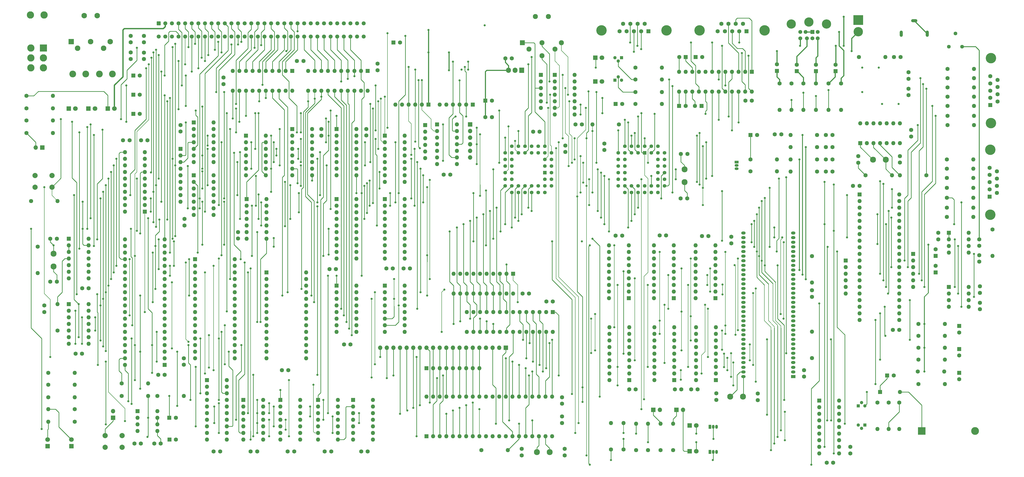
<source format=gbr>
%TF.GenerationSoftware,KiCad,Pcbnew,(6.0.4)*%
%TF.CreationDate,2022-07-04T14:01:26+01:00*%
%TF.ProjectId,yddraig09,79646472-6169-4673-9039-2e6b69636164,rev?*%
%TF.SameCoordinates,Original*%
%TF.FileFunction,Copper,L4,Bot*%
%TF.FilePolarity,Positive*%
%FSLAX46Y46*%
G04 Gerber Fmt 4.6, Leading zero omitted, Abs format (unit mm)*
G04 Created by KiCad (PCBNEW (6.0.4)) date 2022-07-04 14:01:26*
%MOMM*%
%LPD*%
G01*
G04 APERTURE LIST*
G04 Aperture macros list*
%AMRoundRect*
0 Rectangle with rounded corners*
0 $1 Rounding radius*
0 $2 $3 $4 $5 $6 $7 $8 $9 X,Y pos of 4 corners*
0 Add a 4 corners polygon primitive as box body*
4,1,4,$2,$3,$4,$5,$6,$7,$8,$9,$2,$3,0*
0 Add four circle primitives for the rounded corners*
1,1,$1+$1,$2,$3*
1,1,$1+$1,$4,$5*
1,1,$1+$1,$6,$7*
1,1,$1+$1,$8,$9*
0 Add four rect primitives between the rounded corners*
20,1,$1+$1,$2,$3,$4,$5,0*
20,1,$1+$1,$4,$5,$6,$7,0*
20,1,$1+$1,$6,$7,$8,$9,0*
20,1,$1+$1,$8,$9,$2,$3,0*%
G04 Aperture macros list end*
%TA.AperFunction,ComponentPad*%
%ADD10C,1.600000*%
%TD*%
%TA.AperFunction,ComponentPad*%
%ADD11R,1.600000X1.600000*%
%TD*%
%TA.AperFunction,ComponentPad*%
%ADD12R,1.800000X1.800000*%
%TD*%
%TA.AperFunction,ComponentPad*%
%ADD13C,1.800000*%
%TD*%
%TA.AperFunction,ComponentPad*%
%ADD14O,1.600000X1.600000*%
%TD*%
%TA.AperFunction,ComponentPad*%
%ADD15C,4.000000*%
%TD*%
%TA.AperFunction,ComponentPad*%
%ADD16R,1.700000X1.700000*%
%TD*%
%TA.AperFunction,ComponentPad*%
%ADD17O,1.700000X1.700000*%
%TD*%
%TA.AperFunction,ComponentPad*%
%ADD18R,2.100000X2.100000*%
%TD*%
%TA.AperFunction,ComponentPad*%
%ADD19C,2.100000*%
%TD*%
%TA.AperFunction,ComponentPad*%
%ADD20R,1.950000X1.950000*%
%TD*%
%TA.AperFunction,ComponentPad*%
%ADD21C,1.950000*%
%TD*%
%TA.AperFunction,ComponentPad*%
%ADD22C,2.600000*%
%TD*%
%TA.AperFunction,ComponentPad*%
%ADD23R,1.500000X1.050000*%
%TD*%
%TA.AperFunction,ComponentPad*%
%ADD24O,1.500000X1.050000*%
%TD*%
%TA.AperFunction,ComponentPad*%
%ADD25R,1.050000X1.500000*%
%TD*%
%TA.AperFunction,ComponentPad*%
%ADD26O,1.050000X1.500000*%
%TD*%
%TA.AperFunction,ComponentPad*%
%ADD27C,1.440000*%
%TD*%
%TA.AperFunction,ComponentPad*%
%ADD28C,2.000000*%
%TD*%
%TA.AperFunction,ComponentPad*%
%ADD29R,2.800000X2.800000*%
%TD*%
%TA.AperFunction,ComponentPad*%
%ADD30C,2.800000*%
%TD*%
%TA.AperFunction,ComponentPad*%
%ADD31R,1.700000X1.200000*%
%TD*%
%TA.AperFunction,ComponentPad*%
%ADD32O,1.700000X1.200000*%
%TD*%
%TA.AperFunction,ComponentPad*%
%ADD33R,1.905000X2.000000*%
%TD*%
%TA.AperFunction,ComponentPad*%
%ADD34O,1.905000X2.000000*%
%TD*%
%TA.AperFunction,ComponentPad*%
%ADD35R,1.422400X1.422400*%
%TD*%
%TA.AperFunction,ComponentPad*%
%ADD36C,1.422400*%
%TD*%
%TA.AperFunction,ComponentPad*%
%ADD37C,2.300000*%
%TD*%
%TA.AperFunction,ComponentPad*%
%ADD38R,1.300000X1.300000*%
%TD*%
%TA.AperFunction,ComponentPad*%
%ADD39C,1.300000*%
%TD*%
%TA.AperFunction,ComponentPad*%
%ADD40R,3.000000X3.000000*%
%TD*%
%TA.AperFunction,ComponentPad*%
%ADD41C,3.000000*%
%TD*%
%TA.AperFunction,ComponentPad*%
%ADD42RoundRect,0.249999X-0.525001X-0.525001X0.525001X-0.525001X0.525001X0.525001X-0.525001X0.525001X0*%
%TD*%
%TA.AperFunction,ComponentPad*%
%ADD43C,1.550000*%
%TD*%
%TA.AperFunction,ComponentPad*%
%ADD44O,2.416000X1.208000*%
%TD*%
%TA.AperFunction,ComponentPad*%
%ADD45O,1.208000X2.416000*%
%TD*%
%TA.AperFunction,ComponentPad*%
%ADD46R,3.765000X3.765000*%
%TD*%
%TA.AperFunction,ComponentPad*%
%ADD47C,3.600000*%
%TD*%
%TA.AperFunction,ComponentPad*%
%ADD48R,1.509000X1.509000*%
%TD*%
%TA.AperFunction,ComponentPad*%
%ADD49C,1.509000*%
%TD*%
%TA.AperFunction,ComponentPad*%
%ADD50C,3.555000*%
%TD*%
%TA.AperFunction,ViaPad*%
%ADD51C,0.800000*%
%TD*%
%TA.AperFunction,Conductor*%
%ADD52C,0.300000*%
%TD*%
%TA.AperFunction,Conductor*%
%ADD53C,0.250000*%
%TD*%
%TA.AperFunction,Conductor*%
%ADD54C,0.400000*%
%TD*%
%TA.AperFunction,Conductor*%
%ADD55C,0.500000*%
%TD*%
%TA.AperFunction,Conductor*%
%ADD56C,0.210000*%
%TD*%
G04 APERTURE END LIST*
D10*
%TO.P,C1,1*%
%TO.N,+5V*%
X70906000Y-70358000D03*
%TO.P,C1,2*%
%TO.N,GND*%
X73406000Y-70358000D03*
%TD*%
%TO.P,C2,1*%
%TO.N,+5V*%
X64008000Y-70358000D03*
%TO.P,C2,2*%
%TO.N,GND*%
X66508000Y-70358000D03*
%TD*%
%TO.P,C4,1*%
%TO.N,+5V*%
X102616000Y-48768000D03*
%TO.P,C4,2*%
%TO.N,GND*%
X102616000Y-46268000D03*
%TD*%
%TO.P,C6,1*%
%TO.N,+5V*%
X151384000Y-148844000D03*
%TO.P,C6,2*%
%TO.N,GND*%
X148884000Y-148844000D03*
%TD*%
%TO.P,C8,1*%
%TO.N,+5V*%
X130810000Y-39878000D03*
%TO.P,C8,2*%
%TO.N,GND*%
X133310000Y-39878000D03*
%TD*%
%TO.P,C9,1*%
%TO.N,+5V*%
X260945000Y-166116000D03*
%TO.P,C9,2*%
%TO.N,GND*%
X258445000Y-166116000D03*
%TD*%
%TO.P,C10,1*%
%TO.N,Net-(C10-Pad1)*%
X291909500Y-170180000D03*
%TO.P,C10,2*%
%TO.N,GND*%
X291909500Y-167680000D03*
%TD*%
%TO.P,C11,1*%
%TO.N,Net-(C11-Pad1)*%
X307848000Y-167767000D03*
%TO.P,C11,2*%
%TO.N,GND*%
X307848000Y-170267000D03*
%TD*%
%TO.P,C12,1*%
%TO.N,+5V*%
X270129000Y-106934000D03*
%TO.P,C12,2*%
%TO.N,GND*%
X272629000Y-106934000D03*
%TD*%
%TO.P,C13,1*%
%TO.N,+5V*%
X328676000Y-128056000D03*
%TO.P,C13,2*%
%TO.N,GND*%
X328676000Y-130556000D03*
%TD*%
%TO.P,C14,1*%
%TO.N,+5V*%
X278471000Y-166116000D03*
%TO.P,C14,2*%
%TO.N,GND*%
X275971000Y-166116000D03*
%TD*%
%TO.P,C15,1*%
%TO.N,+5V*%
X286385000Y-107188000D03*
%TO.P,C15,2*%
%TO.N,GND*%
X288885000Y-107188000D03*
%TD*%
%TO.P,C17,1*%
%TO.N,+5V*%
X253238000Y-107061000D03*
%TO.P,C17,2*%
%TO.N,GND*%
X255738000Y-107061000D03*
%TD*%
%TO.P,C18,1*%
%TO.N,GND*%
X297688000Y-109982000D03*
%TO.P,C18,2*%
%TO.N,Net-(C18-Pad2)*%
X297688000Y-107482000D03*
%TD*%
%TO.P,C19,1*%
%TO.N,+5V*%
X284734000Y-166116000D03*
%TO.P,C19,2*%
%TO.N,GND*%
X282234000Y-166116000D03*
%TD*%
%TO.P,C20,1*%
%TO.N,Net-(C20-Pad1)*%
X392938000Y-114554000D03*
%TO.P,C20,2*%
%TO.N,GND*%
X392938000Y-117054000D03*
%TD*%
%TO.P,C22,1*%
%TO.N,+5V*%
X393192000Y-132842000D03*
%TO.P,C22,2*%
%TO.N,GND*%
X393192000Y-135342000D03*
%TD*%
D11*
%TO.P,C23,1*%
%TO.N,Net-(C23-Pad1)*%
X385191000Y-141772000D03*
D10*
%TO.P,C23,2*%
%TO.N,Net-(C23-Pad2)*%
X385191000Y-144272000D03*
%TD*%
D11*
%TO.P,C24,1*%
%TO.N,Net-(C24-Pad1)*%
X385191000Y-150622000D03*
D10*
%TO.P,C24,2*%
%TO.N,Net-(C24-Pad2)*%
X385191000Y-153122000D03*
%TD*%
D11*
%TO.P,C26,1*%
%TO.N,Net-(C26-Pad1)*%
X376174000Y-114808000D03*
D10*
%TO.P,C26,2*%
%TO.N,GND*%
X376174000Y-112308000D03*
%TD*%
%TO.P,C27,1*%
%TO.N,+5V*%
X393192000Y-126532000D03*
%TO.P,C27,2*%
%TO.N,GND*%
X393192000Y-129032000D03*
%TD*%
%TO.P,C28,1*%
%TO.N,/Audio/AUDIO_OUT*%
X392938000Y-108458000D03*
%TO.P,C28,2*%
%TO.N,Net-(C28-Pad2)*%
X392938000Y-110958000D03*
%TD*%
%TO.P,C29,1*%
%TO.N,+5V*%
X344424000Y-87884000D03*
%TO.P,C29,2*%
%TO.N,GND*%
X346924000Y-87884000D03*
%TD*%
%TO.P,C30,1*%
%TO.N,+5V*%
X362204000Y-143256000D03*
%TO.P,C30,2*%
%TO.N,GND*%
X359704000Y-143256000D03*
%TD*%
D11*
%TO.P,C31,1*%
%TO.N,+5V*%
X376174000Y-121158000D03*
D10*
%TO.P,C31,2*%
%TO.N,GND*%
X376174000Y-118658000D03*
%TD*%
%TO.P,C32,1*%
%TO.N,Net-(C32-Pad1)*%
X346456000Y-78994000D03*
%TO.P,C32,2*%
%TO.N,GND*%
X346456000Y-76494000D03*
%TD*%
%TO.P,C33,1*%
%TO.N,Net-(C33-Pad1)*%
X362458000Y-76454000D03*
%TO.P,C33,2*%
%TO.N,GND*%
X362458000Y-78954000D03*
%TD*%
%TO.P,C34,1*%
%TO.N,Net-(C34-Pad1)*%
X336510000Y-68326000D03*
%TO.P,C34,2*%
%TO.N,/Video/RED*%
X334010000Y-68326000D03*
%TD*%
%TO.P,C35,1*%
%TO.N,Net-(C35-Pad1)*%
X336510000Y-73025000D03*
%TO.P,C35,2*%
%TO.N,/Video/GREEN*%
X334010000Y-73025000D03*
%TD*%
%TO.P,C36,1*%
%TO.N,Net-(C36-Pad1)*%
X336510000Y-77724000D03*
%TO.P,C36,2*%
%TO.N,/Video/BLUE*%
X334010000Y-77724000D03*
%TD*%
%TO.P,C37,1*%
%TO.N,Net-(C37-Pad1)*%
X336510000Y-82423000D03*
%TO.P,C37,2*%
%TO.N,GND*%
X334010000Y-82423000D03*
%TD*%
%TO.P,C38,1*%
%TO.N,/VideoOut/PAL_CLK*%
X365760000Y-50546000D03*
%TO.P,C38,2*%
%TO.N,GND*%
X365760000Y-53046000D03*
%TD*%
D11*
%TO.P,C39,1*%
%TO.N,Net-(C39-Pad1)*%
X337693000Y-43815000D03*
D10*
%TO.P,C39,2*%
%TO.N,/VideoOut/ROUT*%
X337693000Y-41315000D03*
%TD*%
D11*
%TO.P,C40,1*%
%TO.N,Net-(C40-Pad1)*%
X322834000Y-43815000D03*
D10*
%TO.P,C40,2*%
%TO.N,/VideoOut/GOUT*%
X322834000Y-41315000D03*
%TD*%
D11*
%TO.P,C41,1*%
%TO.N,Net-(C41-Pad1)*%
X330200000Y-43815000D03*
D10*
%TO.P,C41,2*%
%TO.N,/VideoOut/BOUT*%
X330200000Y-41315000D03*
%TD*%
D11*
%TO.P,C42,1*%
%TO.N,Net-(C42-Pad1)*%
X315214000Y-43688000D03*
D10*
%TO.P,C42,2*%
%TO.N,/VideoOut/CVOUT*%
X315214000Y-41188000D03*
%TD*%
D11*
%TO.P,C43,1*%
%TO.N,Net-(C43-Pad1)*%
X305054000Y-68326000D03*
D10*
%TO.P,C43,2*%
%TO.N,Net-(C43-Pad2)*%
X307554000Y-68326000D03*
%TD*%
%TO.P,C44,1*%
%TO.N,+5V*%
X365760000Y-44236000D03*
%TO.P,C44,2*%
%TO.N,GND*%
X365760000Y-46736000D03*
%TD*%
%TO.P,C46,1*%
%TO.N,+5V*%
X360172000Y-38354000D03*
%TO.P,C46,2*%
%TO.N,GND*%
X362672000Y-38354000D03*
%TD*%
%TO.P,C47,1*%
%TO.N,+5V*%
X314365000Y-68072000D03*
%TO.P,C47,2*%
%TO.N,GND*%
X316865000Y-68072000D03*
%TD*%
%TO.P,C49,1*%
%TO.N,+5V*%
X232664000Y-176570000D03*
%TO.P,C49,2*%
%TO.N,GND*%
X232664000Y-179070000D03*
%TD*%
%TO.P,C55,1*%
%TO.N,+5V*%
X115530000Y-189992000D03*
%TO.P,C55,2*%
%TO.N,GND*%
X113030000Y-189992000D03*
%TD*%
%TO.P,C57,1*%
%TO.N,+5V*%
X87376000Y-156678000D03*
%TO.P,C57,2*%
%TO.N,GND*%
X87376000Y-154178000D03*
%TD*%
%TO.P,C59,1*%
%TO.N,+5V*%
X101306000Y-189992000D03*
%TO.P,C59,2*%
%TO.N,GND*%
X98806000Y-189992000D03*
%TD*%
%TO.P,C67,1*%
%TO.N,Net-(C67-Pad1)*%
X278320500Y-75628500D03*
%TO.P,C67,2*%
%TO.N,GND*%
X280820500Y-75628500D03*
%TD*%
%TO.P,C68,1*%
%TO.N,Net-(C68-Pad1)*%
X280733500Y-92773500D03*
%TO.P,C68,2*%
%TO.N,GND*%
X278233500Y-92773500D03*
%TD*%
D11*
%TO.P,C69,1*%
%TO.N,Net-(C69-Pad1)*%
X280162000Y-38354000D03*
D10*
%TO.P,C69,2*%
%TO.N,Net-(C69-Pad2)*%
X277662000Y-38354000D03*
%TD*%
D11*
%TO.P,C70,1*%
%TO.N,Net-(C70-Pad1)*%
X277622000Y-57150000D03*
D10*
%TO.P,C70,2*%
%TO.N,Net-(C70-Pad2)*%
X280122000Y-57150000D03*
%TD*%
D11*
%TO.P,C72,1*%
%TO.N,GND*%
X286218000Y-57150000D03*
D10*
%TO.P,C72,2*%
%TO.N,Net-(C72-Pad2)*%
X283718000Y-57150000D03*
%TD*%
%TO.P,C73,1*%
%TO.N,+5V*%
X248920000Y-74128000D03*
%TO.P,C73,2*%
%TO.N,GND*%
X248920000Y-71628000D03*
%TD*%
%TO.P,C78,1*%
%TO.N,+5V*%
X48260000Y-152400000D03*
%TO.P,C78,2*%
%TO.N,GND*%
X45760000Y-152400000D03*
%TD*%
%TO.P,C79,1*%
%TO.N,Net-(C79-Pad1)*%
X36068000Y-108204000D03*
%TO.P,C79,2*%
%TO.N,GND*%
X38568000Y-108204000D03*
%TD*%
%TO.P,C83,1*%
%TO.N,+5V*%
X50800000Y-127254000D03*
%TO.P,C83,2*%
%TO.N,GND*%
X48300000Y-127254000D03*
%TD*%
%TO.P,C84,1*%
%TO.N,/6809 CPU/CLK_8MHZ*%
X33782000Y-136398000D03*
%TO.P,C84,2*%
%TO.N,GND*%
X33782000Y-133898000D03*
%TD*%
D11*
%TO.P,C85,1*%
%TO.N,Net-(C85-Pad1)*%
X81828000Y-185420000D03*
D10*
%TO.P,C85,2*%
%TO.N,GND*%
X84328000Y-185420000D03*
%TD*%
%TO.P,C86,1*%
%TO.N,Net-(C86-Pad1)*%
X78486000Y-186944000D03*
%TO.P,C86,2*%
%TO.N,GND*%
X75986000Y-186944000D03*
%TD*%
D11*
%TO.P,C87,1*%
%TO.N,Net-(C87-Pad1)*%
X81788000Y-177038000D03*
D10*
%TO.P,C87,2*%
%TO.N,GND*%
X84288000Y-177038000D03*
%TD*%
%TO.P,C88,1*%
%TO.N,+12V*%
X66929000Y-30226000D03*
%TO.P,C88,2*%
%TO.N,GND*%
X66929000Y-32726000D03*
%TD*%
%TO.P,C89,1*%
%TO.N,+12V*%
X72009000Y-30226000D03*
%TO.P,C89,2*%
%TO.N,GND*%
X72009000Y-32726000D03*
%TD*%
D11*
%TO.P,C90,1*%
%TO.N,+12V*%
X67945000Y-45466000D03*
D10*
%TO.P,C90,2*%
%TO.N,GND*%
X70445000Y-45466000D03*
%TD*%
D11*
%TO.P,C91,1*%
%TO.N,+5V*%
X67945000Y-52832000D03*
D10*
%TO.P,C91,2*%
%TO.N,GND*%
X70445000Y-52832000D03*
%TD*%
%TO.P,C93,1*%
%TO.N,+5V*%
X66929000Y-36616000D03*
%TO.P,C93,2*%
%TO.N,GND*%
X66929000Y-39116000D03*
%TD*%
%TO.P,C94,1*%
%TO.N,+5V*%
X72047833Y-36660000D03*
%TO.P,C94,2*%
%TO.N,GND*%
X72047833Y-39160000D03*
%TD*%
%TO.P,C95,1*%
%TO.N,+3V3*%
X203200000Y-61468000D03*
%TO.P,C95,2*%
%TO.N,GND*%
X205700000Y-61468000D03*
%TD*%
%TO.P,C96,1*%
%TO.N,+3V3*%
X210860000Y-38862000D03*
%TO.P,C96,2*%
%TO.N,GND*%
X213360000Y-38862000D03*
%TD*%
D11*
%TO.P,C97,1*%
%TO.N,+3V3*%
X203200000Y-55118000D03*
D10*
%TO.P,C97,2*%
%TO.N,GND*%
X205700000Y-55118000D03*
%TD*%
%TO.P,C99,1*%
%TO.N,+5V*%
X233934000Y-72390000D03*
%TO.P,C99,2*%
%TO.N,GND*%
X233934000Y-74890000D03*
%TD*%
%TO.P,C100,1*%
%TO.N,+5V*%
X240284000Y-64262000D03*
%TO.P,C100,2*%
%TO.N,GND*%
X237784000Y-64262000D03*
%TD*%
D11*
%TO.P,C103,1*%
%TO.N,+5V*%
X253238000Y-56388000D03*
D10*
%TO.P,C103,2*%
%TO.N,GND*%
X255738000Y-56388000D03*
%TD*%
D12*
%TO.P,D6,1,K*%
%TO.N,Net-(D6-Pad1)*%
X58198800Y-58166000D03*
D13*
%TO.P,D6,2,A*%
%TO.N,+3V3*%
X60738800Y-58166000D03*
%TD*%
D12*
%TO.P,D7,1,K*%
%TO.N,Net-(D7-Pad1)*%
X50698800Y-58166000D03*
D13*
%TO.P,D7,2,A*%
%TO.N,+5V*%
X53238800Y-58166000D03*
%TD*%
D12*
%TO.P,D8,1,K*%
%TO.N,Net-(D8-Pad1)*%
X43198800Y-58166000D03*
D13*
%TO.P,D8,2,A*%
%TO.N,+12V*%
X45738800Y-58166000D03*
%TD*%
D12*
%TO.P,D9,1,K*%
%TO.N,Net-(D9-Pad1)*%
X281686000Y-180022500D03*
D13*
%TO.P,D9,2,A*%
%TO.N,Net-(D9-Pad2)*%
X284226000Y-180022500D03*
%TD*%
D10*
%TO.P,FB1,1*%
%TO.N,Net-(FB1-Pad1)*%
X380746000Y-64516000D03*
D14*
%TO.P,FB1,2*%
%TO.N,Net-(FB1-Pad2)*%
X390906000Y-64516000D03*
%TD*%
D10*
%TO.P,FB2,1*%
%TO.N,+5V*%
X380746000Y-53594000D03*
D14*
%TO.P,FB2,2*%
%TO.N,Net-(FB2-Pad2)*%
X390906000Y-53594000D03*
%TD*%
D10*
%TO.P,FB3,1*%
%TO.N,GND*%
X380746000Y-42926000D03*
D14*
%TO.P,FB3,2*%
%TO.N,Net-(FB3-Pad2)*%
X390906000Y-42926000D03*
%TD*%
D10*
%TO.P,FB4,1*%
%TO.N,Net-(FB4-Pad1)*%
X380492000Y-99822000D03*
D14*
%TO.P,FB4,2*%
%TO.N,Net-(FB4-Pad2)*%
X390652000Y-99822000D03*
%TD*%
D10*
%TO.P,FB5,1*%
%TO.N,+5V*%
X380492000Y-88646000D03*
D14*
%TO.P,FB5,2*%
%TO.N,Net-(FB5-Pad2)*%
X390652000Y-88646000D03*
%TD*%
D10*
%TO.P,FB6,1*%
%TO.N,GND*%
X380492000Y-81280000D03*
D14*
%TO.P,FB6,2*%
%TO.N,Net-(FB6-Pad2)*%
X390652000Y-81280000D03*
%TD*%
D10*
%TO.P,FB7,1*%
%TO.N,Net-(FB7-Pad1)*%
X380746000Y-60960000D03*
D14*
%TO.P,FB7,2*%
%TO.N,Net-(FB7-Pad2)*%
X390906000Y-60960000D03*
%TD*%
D10*
%TO.P,FB8,1*%
%TO.N,Net-(FB8-Pad1)*%
X380746000Y-57150000D03*
D14*
%TO.P,FB8,2*%
%TO.N,Net-(FB8-Pad2)*%
X390906000Y-57150000D03*
%TD*%
D10*
%TO.P,FB9,1*%
%TO.N,Net-(FB9-Pad1)*%
X380746000Y-50038000D03*
D14*
%TO.P,FB9,2*%
%TO.N,Net-(FB9-Pad2)*%
X390906000Y-50038000D03*
%TD*%
D10*
%TO.P,FB10,1*%
%TO.N,Net-(FB10-Pad1)*%
X380746000Y-46482000D03*
D14*
%TO.P,FB10,2*%
%TO.N,Net-(FB10-Pad2)*%
X390906000Y-46482000D03*
%TD*%
D10*
%TO.P,FB11,1*%
%TO.N,Net-(FB11-Pad1)*%
X380492000Y-96266000D03*
D14*
%TO.P,FB11,2*%
%TO.N,Net-(FB11-Pad2)*%
X390652000Y-96266000D03*
%TD*%
D10*
%TO.P,FB12,1*%
%TO.N,Net-(FB12-Pad1)*%
X380492000Y-92456000D03*
D14*
%TO.P,FB12,2*%
%TO.N,Net-(FB12-Pad2)*%
X390652000Y-92456000D03*
%TD*%
D10*
%TO.P,FB13,1*%
%TO.N,Net-(FB13-Pad1)*%
X380492000Y-84836000D03*
D14*
%TO.P,FB13,2*%
%TO.N,Net-(FB13-Pad2)*%
X390652000Y-84836000D03*
%TD*%
D10*
%TO.P,FB14,1*%
%TO.N,Net-(FB14-Pad1)*%
X380492000Y-77724000D03*
D14*
%TO.P,FB14,2*%
%TO.N,Net-(FB14-Pad2)*%
X390652000Y-77724000D03*
%TD*%
D15*
%TO.P,J1,0,PAD*%
%TO.N,GND*%
X397429000Y-63805200D03*
X397429000Y-38805200D03*
D11*
%TO.P,J1,1,1*%
%TO.N,Net-(FB7-Pad2)*%
X397129000Y-56845200D03*
D10*
%TO.P,J1,2,2*%
%TO.N,Net-(FB8-Pad2)*%
X397129000Y-54075200D03*
%TO.P,J1,3,3*%
%TO.N,Net-(FB9-Pad2)*%
X397129000Y-51305200D03*
%TO.P,J1,4,4*%
%TO.N,Net-(FB10-Pad2)*%
X397129000Y-48535200D03*
%TO.P,J1,5,5*%
%TO.N,unconnected-(J1-Pad5)*%
X397129000Y-45765200D03*
%TO.P,J1,6,6*%
%TO.N,Net-(FB1-Pad2)*%
X399969000Y-55460200D03*
%TO.P,J1,7,7*%
%TO.N,Net-(FB2-Pad2)*%
X399969000Y-52690200D03*
%TO.P,J1,8,8*%
%TO.N,Net-(FB3-Pad2)*%
X399969000Y-49920200D03*
%TO.P,J1,9,9*%
%TO.N,unconnected-(J1-Pad9)*%
X399969000Y-47150200D03*
%TD*%
D15*
%TO.P,J2,0,PAD*%
%TO.N,GND*%
X397200400Y-98984200D03*
X397200400Y-73984200D03*
D11*
%TO.P,J2,1,1*%
%TO.N,Net-(FB11-Pad2)*%
X396900400Y-92024200D03*
D10*
%TO.P,J2,2,2*%
%TO.N,Net-(FB12-Pad2)*%
X396900400Y-89254200D03*
%TO.P,J2,3,3*%
%TO.N,Net-(FB13-Pad2)*%
X396900400Y-86484200D03*
%TO.P,J2,4,4*%
%TO.N,Net-(FB14-Pad2)*%
X396900400Y-83714200D03*
%TO.P,J2,5,5*%
%TO.N,unconnected-(J2-Pad5)*%
X396900400Y-80944200D03*
%TO.P,J2,6,6*%
%TO.N,Net-(FB4-Pad2)*%
X399740400Y-90639200D03*
%TO.P,J2,7,7*%
%TO.N,Net-(FB5-Pad2)*%
X399740400Y-87869200D03*
%TO.P,J2,8,8*%
%TO.N,Net-(FB6-Pad2)*%
X399740400Y-85099200D03*
%TO.P,J2,9,9*%
%TO.N,unconnected-(J2-Pad9)*%
X399740400Y-82329200D03*
%TD*%
D15*
%TO.P,J7,0,PAD*%
%TO.N,GND*%
X310490000Y-28148000D03*
X285490000Y-28148000D03*
D11*
%TO.P,J7,1,1*%
%TO.N,unconnected-(J7-Pad1)*%
X303530000Y-28448000D03*
D10*
%TO.P,J7,2,2*%
%TO.N,Net-(J7-Pad2)*%
X300760000Y-28448000D03*
%TO.P,J7,3,3*%
%TO.N,Net-(J7-Pad3)*%
X297990000Y-28448000D03*
%TO.P,J7,4,4*%
%TO.N,unconnected-(J7-Pad4)*%
X295220000Y-28448000D03*
%TO.P,J7,5,5*%
%TO.N,GND*%
X292450000Y-28448000D03*
%TO.P,J7,6,6*%
%TO.N,unconnected-(J7-Pad6)*%
X302145000Y-25608000D03*
%TO.P,J7,7,7*%
%TO.N,Net-(J7-Pad7)*%
X299375000Y-25608000D03*
%TO.P,J7,8,8*%
%TO.N,Net-(J7-Pad8)*%
X296605000Y-25608000D03*
%TO.P,J7,9,9*%
%TO.N,unconnected-(J7-Pad9)*%
X293835000Y-25608000D03*
%TD*%
D15*
%TO.P,J8,0,PAD*%
%TO.N,GND*%
X247771000Y-28148000D03*
X272771000Y-28148000D03*
D11*
%TO.P,J8,1,1*%
%TO.N,unconnected-(J8-Pad1)*%
X265811000Y-28448000D03*
D10*
%TO.P,J8,2,2*%
%TO.N,Net-(J8-Pad2)*%
X263041000Y-28448000D03*
%TO.P,J8,3,3*%
%TO.N,Net-(J8-Pad3)*%
X260271000Y-28448000D03*
%TO.P,J8,4,4*%
%TO.N,unconnected-(J8-Pad4)*%
X257501000Y-28448000D03*
%TO.P,J8,5,5*%
%TO.N,GND*%
X254731000Y-28448000D03*
%TO.P,J8,6,6*%
%TO.N,unconnected-(J8-Pad6)*%
X264426000Y-25608000D03*
%TO.P,J8,7,7*%
%TO.N,Net-(J8-Pad7)*%
X261656000Y-25608000D03*
%TO.P,J8,8,8*%
%TO.N,Net-(J8-Pad8)*%
X258886000Y-25608000D03*
%TO.P,J8,9,9*%
%TO.N,unconnected-(J8-Pad9)*%
X256116000Y-25608000D03*
%TD*%
D16*
%TO.P,J9,1,Pin_1*%
%TO.N,Net-(C85-Pad1)*%
X60198000Y-177038000D03*
D17*
%TO.P,J9,2,Pin_2*%
%TO.N,GND*%
X60198000Y-174498000D03*
%TD*%
D18*
%TO.P,J12,1*%
%TO.N,GND*%
X44081200Y-32485800D03*
D19*
%TO.P,J12,2*%
X51586200Y-32485800D03*
%TO.P,J12,3*%
%TO.N,Net-(J12-Pad3)*%
X59091200Y-32485800D03*
%TO.P,J12,4*%
%TO.N,unconnected-(J12-Pad4)*%
X46581200Y-34975800D03*
%TO.P,J12,5*%
%TO.N,Net-(J12-Pad5)*%
X56591200Y-34975800D03*
%TO.P,J12,G1*%
%TO.N,N/C*%
X54086200Y-22475800D03*
%TO.P,J12,G2*%
X49086200Y-22475800D03*
%TD*%
D20*
%TO.P,J15,1*%
%TO.N,/IO/~{IEC_SRQIN}*%
X217417000Y-32838400D03*
D21*
%TO.P,J15,2*%
%TO.N,GND*%
X219917000Y-35338400D03*
%TO.P,J15,3*%
%TO.N,/IO/IEC_ATTN*%
X224917000Y-32838400D03*
%TO.P,J15,4*%
%TO.N,/IO/DATA_IN*%
X229917000Y-35338400D03*
%TO.P,J15,5*%
%TO.N,/IO/CLK_IN*%
X232417000Y-32838400D03*
%TO.P,J15,6*%
%TO.N,/IO/~{IEC_RESET}*%
X224917000Y-37838400D03*
%TO.P,J15,E1*%
%TO.N,N/C*%
X227417000Y-22838400D03*
%TO.P,J15,E2*%
X222417000Y-22838400D03*
%TD*%
D22*
%TO.P,L1,1,1*%
%TO.N,Net-(L1-Pad1)*%
X54938000Y-44928967D03*
%TO.P,L1,2,2*%
%TO.N,+5V*%
X59938000Y-44928967D03*
%TD*%
%TO.P,L2,1,1*%
%TO.N,Net-(L2-Pad1)*%
X44688000Y-44928967D03*
%TO.P,L2,2,2*%
%TO.N,+12V*%
X49688000Y-44928967D03*
%TD*%
D23*
%TO.P,Q1,1,E*%
%TO.N,Net-(C43-Pad1)*%
X299720000Y-78740000D03*
D24*
%TO.P,Q1,2,B*%
%TO.N,Net-(Q1-Pad2)*%
X299720000Y-80010000D03*
%TO.P,Q1,3,C*%
%TO.N,+5V*%
X299720000Y-81280000D03*
%TD*%
D25*
%TO.P,Q6,1,C*%
%TO.N,Net-(D9-Pad1)*%
X289433000Y-180530500D03*
D26*
%TO.P,Q6,2,B*%
%TO.N,Net-(Q6-Pad2)*%
X290703000Y-180530500D03*
%TO.P,Q6,3,E*%
%TO.N,GND*%
X291973000Y-180530500D03*
%TD*%
D25*
%TO.P,Q7,1,C*%
%TO.N,Net-(D10-Pad1)*%
X289433000Y-190182500D03*
D26*
%TO.P,Q7,2,B*%
%TO.N,Net-(Q7-Pad2)*%
X290703000Y-190182500D03*
%TO.P,Q7,3,E*%
%TO.N,GND*%
X291973000Y-190182500D03*
%TD*%
D10*
%TO.P,R2,1*%
%TO.N,Net-(R2-Pad1)*%
X328676000Y-114935000D03*
D14*
%TO.P,R2,2*%
%TO.N,+5V*%
X328676000Y-125095000D03*
%TD*%
D10*
%TO.P,R3,1*%
%TO.N,Net-(C23-Pad2)*%
X369570000Y-145542000D03*
D14*
%TO.P,R3,2*%
%TO.N,GND*%
X379730000Y-145542000D03*
%TD*%
D10*
%TO.P,R4,1*%
%TO.N,Net-(C24-Pad2)*%
X369570000Y-154686000D03*
D14*
%TO.P,R4,2*%
%TO.N,GND*%
X379730000Y-154686000D03*
%TD*%
D10*
%TO.P,R5,1*%
%TO.N,Net-(C25-Pad2)*%
X369570000Y-164084000D03*
D14*
%TO.P,R5,2*%
%TO.N,GND*%
X379730000Y-164084000D03*
%TD*%
D10*
%TO.P,R6,1*%
%TO.N,/Audio/AUDIO_OUT*%
X398018000Y-104648000D03*
D14*
%TO.P,R6,2*%
%TO.N,Net-(C28-Pad2)*%
X398018000Y-114808000D03*
%TD*%
D10*
%TO.P,R7,1*%
%TO.N,/Audio/AUDIO_OUT*%
X369570000Y-140970000D03*
D14*
%TO.P,R7,2*%
%TO.N,Net-(C23-Pad1)*%
X379730000Y-140970000D03*
%TD*%
D10*
%TO.P,R8,1*%
%TO.N,/Audio/AUDIO_OUT*%
X369570000Y-150114000D03*
D14*
%TO.P,R8,2*%
%TO.N,Net-(C24-Pad1)*%
X379730000Y-150114000D03*
%TD*%
D10*
%TO.P,R9,1*%
%TO.N,/Audio/AUDIO_OUT*%
X369316000Y-159258000D03*
D14*
%TO.P,R9,2*%
%TO.N,Net-(C25-Pad1)*%
X379476000Y-159258000D03*
%TD*%
D10*
%TO.P,R10,1*%
%TO.N,/Video/BLUE*%
X330581000Y-77724000D03*
D14*
%TO.P,R10,2*%
%TO.N,GND*%
X320421000Y-77724000D03*
%TD*%
D10*
%TO.P,R11,1*%
%TO.N,Net-(C32-Pad1)*%
X349250000Y-83820000D03*
D14*
%TO.P,R11,2*%
%TO.N,Net-(C33-Pad1)*%
X359410000Y-83820000D03*
%TD*%
D10*
%TO.P,R12,1*%
%TO.N,/Video/GREEN*%
X330581000Y-73025000D03*
D14*
%TO.P,R12,2*%
%TO.N,GND*%
X320421000Y-73025000D03*
%TD*%
D10*
%TO.P,R13,1*%
%TO.N,/Video/RED*%
X330581000Y-68326000D03*
D14*
%TO.P,R13,2*%
%TO.N,GND*%
X320421000Y-68326000D03*
%TD*%
D10*
%TO.P,R14,1*%
%TO.N,/Video/~{CSYNC}*%
X330581000Y-82423000D03*
D14*
%TO.P,R14,2*%
%TO.N,Net-(C37-Pad1)*%
X320421000Y-82423000D03*
%TD*%
D10*
%TO.P,R15,1*%
%TO.N,/VideoOut/PAL_CLK*%
X372618000Y-83820000D03*
D14*
%TO.P,R15,2*%
%TO.N,Net-(R15-Pad2)*%
X362458000Y-83820000D03*
%TD*%
D10*
%TO.P,R16,1*%
%TO.N,+5V*%
X346710000Y-38354000D03*
D14*
%TO.P,R16,2*%
%TO.N,Net-(R16-Pad2)*%
X356870000Y-38354000D03*
%TD*%
D10*
%TO.P,R17,1*%
%TO.N,Net-(C39-Pad1)*%
X335026000Y-48514000D03*
D14*
%TO.P,R17,2*%
%TO.N,Net-(R17-Pad2)*%
X335026000Y-58674000D03*
%TD*%
D10*
%TO.P,R18,1*%
%TO.N,Net-(C40-Pad1)*%
X325374000Y-48514000D03*
D14*
%TO.P,R18,2*%
%TO.N,Net-(R18-Pad2)*%
X325374000Y-58674000D03*
%TD*%
D10*
%TO.P,R19,1*%
%TO.N,Net-(C41-Pad1)*%
X330200000Y-48514000D03*
D14*
%TO.P,R19,2*%
%TO.N,Net-(R19-Pad2)*%
X330200000Y-58674000D03*
%TD*%
D10*
%TO.P,R20,1*%
%TO.N,Net-(C42-Pad1)*%
X320802000Y-48514000D03*
D14*
%TO.P,R20,2*%
%TO.N,Net-(R20-Pad2)*%
X320802000Y-58674000D03*
%TD*%
D10*
%TO.P,R22,1*%
%TO.N,Net-(C42-Pad1)*%
X316230000Y-48514000D03*
D14*
%TO.P,R22,2*%
%TO.N,GND*%
X316230000Y-58674000D03*
%TD*%
D10*
%TO.P,R21,1*%
%TO.N,Net-(Q1-Pad2)*%
X305054000Y-82296000D03*
D14*
%TO.P,R21,2*%
%TO.N,/Video/~{CSYNC}*%
X315214000Y-82296000D03*
%TD*%
D10*
%TO.P,R23,1*%
%TO.N,Net-(C43-Pad1)*%
X305054000Y-77724000D03*
D14*
%TO.P,R23,2*%
%TO.N,GND*%
X315214000Y-77724000D03*
%TD*%
D10*
%TO.P,R24,1*%
%TO.N,/VideoOut/SYNCOUT*%
X339852000Y-48514000D03*
D14*
%TO.P,R24,2*%
%TO.N,Net-(C43-Pad2)*%
X339852000Y-58674000D03*
%TD*%
D10*
%TO.P,R27,1*%
%TO.N,+5V*%
X254508000Y-64262000D03*
D14*
%TO.P,R27,2*%
%TO.N,/Interrupts/~{IRQ0}*%
X244348000Y-64262000D03*
%TD*%
D10*
%TO.P,R28,1*%
%TO.N,Net-(D1-Pad1)*%
X260858000Y-42418000D03*
D14*
%TO.P,R28,2*%
%TO.N,GND*%
X271018000Y-42418000D03*
%TD*%
D10*
%TO.P,R29,1*%
%TO.N,Net-(Q3-Pad2)*%
X260858000Y-51816000D03*
D14*
%TO.P,R29,2*%
%TO.N,/Serial Ports/RXDA*%
X271018000Y-51816000D03*
%TD*%
D10*
%TO.P,R30,1*%
%TO.N,Net-(D2-Pad1)*%
X260858000Y-56388000D03*
D14*
%TO.P,R30,2*%
%TO.N,GND*%
X271018000Y-56388000D03*
%TD*%
D10*
%TO.P,R35,1*%
%TO.N,/6809 CPU/CLK_8MHZ*%
X38862000Y-143510000D03*
D14*
%TO.P,R35,2*%
%TO.N,Net-(R35-Pad2)*%
X38862000Y-133350000D03*
%TD*%
D10*
%TO.P,R39,1*%
%TO.N,+5V*%
X35306000Y-164338000D03*
D14*
%TO.P,R39,2*%
%TO.N,/6809 CPU/~{IRQ}*%
X45466000Y-164338000D03*
%TD*%
D10*
%TO.P,R40,1*%
%TO.N,+5V*%
X28702000Y-93726000D03*
D14*
%TO.P,R40,2*%
%TO.N,/6809 CPU/~{NMI}*%
X38862000Y-93726000D03*
%TD*%
D10*
%TO.P,R44,1*%
%TO.N,Net-(R44-Pad1)*%
X63500000Y-163830000D03*
D14*
%TO.P,R44,2*%
%TO.N,GND*%
X73660000Y-163830000D03*
%TD*%
D10*
%TO.P,R45,1*%
%TO.N,Net-(D6-Pad1)*%
X26924000Y-53314600D03*
D14*
%TO.P,R45,2*%
%TO.N,GND*%
X37084000Y-53314600D03*
%TD*%
D10*
%TO.P,R46,1*%
%TO.N,Net-(D7-Pad1)*%
X26924000Y-62738000D03*
D14*
%TO.P,R46,2*%
%TO.N,GND*%
X37084000Y-62738000D03*
%TD*%
D10*
%TO.P,R47,1*%
%TO.N,Net-(D8-Pad1)*%
X26924000Y-58115200D03*
D14*
%TO.P,R47,2*%
%TO.N,GND*%
X37084000Y-58115200D03*
%TD*%
D10*
%TO.P,R49,1*%
%TO.N,Net-(Q6-Pad2)*%
X256286000Y-189230000D03*
D14*
%TO.P,R49,2*%
%TO.N,/IO/USER1*%
X256286000Y-179070000D03*
%TD*%
D10*
%TO.P,R51,1*%
%TO.N,+5V*%
X261112000Y-189484000D03*
D14*
%TO.P,R51,2*%
%TO.N,Net-(D9-Pad2)*%
X261112000Y-179324000D03*
%TD*%
D10*
%TO.P,R52,1*%
%TO.N,Net-(Q7-Pad2)*%
X251460000Y-189230000D03*
D14*
%TO.P,R52,2*%
%TO.N,/IO/USER2*%
X251460000Y-179070000D03*
%TD*%
D10*
%TO.P,R54,1*%
%TO.N,+5V*%
X265684000Y-189484000D03*
D14*
%TO.P,R54,2*%
%TO.N,Net-(D10-Pad2)*%
X265684000Y-179324000D03*
%TD*%
D11*
%TO.P,RN1,1,common*%
%TO.N,+5V*%
X367538000Y-114046000D03*
D14*
%TO.P,RN1,2,R1*%
%TO.N,Net-(FB1-Pad1)*%
X367538000Y-116586000D03*
%TO.P,RN1,3,R2*%
%TO.N,Net-(FB10-Pad1)*%
X367538000Y-119126000D03*
%TO.P,RN1,4,R3*%
%TO.N,Net-(FB9-Pad1)*%
X367538000Y-121666000D03*
%TO.P,RN1,5,R4*%
%TO.N,Net-(FB8-Pad1)*%
X367538000Y-124206000D03*
%TO.P,RN1,6,R5*%
%TO.N,Net-(FB7-Pad1)*%
X367538000Y-126746000D03*
%TD*%
D11*
%TO.P,RN2,1,common*%
%TO.N,+5V*%
X341630000Y-116586000D03*
D14*
%TO.P,RN2,2,R1*%
%TO.N,Net-(FB4-Pad1)*%
X341630000Y-119126000D03*
%TO.P,RN2,3,R2*%
%TO.N,Net-(FB14-Pad1)*%
X341630000Y-121666000D03*
%TO.P,RN2,4,R3*%
%TO.N,Net-(FB13-Pad1)*%
X341630000Y-124206000D03*
%TO.P,RN2,5,R4*%
%TO.N,Net-(FB12-Pad1)*%
X341630000Y-126746000D03*
%TO.P,RN2,6,R5*%
%TO.N,Net-(FB11-Pad1)*%
X341630000Y-129286000D03*
%TD*%
D11*
%TO.P,RN5,1,common*%
%TO.N,+5V*%
X180086000Y-64516000D03*
D14*
%TO.P,RN5,2,R1*%
%TO.N,/IO/SPI_MISO*%
X180086000Y-67056000D03*
%TO.P,RN5,3,R2*%
%TO.N,/IO/SD_WP*%
X180086000Y-69596000D03*
%TO.P,RN5,4,R3*%
%TO.N,/IO/SD_CD*%
X180086000Y-72136000D03*
%TO.P,RN5,5,R4*%
%TO.N,unconnected-(RN5-Pad5)*%
X180086000Y-74676000D03*
%TO.P,RN5,6,R5*%
%TO.N,unconnected-(RN5-Pad6)*%
X180086000Y-77216000D03*
%TD*%
D11*
%TO.P,RN7,1,common*%
%TO.N,+3V3*%
X181356000Y-56642000D03*
D14*
%TO.P,RN7,2,R1*%
%TO.N,/IO/~{SD_SS}*%
X178816000Y-56642000D03*
%TO.P,RN7,3,R2*%
%TO.N,/IO/SD_MOSI*%
X176276000Y-56642000D03*
%TO.P,RN7,4,R3*%
%TO.N,/IO/SD_CLK*%
X173736000Y-56642000D03*
%TO.P,RN7,5,R4*%
%TO.N,unconnected-(RN7-Pad5)*%
X171196000Y-56642000D03*
%TO.P,RN7,6,R5*%
%TO.N,unconnected-(RN7-Pad6)*%
X168656000Y-56642000D03*
%TD*%
D11*
%TO.P,RN8,1,common*%
%TO.N,GND*%
X198374000Y-56642000D03*
D14*
%TO.P,RN8,2,R1*%
%TO.N,/IO/SD_WPV3*%
X195834000Y-56642000D03*
%TO.P,RN8,3,R2*%
%TO.N,/IO/SD_CDV3*%
X193294000Y-56642000D03*
%TO.P,RN8,4,R3*%
%TO.N,/IO/SD_MISO*%
X190754000Y-56642000D03*
%TO.P,RN8,5,R4*%
%TO.N,unconnected-(RN8-Pad5)*%
X188214000Y-56642000D03*
%TO.P,RN8,6,R5*%
%TO.N,unconnected-(RN8-Pad6)*%
X185674000Y-56642000D03*
%TD*%
D27*
%TO.P,RV1,1,1*%
%TO.N,/Audio/AUDIO_OUT*%
X386334000Y-34417000D03*
%TO.P,RV1,2,2*%
%TO.N,/Audio/AUDIO_L*%
X383794000Y-29337000D03*
%TO.P,RV1,3,3*%
%TO.N,GND*%
X381254000Y-34417000D03*
%TD*%
D28*
%TO.P,SW1,1,A*%
%TO.N,GND*%
X36726000Y-83892000D03*
X30226000Y-83892000D03*
%TO.P,SW1,2,B*%
%TO.N,/6809 CPU/~{NMI}*%
X36726000Y-88392000D03*
X30226000Y-88392000D03*
%TD*%
%TO.P,SW2,1,A*%
%TO.N,GND*%
X63650000Y-188396000D03*
X57150000Y-188396000D03*
%TO.P,SW2,2,B*%
%TO.N,Net-(C85-Pad1)*%
X57150000Y-183896000D03*
X63650000Y-183896000D03*
%TD*%
D29*
%TO.P,SW3,1,A*%
%TO.N,unconnected-(SW3-Pad1)*%
X33451800Y-34925000D03*
D30*
%TO.P,SW3,2,B*%
%TO.N,Net-(J12-Pad5)*%
X33451800Y-38725000D03*
%TO.P,SW3,3,C*%
%TO.N,Net-(L1-Pad1)*%
X33451800Y-42525000D03*
%TO.P,SW3,4,A*%
%TO.N,unconnected-(SW3-Pad4)*%
X28651800Y-34925000D03*
%TO.P,SW3,5,B*%
%TO.N,Net-(J12-Pad3)*%
X28651800Y-38725000D03*
%TO.P,SW3,6,C*%
%TO.N,Net-(L2-Pad1)*%
X28651800Y-42525000D03*
%TO.P,SW3,7*%
%TO.N,N/C*%
X33651800Y-22225000D03*
%TO.P,SW3,8*%
X28451800Y-22225000D03*
%TD*%
D11*
%TO.P,U5,1,A->B*%
%TO.N,GND*%
X129032000Y-43688000D03*
D14*
%TO.P,U5,2,A0*%
%TO.N,/Audio/A8*%
X126492000Y-43688000D03*
%TO.P,U5,3,A1*%
%TO.N,/Audio/A9*%
X123952000Y-43688000D03*
%TO.P,U5,4,A2*%
%TO.N,/Audio/A10*%
X121412000Y-43688000D03*
%TO.P,U5,5,A3*%
%TO.N,/Audio/A11*%
X118872000Y-43688000D03*
%TO.P,U5,6,A4*%
%TO.N,/Audio/A12*%
X116332000Y-43688000D03*
%TO.P,U5,7,A5*%
%TO.N,/Audio/A13*%
X113792000Y-43688000D03*
%TO.P,U5,8,A6*%
%TO.N,/Audio/A14*%
X111252000Y-43688000D03*
%TO.P,U5,9,A7*%
%TO.N,/Audio/A15*%
X108712000Y-43688000D03*
%TO.P,U5,10,GND*%
%TO.N,GND*%
X106172000Y-43688000D03*
%TO.P,U5,11,B7*%
%TO.N,/6809 CPU/CPU_A15*%
X106172000Y-51308000D03*
%TO.P,U5,12,B6*%
%TO.N,/6809 CPU/CPU_A14*%
X108712000Y-51308000D03*
%TO.P,U5,13,B5*%
%TO.N,/6809 CPU/CPU_A13*%
X111252000Y-51308000D03*
%TO.P,U5,14,B4*%
%TO.N,/6809 CPU/CPU_A12*%
X113792000Y-51308000D03*
%TO.P,U5,15,B3*%
%TO.N,/6809 CPU/CPU_A11*%
X116332000Y-51308000D03*
%TO.P,U5,16,B2*%
%TO.N,/6809 CPU/CPU_A10*%
X118872000Y-51308000D03*
%TO.P,U5,17,B1*%
%TO.N,/6809 CPU/CPU_A9*%
X121412000Y-51308000D03*
%TO.P,U5,18,B0*%
%TO.N,/6809 CPU/CPU_A8*%
X123952000Y-51308000D03*
%TO.P,U5,19,CE*%
%TO.N,GND*%
X126492000Y-51308000D03*
%TO.P,U5,20,VCC*%
%TO.N,+5V*%
X129032000Y-51308000D03*
%TD*%
D11*
%TO.P,U8,1,~{OE}*%
%TO.N,GND*%
X291592000Y-131064000D03*
D14*
%TO.P,U8,2,D0*%
%TO.N,/Video/VD0*%
X291592000Y-128524000D03*
%TO.P,U8,3,D1*%
%TO.N,/Video/VD1*%
X291592000Y-125984000D03*
%TO.P,U8,4,~{WE}*%
%TO.N,/Video/VR~{W}*%
X291592000Y-123444000D03*
%TO.P,U8,5,~{RAS}*%
%TO.N,/Video/~{RAS}*%
X291592000Y-120904000D03*
%TO.P,U8,6,A6*%
%TO.N,/Video/VA6*%
X291592000Y-118364000D03*
%TO.P,U8,7,A5*%
%TO.N,/Video/VA5*%
X291592000Y-115824000D03*
%TO.P,U8,8,A4*%
%TO.N,/Video/VA4*%
X291592000Y-113284000D03*
%TO.P,U8,9,VCC*%
%TO.N,+5V*%
X291592000Y-110744000D03*
%TO.P,U8,10,A7*%
%TO.N,/Video/VA7*%
X283972000Y-110744000D03*
%TO.P,U8,11,A3*%
%TO.N,/Video/VA3*%
X283972000Y-113284000D03*
%TO.P,U8,12,A2*%
%TO.N,/Video/VA2*%
X283972000Y-115824000D03*
%TO.P,U8,13,A1*%
%TO.N,/Video/VA1*%
X283972000Y-118364000D03*
%TO.P,U8,14,A0*%
%TO.N,/Video/VA0*%
X283972000Y-120904000D03*
%TO.P,U8,15,D2*%
%TO.N,/Video/VD2*%
X283972000Y-123444000D03*
%TO.P,U8,16,~{CAS}*%
%TO.N,/Video/~{CAS1}*%
X283972000Y-125984000D03*
%TO.P,U8,17,D3*%
%TO.N,/Video/VD3*%
X283972000Y-128524000D03*
%TO.P,U8,18,VSS*%
%TO.N,GND*%
X283972000Y-131064000D03*
%TD*%
D11*
%TO.P,U9,1,~{OE}*%
%TO.N,GND*%
X275590000Y-131064000D03*
D14*
%TO.P,U9,2,D0*%
%TO.N,/Video/VD0*%
X275590000Y-128524000D03*
%TO.P,U9,3,D1*%
%TO.N,/Video/VD1*%
X275590000Y-125984000D03*
%TO.P,U9,4,~{WE}*%
%TO.N,/Video/VR~{W}*%
X275590000Y-123444000D03*
%TO.P,U9,5,~{RAS}*%
%TO.N,/Video/~{RAS}*%
X275590000Y-120904000D03*
%TO.P,U9,6,A6*%
%TO.N,/Video/VA6*%
X275590000Y-118364000D03*
%TO.P,U9,7,A5*%
%TO.N,/Video/VA5*%
X275590000Y-115824000D03*
%TO.P,U9,8,A4*%
%TO.N,/Video/VA4*%
X275590000Y-113284000D03*
%TO.P,U9,9,VCC*%
%TO.N,+5V*%
X275590000Y-110744000D03*
%TO.P,U9,10,A7*%
%TO.N,/Video/VA7*%
X267970000Y-110744000D03*
%TO.P,U9,11,A3*%
%TO.N,/Video/VA3*%
X267970000Y-113284000D03*
%TO.P,U9,12,A2*%
%TO.N,/Video/VA2*%
X267970000Y-115824000D03*
%TO.P,U9,13,A1*%
%TO.N,/Video/VA1*%
X267970000Y-118364000D03*
%TO.P,U9,14,A0*%
%TO.N,/Video/VA0*%
X267970000Y-120904000D03*
%TO.P,U9,15,D2*%
%TO.N,/Video/VD2*%
X267970000Y-123444000D03*
%TO.P,U9,16,~{CAS}*%
%TO.N,/Video/~{CASX}*%
X267970000Y-125984000D03*
%TO.P,U9,17,D3*%
%TO.N,/Video/VD3*%
X267970000Y-128524000D03*
%TO.P,U9,18,VSS*%
%TO.N,GND*%
X267970000Y-131064000D03*
%TD*%
D11*
%TO.P,U10,1,~{OE}*%
%TO.N,GND*%
X258318000Y-131064000D03*
D14*
%TO.P,U10,2,D0*%
%TO.N,/Video/VD0*%
X258318000Y-128524000D03*
%TO.P,U10,3,D1*%
%TO.N,/Video/VD1*%
X258318000Y-125984000D03*
%TO.P,U10,4,~{WE}*%
%TO.N,/Video/VR~{W}*%
X258318000Y-123444000D03*
%TO.P,U10,5,~{RAS}*%
%TO.N,/Video/~{RAS}*%
X258318000Y-120904000D03*
%TO.P,U10,6,A6*%
%TO.N,/Video/VA6*%
X258318000Y-118364000D03*
%TO.P,U10,7,A5*%
%TO.N,/Video/VA5*%
X258318000Y-115824000D03*
%TO.P,U10,8,A4*%
%TO.N,/Video/VA4*%
X258318000Y-113284000D03*
%TO.P,U10,9,VCC*%
%TO.N,+5V*%
X258318000Y-110744000D03*
%TO.P,U10,10,A7*%
%TO.N,/Video/VA7*%
X250698000Y-110744000D03*
%TO.P,U10,11,A3*%
%TO.N,/Video/VA3*%
X250698000Y-113284000D03*
%TO.P,U10,12,A2*%
%TO.N,/Video/VA2*%
X250698000Y-115824000D03*
%TO.P,U10,13,A1*%
%TO.N,/Video/VA1*%
X250698000Y-118364000D03*
%TO.P,U10,14,A0*%
%TO.N,/Video/VA0*%
X250698000Y-120904000D03*
%TO.P,U10,15,D2*%
%TO.N,/Video/VD2*%
X250698000Y-123444000D03*
%TO.P,U10,16,~{CAS}*%
%TO.N,/Video/~{CAS0}*%
X250698000Y-125984000D03*
%TO.P,U10,17,D3*%
%TO.N,/Video/VD3*%
X250698000Y-128524000D03*
%TO.P,U10,18,VSS*%
%TO.N,GND*%
X250698000Y-131064000D03*
%TD*%
D11*
%TO.P,U11,1,~{OE}*%
%TO.N,GND*%
X291719000Y-162560000D03*
D14*
%TO.P,U11,2,D0*%
%TO.N,/Video/VD4*%
X291719000Y-160020000D03*
%TO.P,U11,3,D1*%
%TO.N,/Video/VD5*%
X291719000Y-157480000D03*
%TO.P,U11,4,~{WE}*%
%TO.N,/Video/VR~{W}*%
X291719000Y-154940000D03*
%TO.P,U11,5,~{RAS}*%
%TO.N,/Video/~{RAS}*%
X291719000Y-152400000D03*
%TO.P,U11,6,A6*%
%TO.N,/Video/VA6*%
X291719000Y-149860000D03*
%TO.P,U11,7,A5*%
%TO.N,/Video/VA5*%
X291719000Y-147320000D03*
%TO.P,U11,8,A4*%
%TO.N,/Video/VA4*%
X291719000Y-144780000D03*
%TO.P,U11,9,VCC*%
%TO.N,+5V*%
X291719000Y-142240000D03*
%TO.P,U11,10,A7*%
%TO.N,/Video/VA7*%
X284099000Y-142240000D03*
%TO.P,U11,11,A3*%
%TO.N,/Video/VA3*%
X284099000Y-144780000D03*
%TO.P,U11,12,A2*%
%TO.N,/Video/VA2*%
X284099000Y-147320000D03*
%TO.P,U11,13,A1*%
%TO.N,/Video/VA1*%
X284099000Y-149860000D03*
%TO.P,U11,14,A0*%
%TO.N,/Video/VA0*%
X284099000Y-152400000D03*
%TO.P,U11,15,D2*%
%TO.N,/Video/VD6*%
X284099000Y-154940000D03*
%TO.P,U11,16,~{CAS}*%
%TO.N,/Video/~{CAS1}*%
X284099000Y-157480000D03*
%TO.P,U11,17,D3*%
%TO.N,/Video/VD7*%
X284099000Y-160020000D03*
%TO.P,U11,18,VSS*%
%TO.N,GND*%
X284099000Y-162560000D03*
%TD*%
D11*
%TO.P,U12,1,~{OE}*%
%TO.N,GND*%
X275717000Y-162560000D03*
D14*
%TO.P,U12,2,D0*%
%TO.N,/Video/VD4*%
X275717000Y-160020000D03*
%TO.P,U12,3,D1*%
%TO.N,/Video/VD5*%
X275717000Y-157480000D03*
%TO.P,U12,4,~{WE}*%
%TO.N,/Video/VR~{W}*%
X275717000Y-154940000D03*
%TO.P,U12,5,~{RAS}*%
%TO.N,/Video/~{RAS}*%
X275717000Y-152400000D03*
%TO.P,U12,6,A6*%
%TO.N,/Video/VA6*%
X275717000Y-149860000D03*
%TO.P,U12,7,A5*%
%TO.N,/Video/VA5*%
X275717000Y-147320000D03*
%TO.P,U12,8,A4*%
%TO.N,/Video/VA4*%
X275717000Y-144780000D03*
%TO.P,U12,9,VCC*%
%TO.N,+5V*%
X275717000Y-142240000D03*
%TO.P,U12,10,A7*%
%TO.N,/Video/VA7*%
X268097000Y-142240000D03*
%TO.P,U12,11,A3*%
%TO.N,/Video/VA3*%
X268097000Y-144780000D03*
%TO.P,U12,12,A2*%
%TO.N,/Video/VA2*%
X268097000Y-147320000D03*
%TO.P,U12,13,A1*%
%TO.N,/Video/VA1*%
X268097000Y-149860000D03*
%TO.P,U12,14,A0*%
%TO.N,/Video/VA0*%
X268097000Y-152400000D03*
%TO.P,U12,15,D2*%
%TO.N,/Video/VD6*%
X268097000Y-154940000D03*
%TO.P,U12,16,~{CAS}*%
%TO.N,/Video/~{CASX}*%
X268097000Y-157480000D03*
%TO.P,U12,17,D3*%
%TO.N,/Video/VD7*%
X268097000Y-160020000D03*
%TO.P,U12,18,VSS*%
%TO.N,GND*%
X268097000Y-162560000D03*
%TD*%
D11*
%TO.P,U13,1,~{OE}*%
%TO.N,GND*%
X258445000Y-162560000D03*
D14*
%TO.P,U13,2,D0*%
%TO.N,/Video/VD4*%
X258445000Y-160020000D03*
%TO.P,U13,3,D1*%
%TO.N,/Video/VD5*%
X258445000Y-157480000D03*
%TO.P,U13,4,~{WE}*%
%TO.N,/Video/VR~{W}*%
X258445000Y-154940000D03*
%TO.P,U13,5,~{RAS}*%
%TO.N,/Video/~{RAS}*%
X258445000Y-152400000D03*
%TO.P,U13,6,A6*%
%TO.N,/Video/VA6*%
X258445000Y-149860000D03*
%TO.P,U13,7,A5*%
%TO.N,/Video/VA5*%
X258445000Y-147320000D03*
%TO.P,U13,8,A4*%
%TO.N,/Video/VA4*%
X258445000Y-144780000D03*
%TO.P,U13,9,VCC*%
%TO.N,+5V*%
X258445000Y-142240000D03*
%TO.P,U13,10,A7*%
%TO.N,/Video/VA7*%
X250825000Y-142240000D03*
%TO.P,U13,11,A3*%
%TO.N,/Video/VA3*%
X250825000Y-144780000D03*
%TO.P,U13,12,A2*%
%TO.N,/Video/VA2*%
X250825000Y-147320000D03*
%TO.P,U13,13,A1*%
%TO.N,/Video/VA1*%
X250825000Y-149860000D03*
%TO.P,U13,14,A0*%
%TO.N,/Video/VA0*%
X250825000Y-152400000D03*
%TO.P,U13,15,D2*%
%TO.N,/Video/VD6*%
X250825000Y-154940000D03*
%TO.P,U13,16,~{CAS}*%
%TO.N,/Video/~{CAS0}*%
X250825000Y-157480000D03*
%TO.P,U13,17,D3*%
%TO.N,/Video/VD7*%
X250825000Y-160020000D03*
%TO.P,U13,18,VSS*%
%TO.N,GND*%
X250825000Y-162560000D03*
%TD*%
D31*
%TO.P,U14,1,GND*%
%TO.N,GND*%
X321462400Y-161194000D03*
D32*
%TO.P,U14,2,~{DHCLK}*%
%TO.N,unconnected-(U14-Pad2)*%
X321462400Y-159414000D03*
%TO.P,U14,3,~{DLCLK}*%
%TO.N,unconnected-(U14-Pad3)*%
X321462400Y-157634000D03*
%TO.P,U14,4,~{VRESET}*%
%TO.N,Net-(R1-Pad1)*%
X321462400Y-155854000D03*
%TO.P,U14,5,~{HSYNC}*%
%TO.N,unconnected-(U14-Pad5)*%
X321462400Y-154074000D03*
%TO.P,U14,6,~{CSYNC}*%
%TO.N,/Video/~{CSYNC}*%
X321462400Y-152294000D03*
%TO.P,U14,7,BLEO*%
%TO.N,unconnected-(U14-Pad7)*%
X321462400Y-150514000D03*
%TO.P,U14,8,CPUCLK/~{VDS}*%
%TO.N,unconnected-(U14-Pad8)*%
X321462400Y-148734000D03*
%TO.P,U14,9,~{RESET}*%
%TO.N,/6809 CPU/~{RESET}*%
X321462400Y-146954000D03*
%TO.P,U14,10,YS*%
%TO.N,unconnected-(U14-Pad10)*%
X321462400Y-145174000D03*
%TO.P,U14,11,CBDR*%
%TO.N,unconnected-(U14-Pad11)*%
X321462400Y-143394000D03*
%TO.P,U14,12,C7*%
%TO.N,unconnected-(U14-Pad12)*%
X321462400Y-141614000D03*
%TO.P,U14,13,C6*%
%TO.N,unconnected-(U14-Pad13)*%
X321462400Y-139834000D03*
%TO.P,U14,14,C5*%
%TO.N,unconnected-(U14-Pad14)*%
X321462400Y-138054000D03*
%TO.P,U14,15,C4*%
%TO.N,unconnected-(U14-Pad15)*%
X321462400Y-136274000D03*
%TO.P,U14,16,C3*%
%TO.N,unconnected-(U14-Pad16)*%
X321462400Y-134494000D03*
%TO.P,U14,17,C2*%
%TO.N,unconnected-(U14-Pad17)*%
X321462400Y-132714000D03*
%TO.P,U14,18,C1*%
%TO.N,unconnected-(U14-Pad18)*%
X321462400Y-130934000D03*
%TO.P,U14,19,C0*%
%TO.N,unconnected-(U14-Pad19)*%
X321462400Y-129154000D03*
%TO.P,U14,20,GND/DAC*%
%TO.N,GND*%
X321462400Y-127374000D03*
%TO.P,U14,21,VDD/DAC*%
%TO.N,+5V*%
X321462400Y-125594000D03*
%TO.P,U14,22,GREEN*%
%TO.N,/Video/GREEN*%
X321462400Y-123814000D03*
%TO.P,U14,23,RED*%
%TO.N,/Video/RED*%
X321462400Y-122034000D03*
%TO.P,U14,24,BLUE*%
%TO.N,/Video/BLUE*%
X321462400Y-120254000D03*
%TO.P,U14,25,~{INT}*%
%TO.N,/Interrupts/~{IRQ3}*%
X321462400Y-118474000D03*
%TO.P,U14,26,~{WAIT}*%
%TO.N,unconnected-(U14-Pad26)*%
X321462400Y-116694000D03*
%TO.P,U14,27,~{HRESET}*%
%TO.N,Net-(R2-Pad1)*%
X321462400Y-114914000D03*
%TO.P,U14,28,MODE1*%
%TO.N,/Audio/A1*%
X321462400Y-113134000D03*
%TO.P,U14,29,MODE0*%
%TO.N,/Audio/A0*%
X321462400Y-111354000D03*
%TO.P,U14,30,~{CSW}*%
%TO.N,/Decode Logic/~{VDP_WR}*%
X321462400Y-109574000D03*
%TO.P,U14,31,~{CSR}*%
%TO.N,/Decode Logic/~{VDP_RD}*%
X321462400Y-107794000D03*
%TO.P,U14,32,D7*%
%TO.N,/Audio/D7*%
X321462400Y-106014000D03*
%TO.P,U14,33,VBB*%
%TO.N,Net-(C18-Pad2)*%
X302361600Y-106014000D03*
%TO.P,U14,34,D6*%
%TO.N,/Audio/D6*%
X302361600Y-107794000D03*
%TO.P,U14,35,D5*%
%TO.N,/Audio/D5*%
X302361600Y-109574000D03*
%TO.P,U14,36,D4*%
%TO.N,/Audio/D4*%
X302361600Y-111354000D03*
%TO.P,U14,37,D3*%
%TO.N,/Audio/D3*%
X302361600Y-113134000D03*
%TO.P,U14,38,D2*%
%TO.N,/Audio/D2*%
X302361600Y-114914000D03*
%TO.P,U14,39,D1*%
%TO.N,/Audio/D1*%
X302361600Y-116694000D03*
%TO.P,U14,40,D0*%
%TO.N,/Audio/D0*%
X302361600Y-118474000D03*
%TO.P,U14,41,VD0*%
%TO.N,/Video/VD0*%
X302361600Y-120254000D03*
%TO.P,U14,42,VD1*%
%TO.N,/Video/VD1*%
X302361600Y-122034000D03*
%TO.P,U14,43,VD2*%
%TO.N,/Video/VD2*%
X302361600Y-123814000D03*
%TO.P,U14,44,VD3*%
%TO.N,/Video/VD3*%
X302361600Y-125594000D03*
%TO.P,U14,45,VD4*%
%TO.N,/Video/VD4*%
X302361600Y-127374000D03*
%TO.P,U14,46,VD5*%
%TO.N,/Video/VD5*%
X302361600Y-129154000D03*
%TO.P,U14,47,VD6*%
%TO.N,/Video/VD6*%
X302361600Y-130934000D03*
%TO.P,U14,48,VD7*%
%TO.N,/Video/VD7*%
X302361600Y-132714000D03*
%TO.P,U14,49,VA0*%
%TO.N,/Video/VA0*%
X302361600Y-134494000D03*
%TO.P,U14,50,VA1*%
%TO.N,/Video/VA1*%
X302361600Y-136274000D03*
%TO.P,U14,51,VA2*%
%TO.N,/Video/VA2*%
X302361600Y-138054000D03*
%TO.P,U14,52,VA3*%
%TO.N,/Video/VA3*%
X302361600Y-139834000D03*
%TO.P,U14,53,VA4*%
%TO.N,/Video/VA4*%
X302361600Y-141614000D03*
%TO.P,U14,54,VA5*%
%TO.N,/Video/VA5*%
X302361600Y-143394000D03*
%TO.P,U14,55,VA6*%
%TO.N,/Video/VA6*%
X302361600Y-145174000D03*
%TO.P,U14,56,VA7*%
%TO.N,/Video/VA7*%
X302361600Y-146954000D03*
%TO.P,U14,57,R/~{W}*%
%TO.N,/Video/VR~{W}*%
X302361600Y-148734000D03*
%TO.P,U14,58,VDD*%
%TO.N,+5V*%
X302361600Y-150514000D03*
%TO.P,U14,59,~{CASX}*%
%TO.N,/Video/~{CASX}*%
X302361600Y-152294000D03*
%TO.P,U14,60,~{CAS1}*%
%TO.N,/Video/~{CAS1}*%
X302361600Y-154074000D03*
%TO.P,U14,61,~{CAS0}*%
%TO.N,/Video/~{CAS0}*%
X302361600Y-155854000D03*
%TO.P,U14,62,~{RAS}*%
%TO.N,/Video/~{RAS}*%
X302361600Y-157634000D03*
%TO.P,U14,63,XTAL1*%
%TO.N,Net-(C10-Pad1)*%
X302361600Y-159414000D03*
%TO.P,U14,64,XTAL2*%
%TO.N,Net-(C11-Pad1)*%
X302361600Y-161194000D03*
%TD*%
D11*
%TO.P,U16,1,VDD*%
%TO.N,+5V*%
X381254000Y-126746000D03*
D14*
%TO.P,U16,2,ToBUFF*%
%TO.N,Net-(C20-Pad1)*%
X381254000Y-129286000D03*
%TO.P,U16,3,LOAD*%
%TO.N,Net-(U15-Pad22)*%
X381254000Y-131826000D03*
%TO.P,U16,4,SD*%
%TO.N,Net-(U15-Pad23)*%
X381254000Y-134366000D03*
%TO.P,U16,5,CLOCK*%
%TO.N,Net-(U15-Pad39)*%
X388874000Y-134366000D03*
%TO.P,U16,6,GND*%
%TO.N,GND*%
X388874000Y-131826000D03*
%TO.P,U16,7,RB*%
%TO.N,Net-(C26-Pad1)*%
X388874000Y-129286000D03*
%TO.P,U16,8,MP*%
%TO.N,Net-(C21-Pad1)*%
X388874000Y-126746000D03*
%TD*%
D11*
%TO.P,U18,1*%
%TO.N,Net-(C32-Pad1)*%
X347218000Y-71501000D03*
D14*
%TO.P,U18,2*%
%TO.N,Net-(C33-Pad1)*%
X349758000Y-71501000D03*
%TO.P,U18,3*%
X352298000Y-71501000D03*
%TO.P,U18,4*%
%TO.N,Net-(R15-Pad2)*%
X354838000Y-71501000D03*
%TO.P,U18,5*%
%TO.N,GND*%
X357378000Y-71501000D03*
%TO.P,U18,6*%
%TO.N,unconnected-(U18-Pad6)*%
X359918000Y-71501000D03*
%TO.P,U18,7,GND*%
%TO.N,GND*%
X362458000Y-71501000D03*
%TO.P,U18,8*%
%TO.N,unconnected-(U18-Pad8)*%
X362458000Y-63881000D03*
%TO.P,U18,9*%
%TO.N,GND*%
X359918000Y-63881000D03*
%TO.P,U18,10*%
%TO.N,unconnected-(U18-Pad10)*%
X357378000Y-63881000D03*
%TO.P,U18,11*%
%TO.N,GND*%
X354838000Y-63881000D03*
%TO.P,U18,12*%
%TO.N,unconnected-(U18-Pad12)*%
X352298000Y-63881000D03*
%TO.P,U18,13*%
%TO.N,GND*%
X349758000Y-63881000D03*
%TO.P,U18,14,VCC*%
%TO.N,+5V*%
X347218000Y-63881000D03*
%TD*%
D11*
%TO.P,U27,1*%
%TO.N,/6809 CPU/CPU_A14*%
X138938000Y-170180000D03*
D14*
%TO.P,U27,2*%
%TO.N,/RAM and ROM/BSEL5*%
X138938000Y-172720000D03*
%TO.P,U27,3*%
%TO.N,/RAM and ROM/ROMBANK*%
X138938000Y-175260000D03*
%TO.P,U27,4*%
%TO.N,/6809 CPU/CPU_A14*%
X138938000Y-177800000D03*
%TO.P,U27,5*%
%TO.N,Net-(U24-Pad3)*%
X138938000Y-180340000D03*
%TO.P,U27,6*%
%TO.N,/RAM and ROM/RAMB0*%
X138938000Y-182880000D03*
%TO.P,U27,7,GND*%
%TO.N,GND*%
X138938000Y-185420000D03*
%TO.P,U27,8*%
%TO.N,Net-(U24-Pad2)*%
X146558000Y-185420000D03*
%TO.P,U27,9*%
%TO.N,Net-(U25-Pad12)*%
X146558000Y-182880000D03*
%TO.P,U27,10*%
%TO.N,Net-(U25-Pad6)*%
X146558000Y-180340000D03*
%TO.P,U27,11*%
%TO.N,unconnected-(U27-Pad11)*%
X146558000Y-177800000D03*
%TO.P,U27,12*%
%TO.N,GND*%
X146558000Y-175260000D03*
%TO.P,U27,13*%
X146558000Y-172720000D03*
%TO.P,U27,14,VCC*%
%TO.N,+5V*%
X146558000Y-170180000D03*
%TD*%
D11*
%TO.P,U29,1,A18*%
%TO.N,/RAM and ROM/RAMB4*%
X91694000Y-116078000D03*
D14*
%TO.P,U29,2,A16*%
%TO.N,/RAM and ROM/RAMB2*%
X91694000Y-118618000D03*
%TO.P,U29,3,A14*%
%TO.N,/RAM and ROM/RAMB0*%
X91694000Y-121158000D03*
%TO.P,U29,4,A12*%
%TO.N,/6809 CPU/CPU_A12*%
X91694000Y-123698000D03*
%TO.P,U29,5,A7*%
%TO.N,/6809 CPU/CPU_A7*%
X91694000Y-126238000D03*
%TO.P,U29,6,A6*%
%TO.N,/6809 CPU/CPU_A6*%
X91694000Y-128778000D03*
%TO.P,U29,7,A5*%
%TO.N,/6809 CPU/CPU_A5*%
X91694000Y-131318000D03*
%TO.P,U29,8,A4*%
%TO.N,/6809 CPU/CPU_A4*%
X91694000Y-133858000D03*
%TO.P,U29,9,A3*%
%TO.N,/6809 CPU/CPU_A3*%
X91694000Y-136398000D03*
%TO.P,U29,10,A2*%
%TO.N,/6809 CPU/CPU_A2*%
X91694000Y-138938000D03*
%TO.P,U29,11,A1*%
%TO.N,/6809 CPU/CPU_A1*%
X91694000Y-141478000D03*
%TO.P,U29,12,A0*%
%TO.N,/6809 CPU/CPU_A0*%
X91694000Y-144018000D03*
%TO.P,U29,13,DQ0*%
%TO.N,/RAM and ROM/D0*%
X91694000Y-146558000D03*
%TO.P,U29,14,DQ1*%
%TO.N,/RAM and ROM/D1*%
X91694000Y-149098000D03*
%TO.P,U29,15,DQ2*%
%TO.N,/RAM and ROM/D2*%
X91694000Y-151638000D03*
%TO.P,U29,16,VSS*%
%TO.N,GND*%
X91694000Y-154178000D03*
%TO.P,U29,17,DQ3*%
%TO.N,/RAM and ROM/D3*%
X106934000Y-154178000D03*
%TO.P,U29,18,DQ4*%
%TO.N,/RAM and ROM/D4*%
X106934000Y-151638000D03*
%TO.P,U29,19,DQ5*%
%TO.N,/RAM and ROM/D5*%
X106934000Y-149098000D03*
%TO.P,U29,20,DQ6*%
%TO.N,/RAM and ROM/D6*%
X106934000Y-146558000D03*
%TO.P,U29,21,DQ7*%
%TO.N,/RAM and ROM/D7*%
X106934000Y-144018000D03*
%TO.P,U29,22,CE#*%
%TO.N,/Decode Logic/~{CS_RAM}*%
X106934000Y-141478000D03*
%TO.P,U29,23,A10*%
%TO.N,/6809 CPU/CPU_A10*%
X106934000Y-138938000D03*
%TO.P,U29,24,OE#*%
%TO.N,/~{RD}*%
X106934000Y-136398000D03*
%TO.P,U29,25,A11*%
%TO.N,/6809 CPU/CPU_A11*%
X106934000Y-133858000D03*
%TO.P,U29,26,A9*%
%TO.N,/6809 CPU/CPU_A9*%
X106934000Y-131318000D03*
%TO.P,U29,27,A8*%
%TO.N,/6809 CPU/CPU_A8*%
X106934000Y-128778000D03*
%TO.P,U29,28,A13*%
%TO.N,/6809 CPU/CPU_A13*%
X106934000Y-126238000D03*
%TO.P,U29,29,WE#*%
%TO.N,/~{WR}*%
X106934000Y-123698000D03*
%TO.P,U29,30,A17*%
%TO.N,/RAM and ROM/RAMB3*%
X106934000Y-121158000D03*
%TO.P,U29,31,A15*%
%TO.N,/RAM and ROM/RAMB1*%
X106934000Y-118618000D03*
%TO.P,U29,32,VCC*%
%TO.N,+5V*%
X106934000Y-116078000D03*
%TD*%
D11*
%TO.P,U30,1,A14*%
%TO.N,/RAM and ROM/ROMBANK*%
X119126000Y-121158000D03*
D14*
%TO.P,U30,2,A12*%
%TO.N,/6809 CPU/CPU_A12*%
X119126000Y-123698000D03*
%TO.P,U30,3,A7*%
%TO.N,/6809 CPU/CPU_A7*%
X119126000Y-126238000D03*
%TO.P,U30,4,A6*%
%TO.N,/6809 CPU/CPU_A6*%
X119126000Y-128778000D03*
%TO.P,U30,5,A5*%
%TO.N,/6809 CPU/CPU_A5*%
X119126000Y-131318000D03*
%TO.P,U30,6,A4*%
%TO.N,/6809 CPU/CPU_A4*%
X119126000Y-133858000D03*
%TO.P,U30,7,A3*%
%TO.N,/6809 CPU/CPU_A3*%
X119126000Y-136398000D03*
%TO.P,U30,8,A2*%
%TO.N,/6809 CPU/CPU_A2*%
X119126000Y-138938000D03*
%TO.P,U30,9,A1*%
%TO.N,/6809 CPU/CPU_A1*%
X119126000Y-141478000D03*
%TO.P,U30,10,A0*%
%TO.N,/6809 CPU/CPU_A0*%
X119126000Y-144018000D03*
%TO.P,U30,11,I/O0*%
%TO.N,/RAM and ROM/D0*%
X119126000Y-146558000D03*
%TO.P,U30,12,I/O1*%
%TO.N,/RAM and ROM/D1*%
X119126000Y-149098000D03*
%TO.P,U30,13,I/O2*%
%TO.N,/RAM and ROM/D2*%
X119126000Y-151638000D03*
%TO.P,U30,14,GND*%
%TO.N,GND*%
X119126000Y-154178000D03*
%TO.P,U30,15,I/O3*%
%TO.N,/RAM and ROM/D3*%
X134366000Y-154178000D03*
%TO.P,U30,16,I/O4*%
%TO.N,/RAM and ROM/D4*%
X134366000Y-151638000D03*
%TO.P,U30,17,I/O5*%
%TO.N,/RAM and ROM/D5*%
X134366000Y-149098000D03*
%TO.P,U30,18,I/O6*%
%TO.N,/RAM and ROM/D6*%
X134366000Y-146558000D03*
%TO.P,U30,19,I/O7*%
%TO.N,/RAM and ROM/D7*%
X134366000Y-144018000D03*
%TO.P,U30,20,~{CE}*%
%TO.N,/Decode Logic/~{CS_ROM}*%
X134366000Y-141478000D03*
%TO.P,U30,21,A10*%
%TO.N,/6809 CPU/CPU_A10*%
X134366000Y-138938000D03*
%TO.P,U30,22,~{OE}*%
%TO.N,/~{RD}*%
X134366000Y-136398000D03*
%TO.P,U30,23,A11*%
%TO.N,/6809 CPU/CPU_A11*%
X134366000Y-133858000D03*
%TO.P,U30,24,A9*%
%TO.N,/6809 CPU/CPU_A9*%
X134366000Y-131318000D03*
%TO.P,U30,25,A8*%
%TO.N,/6809 CPU/CPU_A8*%
X134366000Y-128778000D03*
%TO.P,U30,26,A13*%
%TO.N,/6809 CPU/CPU_A13*%
X134366000Y-126238000D03*
%TO.P,U30,27,~{WE}*%
%TO.N,/~{WR}*%
X134366000Y-123698000D03*
%TO.P,U30,28,VCC*%
%TO.N,+5V*%
X134366000Y-121158000D03*
%TD*%
D11*
%TO.P,U38,1,DOUT2*%
%TO.N,Net-(J7-Pad7)*%
X305562000Y-44069000D03*
D14*
%TO.P,U38,2,DOUT1*%
%TO.N,Net-(J7-Pad3)*%
X303022000Y-44069000D03*
%TO.P,U38,3,RIN2*%
%TO.N,Net-(J7-Pad8)*%
X300482000Y-44069000D03*
%TO.P,U38,4,ROUT2*%
%TO.N,/Serial Ports/CTSA*%
X297942000Y-44069000D03*
%TO.P,U38,5,DIN1*%
%TO.N,/Serial Ports/RXDA*%
X295402000Y-44069000D03*
%TO.P,U38,6,ROUT1*%
%TO.N,/Serial Ports/TXDA*%
X292862000Y-44069000D03*
%TO.P,U38,7,RIN1*%
%TO.N,Net-(J7-Pad2)*%
X290322000Y-44069000D03*
%TO.P,U38,8,GND*%
%TO.N,GND*%
X287782000Y-44069000D03*
%TO.P,U38,9,VCC*%
%TO.N,+5V*%
X285242000Y-44069000D03*
%TO.P,U38,10,C1+*%
%TO.N,Net-(C69-Pad1)*%
X282702000Y-44069000D03*
%TO.P,U38,11,V+*%
%TO.N,Net-(C74-Pad1)*%
X280162000Y-44069000D03*
%TO.P,U38,12,C1-*%
%TO.N,Net-(C69-Pad2)*%
X277622000Y-44069000D03*
%TO.P,U38,13,C2+*%
%TO.N,Net-(C70-Pad1)*%
X277622000Y-51689000D03*
%TO.P,U38,14,C2-*%
%TO.N,Net-(C70-Pad2)*%
X280162000Y-51689000D03*
%TO.P,U38,15,V-*%
%TO.N,Net-(C72-Pad2)*%
X282702000Y-51689000D03*
%TO.P,U38,16,RIN4*%
%TO.N,Net-(J8-Pad8)*%
X285242000Y-51689000D03*
%TO.P,U38,17,ROUT4*%
%TO.N,/Serial Ports/CTSB*%
X287782000Y-51689000D03*
%TO.P,U38,18,DIN2*%
%TO.N,/Serial Ports/RTSA*%
X290322000Y-51689000D03*
%TO.P,U38,19,DIN3*%
%TO.N,/Serial Ports/RXDB*%
X292862000Y-51689000D03*
%TO.P,U38,20,DOUT4*%
%TO.N,Net-(J8-Pad7)*%
X295402000Y-51689000D03*
%TO.P,U38,21,DIN4*%
%TO.N,/Serial Ports/RTSB*%
X297942000Y-51689000D03*
%TO.P,U38,22,ROUT3*%
%TO.N,/Serial Ports/TXDB*%
X300482000Y-51689000D03*
%TO.P,U38,23,RIN3*%
%TO.N,Net-(J8-Pad2)*%
X303022000Y-51689000D03*
%TO.P,U38,24,DOUT3*%
%TO.N,Net-(J8-Pad3)*%
X305562000Y-51689000D03*
%TD*%
D11*
%TO.P,U40,1,C*%
%TO.N,/6809 CPU/CLK_8MHZ*%
X43180000Y-133350000D03*
D14*
%TO.P,U40,2,~{R}*%
%TO.N,+5V*%
X43180000Y-135890000D03*
%TO.P,U40,3,K*%
%TO.N,Net-(U40-Pad3)*%
X43180000Y-138430000D03*
%TO.P,U40,4,VCC*%
%TO.N,+5V*%
X43180000Y-140970000D03*
%TO.P,U40,5,C*%
%TO.N,/6809 CPU/CLK_8MHZ*%
X43180000Y-143510000D03*
%TO.P,U40,6,~{R}*%
%TO.N,+5V*%
X43180000Y-146050000D03*
%TO.P,U40,7,J*%
%TO.N,Net-(U40-Pad13)*%
X43180000Y-148590000D03*
%TO.P,U40,8,~{Q}*%
%TO.N,Net-(U40-Pad3)*%
X50800000Y-148590000D03*
%TO.P,U40,9,Q*%
%TO.N,/6809 CPU/CLOCK_Q*%
X50800000Y-146050000D03*
%TO.P,U40,10,K*%
%TO.N,/6809 CPU/CLOCK_E*%
X50800000Y-143510000D03*
%TO.P,U40,11,GND*%
%TO.N,GND*%
X50800000Y-140970000D03*
%TO.P,U40,12,Q*%
%TO.N,/6809 CPU/CLOCK_E*%
X50800000Y-138430000D03*
%TO.P,U40,13,~{Q}*%
%TO.N,Net-(U40-Pad13)*%
X50800000Y-135890000D03*
%TO.P,U40,14,J*%
%TO.N,/6809 CPU/CLOCK_Q*%
X50800000Y-133350000D03*
%TD*%
D11*
%TO.P,U41,1*%
%TO.N,Net-(C79-Pad1)*%
X43180000Y-108204000D03*
D14*
%TO.P,U41,2*%
%TO.N,Net-(C80-Pad1)*%
X43180000Y-110744000D03*
%TO.P,U41,3*%
X43180000Y-113284000D03*
%TO.P,U41,4*%
%TO.N,Net-(R35-Pad2)*%
X43180000Y-115824000D03*
%TO.P,U41,5*%
%TO.N,GND*%
X43180000Y-118364000D03*
%TO.P,U41,6*%
%TO.N,unconnected-(U41-Pad6)*%
X43180000Y-120904000D03*
%TO.P,U41,7,GND*%
%TO.N,GND*%
X43180000Y-123444000D03*
%TO.P,U41,8*%
%TO.N,unconnected-(U41-Pad8)*%
X50800000Y-123444000D03*
%TO.P,U41,9*%
%TO.N,GND*%
X50800000Y-120904000D03*
%TO.P,U41,10*%
%TO.N,unconnected-(U41-Pad10)*%
X50800000Y-118364000D03*
%TO.P,U41,11*%
%TO.N,GND*%
X50800000Y-115824000D03*
%TO.P,U41,12*%
%TO.N,/6809 CPU/~{RESET}*%
X50800000Y-113284000D03*
%TO.P,U41,13*%
%TO.N,/6809 CPU/RESET*%
X50800000Y-110744000D03*
%TO.P,U41,14,VCC*%
%TO.N,+5V*%
X50800000Y-108204000D03*
%TD*%
D11*
%TO.P,U42,1,GND*%
%TO.N,GND*%
X69596000Y-174498000D03*
D14*
%TO.P,U42,2,TR*%
%TO.N,Net-(C85-Pad1)*%
X69596000Y-177038000D03*
%TO.P,U42,3,Q*%
%TO.N,/6809 CPU/RESET*%
X69596000Y-179578000D03*
%TO.P,U42,4,R*%
%TO.N,+5V*%
X69596000Y-182118000D03*
%TO.P,U42,5,CV*%
%TO.N,Net-(C86-Pad1)*%
X77216000Y-182118000D03*
%TO.P,U42,6,THR*%
%TO.N,Net-(C87-Pad1)*%
X77216000Y-179578000D03*
%TO.P,U42,7,DIS*%
X77216000Y-177038000D03*
%TO.P,U42,8,VCC*%
%TO.N,+5V*%
X77216000Y-174498000D03*
%TD*%
D11*
%TO.P,U43,1,VSS*%
%TO.N,GND*%
X80010000Y-156718000D03*
D14*
%TO.P,U43,2,~{NMI}*%
%TO.N,/6809 CPU/~{NMI}*%
X80010000Y-154178000D03*
%TO.P,U43,3,~{IRQ}*%
%TO.N,/6809 CPU/~{IRQ}*%
X80010000Y-151638000D03*
%TO.P,U43,4,~{FIRQ}*%
%TO.N,/6809 CPU/~{FIRQ}*%
X80010000Y-149098000D03*
%TO.P,U43,5,BS*%
%TO.N,Net-(R42-Pad1)*%
X80010000Y-146558000D03*
%TO.P,U43,6,BA*%
%TO.N,Net-(R43-Pad1)*%
X80010000Y-144018000D03*
%TO.P,U43,7,VCC*%
%TO.N,+5V*%
X80010000Y-141478000D03*
%TO.P,U43,8,A0*%
%TO.N,/6809 CPU/CPU_A0*%
X80010000Y-138938000D03*
%TO.P,U43,9,A1*%
%TO.N,/6809 CPU/CPU_A1*%
X80010000Y-136398000D03*
%TO.P,U43,10,A2*%
%TO.N,/6809 CPU/CPU_A2*%
X80010000Y-133858000D03*
%TO.P,U43,11,A3*%
%TO.N,/6809 CPU/CPU_A3*%
X80010000Y-131318000D03*
%TO.P,U43,12,A4*%
%TO.N,/6809 CPU/CPU_A4*%
X80010000Y-128778000D03*
%TO.P,U43,13,A5*%
%TO.N,/6809 CPU/CPU_A5*%
X80010000Y-126238000D03*
%TO.P,U43,14,A6*%
%TO.N,/6809 CPU/CPU_A6*%
X80010000Y-123698000D03*
%TO.P,U43,15,A7*%
%TO.N,/6809 CPU/CPU_A7*%
X80010000Y-121158000D03*
%TO.P,U43,16,A8*%
%TO.N,/6809 CPU/CPU_A8*%
X80010000Y-118618000D03*
%TO.P,U43,17,A9*%
%TO.N,/6809 CPU/CPU_A9*%
X80010000Y-116078000D03*
%TO.P,U43,18,A10*%
%TO.N,/6809 CPU/CPU_A10*%
X80010000Y-113538000D03*
%TO.P,U43,19,A11*%
%TO.N,/6809 CPU/CPU_A11*%
X80010000Y-110998000D03*
%TO.P,U43,20,A12*%
%TO.N,/6809 CPU/CPU_A12*%
X80010000Y-108458000D03*
%TO.P,U43,21,A13*%
%TO.N,/6809 CPU/CPU_A13*%
X64770000Y-108458000D03*
%TO.P,U43,22,A14*%
%TO.N,/6809 CPU/CPU_A14*%
X64770000Y-110998000D03*
%TO.P,U43,23,A15*%
%TO.N,/6809 CPU/CPU_A15*%
X64770000Y-113538000D03*
%TO.P,U43,24,D7*%
%TO.N,/RAM and ROM/D7*%
X64770000Y-116078000D03*
%TO.P,U43,25,D6*%
%TO.N,/RAM and ROM/D6*%
X64770000Y-118618000D03*
%TO.P,U43,26,D5*%
%TO.N,/RAM and ROM/D5*%
X64770000Y-121158000D03*
%TO.P,U43,27,D4*%
%TO.N,/RAM and ROM/D4*%
X64770000Y-123698000D03*
%TO.P,U43,28,D3*%
%TO.N,/RAM and ROM/D3*%
X64770000Y-126238000D03*
%TO.P,U43,29,D2*%
%TO.N,/RAM and ROM/D2*%
X64770000Y-128778000D03*
%TO.P,U43,30,D1*%
%TO.N,/RAM and ROM/D1*%
X64770000Y-131318000D03*
%TO.P,U43,31,D0*%
%TO.N,/RAM and ROM/D0*%
X64770000Y-133858000D03*
%TO.P,U43,32,R/~{W}*%
%TO.N,/6809 CPU/RD~{WR}*%
X64770000Y-136398000D03*
%TO.P,U43,33,BUSY*%
%TO.N,unconnected-(U43-Pad33)*%
X64770000Y-138938000D03*
%TO.P,U43,34,E*%
%TO.N,/6809 CPU/CLOCK_E*%
X64770000Y-141478000D03*
%TO.P,U43,35,Q*%
%TO.N,/6809 CPU/CLOCK_Q*%
X64770000Y-144018000D03*
%TO.P,U43,36,AVMA*%
%TO.N,unconnected-(U43-Pad36)*%
X64770000Y-146558000D03*
%TO.P,U43,37,~{RESET}*%
%TO.N,/6809 CPU/~{RESET}*%
X64770000Y-149098000D03*
%TO.P,U43,38,LIC*%
%TO.N,unconnected-(U43-Pad38)*%
X64770000Y-151638000D03*
%TO.P,U43,39,TSC*%
%TO.N,Net-(R44-Pad1)*%
X64770000Y-154178000D03*
%TO.P,U43,40,~{HALT}*%
%TO.N,/6809 CPU/~{HALT}*%
X64770000Y-156718000D03*
%TD*%
D33*
%TO.P,U44,1,VI*%
%TO.N,+5V*%
X217170000Y-43434000D03*
D34*
%TO.P,U44,2,GND*%
%TO.N,GND*%
X214630000Y-43434000D03*
%TO.P,U44,3,VO*%
%TO.N,+3V3*%
X212090000Y-43434000D03*
%TD*%
D11*
%TO.P,U46,1*%
%TO.N,/IO/ATN_OUT*%
X229870000Y-45212000D03*
D14*
%TO.P,U46,2*%
%TO.N,/IO/IEC_ATTN*%
X229870000Y-47752000D03*
%TO.P,U46,3*%
%TO.N,/IO/DATA_OUT*%
X229870000Y-50292000D03*
%TO.P,U46,4*%
%TO.N,/IO/CLK_IN*%
X229870000Y-52832000D03*
%TO.P,U46,5*%
%TO.N,/IO/CLK_OUT*%
X229870000Y-55372000D03*
%TO.P,U46,6*%
%TO.N,/IO/DATA_IN*%
X229870000Y-57912000D03*
%TO.P,U46,7,GND*%
%TO.N,GND*%
X229870000Y-60452000D03*
%TO.P,U46,8*%
%TO.N,/IO/~{IEC_RESET}*%
X237490000Y-60452000D03*
%TO.P,U46,9*%
%TO.N,/6809 CPU/~{RESET}*%
X237490000Y-57912000D03*
%TO.P,U46,10*%
%TO.N,unconnected-(U46-Pad10)*%
X237490000Y-55372000D03*
%TO.P,U46,11*%
%TO.N,GND*%
X237490000Y-52832000D03*
%TO.P,U46,12*%
%TO.N,unconnected-(U46-Pad12)*%
X237490000Y-50292000D03*
%TO.P,U46,13*%
%TO.N,GND*%
X237490000Y-47752000D03*
%TO.P,U46,14,VCC*%
%TO.N,+5V*%
X237490000Y-45212000D03*
%TD*%
D11*
%TO.P,U47,1*%
%TO.N,/IO/~{SPI_SS0}*%
X184658000Y-64262000D03*
D14*
%TO.P,U47,2*%
%TO.N,/IO/~{SD_SS}*%
X184658000Y-66802000D03*
%TO.P,U47,3*%
%TO.N,/IO/SPI_MOSI*%
X184658000Y-69342000D03*
%TO.P,U47,4*%
%TO.N,/IO/SD_MOSI*%
X184658000Y-71882000D03*
%TO.P,U47,5*%
%TO.N,/IO/SPI_CLK*%
X184658000Y-74422000D03*
%TO.P,U47,6*%
%TO.N,/IO/SD_CLK*%
X184658000Y-76962000D03*
%TO.P,U47,7,GND*%
%TO.N,GND*%
X184658000Y-79502000D03*
%TO.P,U47,8*%
%TO.N,/IO/SPI_MISO*%
X192278000Y-79502000D03*
%TO.P,U47,9*%
%TO.N,/IO/SD_MISO*%
X192278000Y-76962000D03*
%TO.P,U47,10*%
%TO.N,/IO/SD_CD*%
X192278000Y-74422000D03*
%TO.P,U47,11*%
%TO.N,/IO/SD_CDV3*%
X192278000Y-71882000D03*
%TO.P,U47,12*%
%TO.N,/IO/SD_WP*%
X192278000Y-69342000D03*
%TO.P,U47,13*%
%TO.N,/IO/SD_WPV3*%
X192278000Y-66802000D03*
%TO.P,U47,14,VCC*%
%TO.N,+5V*%
X192278000Y-64262000D03*
%TD*%
D35*
%TO.P,U45,1,VSS*%
%TO.N,GND*%
X226060000Y-82804000D03*
D36*
%TO.P,U45,2,PA0*%
%TO.N,/IO/DATA_OUT*%
X228600000Y-80264000D03*
%TO.P,U45,3,PA1*%
%TO.N,/IO/CLK_OUT*%
X226060000Y-80264000D03*
%TO.P,U45,4,PA2*%
%TO.N,/IO/ATN_OUT*%
X228600000Y-77724000D03*
%TO.P,U45,5,PA3*%
%TO.N,/IO/DATA_IN*%
X226060000Y-77724000D03*
%TO.P,U45,6,PA4*%
%TO.N,/IO/CLK_IN*%
X228600000Y-75184000D03*
%TO.P,U45,7,PA5*%
%TO.N,/IO/~{IEC_SRQIN}*%
X226060000Y-72644000D03*
%TO.P,U45,8,PA6*%
%TO.N,/IO/USER1*%
X226060000Y-75184000D03*
%TO.P,U45,9,PA7*%
%TO.N,/IO/USER2*%
X223520000Y-72644000D03*
%TO.P,U45,10,PB0*%
%TO.N,/IO/SPI_CLK*%
X223520000Y-75184000D03*
%TO.P,U45,11,NC*%
%TO.N,unconnected-(U45-Pad11)*%
X220980000Y-72644000D03*
%TO.P,U45,12,PB1*%
%TO.N,/IO/~{SPI_SS0}*%
X220980000Y-75184000D03*
%TO.P,U45,13,PB2*%
%TO.N,/IO/~{SPI_SS1}*%
X218440000Y-72644000D03*
%TO.P,U45,14,PB3*%
%TO.N,/IO/~{SPI_SS2}*%
X218440000Y-75184000D03*
%TO.P,U45,15,PB4*%
%TO.N,/IO/~{SPI_SS3}*%
X215900000Y-72644000D03*
%TO.P,U45,16,PB5*%
%TO.N,/IO/SD_WP*%
X215900000Y-75184000D03*
%TO.P,U45,17,PB6*%
%TO.N,/IO/SD_CD*%
X213360000Y-72644000D03*
%TO.P,U45,18,PB7*%
%TO.N,/IO/SPI_MOSI*%
X210820000Y-75184000D03*
%TO.P,U45,19,CB1*%
%TO.N,/IO/SPI_CLK*%
X213360000Y-75184000D03*
%TO.P,U45,20,CB2*%
%TO.N,/IO/SPI_MISO*%
X210820000Y-77724000D03*
%TO.P,U45,21,VDD*%
%TO.N,+5V*%
X213360000Y-77724000D03*
%TO.P,U45,22,NC*%
%TO.N,unconnected-(U45-Pad22)*%
X210820000Y-80264000D03*
%TO.P,U45,23,~{IRQ}*%
%TO.N,/IO/~{IRQ_VIA}*%
X213360000Y-80264000D03*
%TO.P,U45,24,R/~{W}*%
%TO.N,/~{WR}*%
X210820000Y-82804000D03*
%TO.P,U45,25,~{CS2}*%
%TO.N,/Decode Logic/~{CS_VIA}*%
X213360000Y-82804000D03*
%TO.P,U45,26,CS1*%
%TO.N,+5V*%
X210820000Y-85344000D03*
%TO.P,U45,27,PHI2*%
%TO.N,/6809 CPU/CLOCK_E*%
X213360000Y-85344000D03*
%TO.P,U45,28,D7*%
%TO.N,/Audio/D7*%
X210820000Y-87884000D03*
%TO.P,U45,29,D6*%
%TO.N,/Audio/D6*%
X213360000Y-90424000D03*
%TO.P,U45,30,D5*%
%TO.N,/Audio/D5*%
X213360000Y-87884000D03*
%TO.P,U45,31,D4*%
%TO.N,/Audio/D4*%
X215900000Y-90424000D03*
%TO.P,U45,32,D3*%
%TO.N,/Audio/D3*%
X215900000Y-87884000D03*
%TO.P,U45,33,NC*%
%TO.N,unconnected-(U45-Pad33)*%
X218440000Y-90424000D03*
%TO.P,U45,34,D2*%
%TO.N,/Audio/D2*%
X218440000Y-87884000D03*
%TO.P,U45,35,D1*%
%TO.N,/Audio/D1*%
X220980000Y-90424000D03*
%TO.P,U45,36,D0*%
%TO.N,/Audio/D0*%
X220980000Y-87884000D03*
%TO.P,U45,37,~{RESET}*%
%TO.N,/6809 CPU/~{RESET}*%
X223520000Y-90424000D03*
%TO.P,U45,38,NC*%
%TO.N,unconnected-(U45-Pad38)*%
X223520000Y-87884000D03*
%TO.P,U45,39,RS3*%
%TO.N,/Audio/A3*%
X226060000Y-90424000D03*
%TO.P,U45,40,RS2*%
%TO.N,/Audio/A2*%
X228600000Y-87884000D03*
%TO.P,U45,41,RS1*%
%TO.N,/Audio/A1*%
X226060000Y-87884000D03*
%TO.P,U45,42,RS0*%
%TO.N,/Audio/A0*%
X228600000Y-85344000D03*
%TO.P,U45,43,CA2*%
%TO.N,unconnected-(U45-Pad43)*%
X226060000Y-85344000D03*
%TO.P,U45,44,CA1*%
%TO.N,unconnected-(U45-Pad44)*%
X228600000Y-82804000D03*
%TD*%
D37*
%TO.P,Y1,1,1*%
%TO.N,Net-(C10-Pad1)*%
X297243500Y-168910000D03*
%TO.P,Y1,2,2*%
%TO.N,Net-(C11-Pad1)*%
X302143500Y-168910000D03*
%TD*%
D10*
%TO.P,R36,1*%
%TO.N,+5V*%
X35306000Y-169164000D03*
D14*
%TO.P,R36,2*%
%TO.N,/6809 CPU/~{HALT}*%
X45466000Y-169164000D03*
%TD*%
D10*
%TO.P,R37,1*%
%TO.N,+5V*%
X35306000Y-159766000D03*
D14*
%TO.P,R37,2*%
%TO.N,/6809 CPU/~{FIRQ}*%
X45466000Y-159766000D03*
%TD*%
D10*
%TO.P,R38,1*%
%TO.N,+5V*%
X63500000Y-168656000D03*
D14*
%TO.P,R38,2*%
%TO.N,Net-(C85-Pad1)*%
X73660000Y-168656000D03*
%TD*%
D10*
%TO.P,R41,1*%
%TO.N,+5V*%
X77216000Y-168656000D03*
D14*
%TO.P,R41,2*%
%TO.N,Net-(C87-Pad1)*%
X87376000Y-168656000D03*
%TD*%
D10*
%TO.P,C60,1*%
%TO.N,+5V*%
X143978000Y-189992000D03*
%TO.P,C60,2*%
%TO.N,GND*%
X141478000Y-189992000D03*
%TD*%
D11*
%TO.P,C25,1*%
%TO.N,Net-(C25-Pad1)*%
X385191000Y-159766000D03*
D10*
%TO.P,C25,2*%
%TO.N,Net-(C25-Pad2)*%
X385191000Y-162266000D03*
%TD*%
D38*
%TO.P,Q4,1,E*%
%TO.N,GND*%
X348996000Y-179832000D03*
D39*
%TO.P,Q4,2,B*%
%TO.N,Net-(Q4-Pad2)*%
X347726000Y-181102000D03*
%TO.P,Q4,3,C*%
%TO.N,Net-(Q4-Pad3)*%
X346456000Y-179832000D03*
%TD*%
D38*
%TO.P,Q5,1,E*%
%TO.N,+5V*%
X346456000Y-172466000D03*
D39*
%TO.P,Q5,2,B*%
%TO.N,Net-(Q5-Pad2)*%
X347726000Y-171196000D03*
%TO.P,Q5,3,C*%
%TO.N,Net-(C75-Pad1)*%
X348996000Y-172466000D03*
%TD*%
D10*
%TO.P,R33,1*%
%TO.N,Net-(Q5-Pad2)*%
X353822000Y-171196000D03*
D14*
%TO.P,R33,2*%
%TO.N,Net-(Q4-Pad3)*%
X353822000Y-181356000D03*
%TD*%
D10*
%TO.P,R31,1*%
%TO.N,+5V*%
X358140000Y-171196000D03*
D14*
%TO.P,R31,2*%
%TO.N,Net-(Q4-Pad2)*%
X358140000Y-181356000D03*
%TD*%
D11*
%TO.P,D3,1,K*%
%TO.N,Net-(C75-Pad1)*%
X354838000Y-167132000D03*
D14*
%TO.P,D3,2,A*%
%TO.N,Net-(BT1-Pad1)*%
X362458000Y-167132000D03*
%TD*%
D11*
%TO.P,U2,1,A->B*%
%TO.N,GND*%
X157988000Y-43688000D03*
D14*
%TO.P,U2,2,A0*%
%TO.N,/Audio/A0*%
X155448000Y-43688000D03*
%TO.P,U2,3,A1*%
%TO.N,/Audio/A1*%
X152908000Y-43688000D03*
%TO.P,U2,4,A2*%
%TO.N,/Audio/A2*%
X150368000Y-43688000D03*
%TO.P,U2,5,A3*%
%TO.N,/Audio/A3*%
X147828000Y-43688000D03*
%TO.P,U2,6,A4*%
%TO.N,/Audio/A4*%
X145288000Y-43688000D03*
%TO.P,U2,7,A5*%
%TO.N,/Audio/A5*%
X142748000Y-43688000D03*
%TO.P,U2,8,A6*%
%TO.N,/Audio/A6*%
X140208000Y-43688000D03*
%TO.P,U2,9,A7*%
%TO.N,/Audio/A7*%
X137668000Y-43688000D03*
%TO.P,U2,10,GND*%
%TO.N,GND*%
X135128000Y-43688000D03*
%TO.P,U2,11,B7*%
%TO.N,/6809 CPU/CPU_A7*%
X135128000Y-51308000D03*
%TO.P,U2,12,B6*%
%TO.N,/6809 CPU/CPU_A6*%
X137668000Y-51308000D03*
%TO.P,U2,13,B5*%
%TO.N,/6809 CPU/CPU_A5*%
X140208000Y-51308000D03*
%TO.P,U2,14,B4*%
%TO.N,/6809 CPU/CPU_A4*%
X142748000Y-51308000D03*
%TO.P,U2,15,B3*%
%TO.N,/6809 CPU/CPU_A3*%
X145288000Y-51308000D03*
%TO.P,U2,16,B2*%
%TO.N,/6809 CPU/CPU_A2*%
X147828000Y-51308000D03*
%TO.P,U2,17,B1*%
%TO.N,/6809 CPU/CPU_A1*%
X150368000Y-51308000D03*
%TO.P,U2,18,B0*%
%TO.N,/6809 CPU/CPU_A0*%
X152908000Y-51308000D03*
%TO.P,U2,19,CE*%
%TO.N,GND*%
X155448000Y-51308000D03*
%TO.P,U2,20,VCC*%
%TO.N,+5V*%
X157988000Y-51308000D03*
%TD*%
D40*
%TO.P,BT1,1,+*%
%TO.N,Net-(BT1-Pad1)*%
X370840000Y-182118000D03*
D41*
%TO.P,BT1,2,-*%
%TO.N,GND*%
X391330000Y-182118000D03*
%TD*%
D10*
%TO.P,R1,1*%
%TO.N,Net-(R1-Pad1)*%
X328676000Y-154114500D03*
D14*
%TO.P,R1,2*%
%TO.N,+5V*%
X328676000Y-143954500D03*
%TD*%
D16*
%TO.P,J6,1,Pin_1*%
%TO.N,/Keyboard/~{COL8}*%
X211074000Y-150114000D03*
D17*
%TO.P,J6,2,Pin_2*%
%TO.N,unconnected-(J6-Pad2)*%
X208534000Y-150114000D03*
%TO.P,J6,3,Pin_3*%
%TO.N,/Keyboard/~{ROW8}*%
X205994000Y-150114000D03*
%TO.P,J6,4,Pin_4*%
%TO.N,unconnected-(J6-Pad4)*%
X203454000Y-150114000D03*
%TO.P,J6,5,Pin_5*%
%TO.N,/Keyboard/~{ROW7}*%
X200914000Y-150114000D03*
%TO.P,J6,6,Pin_6*%
%TO.N,/Keyboard/~{ROW6}*%
X198374000Y-150114000D03*
%TO.P,J6,7,Pin_7*%
%TO.N,/Keyboard/~{ROW5}*%
X195834000Y-150114000D03*
%TO.P,J6,8,Pin_8*%
%TO.N,/Keyboard/~{ROW4}*%
X193294000Y-150114000D03*
%TO.P,J6,9,Pin_9*%
%TO.N,/Keyboard/~{ROW3}*%
X190754000Y-150114000D03*
%TO.P,J6,10,Pin_10*%
%TO.N,/Keyboard/~{ROW2}*%
X188214000Y-150114000D03*
%TO.P,J6,11,Pin_11*%
%TO.N,/Keyboard/~{ROW1}*%
X185674000Y-150114000D03*
%TO.P,J6,12,Pin_12*%
%TO.N,/Keyboard/~{ROW0}*%
X183134000Y-150114000D03*
%TO.P,J6,13,Pin_13*%
%TO.N,/Keyboard/~{COL7}*%
X180594000Y-150114000D03*
%TO.P,J6,14,Pin_14*%
%TO.N,/Keyboard/~{COL6}*%
X178054000Y-150114000D03*
%TO.P,J6,15,Pin_15*%
%TO.N,/Keyboard/~{COL5}*%
X175514000Y-150114000D03*
%TO.P,J6,16,Pin_16*%
%TO.N,/Keyboard/~{COL4}*%
X172974000Y-150114000D03*
%TO.P,J6,17,Pin_17*%
%TO.N,/Keyboard/~{COL3}*%
X170434000Y-150114000D03*
%TO.P,J6,18,Pin_18*%
%TO.N,/Keyboard/~{COL2}*%
X167894000Y-150114000D03*
%TO.P,J6,19,Pin_19*%
%TO.N,/Keyboard/~{COL1}*%
X165354000Y-150114000D03*
%TO.P,J6,20,Pin_20*%
%TO.N,/Keyboard/~{COL0}*%
X162814000Y-150114000D03*
%TD*%
D10*
%TO.P,R25,1*%
%TO.N,+5V*%
X201676000Y-189484000D03*
D14*
%TO.P,R25,2*%
%TO.N,/Keyboard/~{ROW8}*%
X211836000Y-189484000D03*
%TD*%
D11*
%TO.P,RN3,1,common*%
%TO.N,+5V*%
X180594000Y-157988000D03*
D14*
%TO.P,RN3,2,R1*%
%TO.N,/Keyboard/~{ROW0}*%
X183134000Y-157988000D03*
%TO.P,RN3,3,R2*%
%TO.N,/Keyboard/~{ROW1}*%
X185674000Y-157988000D03*
%TO.P,RN3,4,R3*%
%TO.N,/Keyboard/~{ROW2}*%
X188214000Y-157988000D03*
%TO.P,RN3,5,R4*%
%TO.N,/Keyboard/~{ROW3}*%
X190754000Y-157988000D03*
%TO.P,RN3,6,R5*%
%TO.N,/Keyboard/~{ROW4}*%
X193294000Y-157988000D03*
%TO.P,RN3,7,R6*%
%TO.N,/Keyboard/~{ROW5}*%
X195834000Y-157988000D03*
%TO.P,RN3,8,R7*%
%TO.N,/Keyboard/~{ROW6}*%
X198374000Y-157988000D03*
%TO.P,RN3,9,R8*%
%TO.N,/Keyboard/~{ROW7}*%
X200914000Y-157988000D03*
%TD*%
D11*
%TO.P,U20,1,P1.0*%
%TO.N,/Keyboard/~{COL0}*%
X180594000Y-184150000D03*
D14*
%TO.P,U20,2,P1.1*%
%TO.N,/Keyboard/~{COL1}*%
X183134000Y-184150000D03*
%TO.P,U20,3,P1.2*%
%TO.N,/Keyboard/~{COL2}*%
X185674000Y-184150000D03*
%TO.P,U20,4,P1.3*%
%TO.N,/Keyboard/~{COL3}*%
X188214000Y-184150000D03*
%TO.P,U20,5,P1.4*%
%TO.N,/Keyboard/~{COL4}*%
X190754000Y-184150000D03*
%TO.P,U20,6,P1.5*%
%TO.N,/Keyboard/~{COL5}*%
X193294000Y-184150000D03*
%TO.P,U20,7,P1.6*%
%TO.N,/Keyboard/~{COL6}*%
X195834000Y-184150000D03*
%TO.P,U20,8,P1.7*%
%TO.N,/Keyboard/~{COL7}*%
X198374000Y-184150000D03*
%TO.P,U20,9,RESET*%
%TO.N,/6809 CPU/RESET*%
X200914000Y-184150000D03*
%TO.P,U20,10,P3.0(RXD)*%
%TO.N,unconnected-(U20-Pad10)*%
X203454000Y-184150000D03*
%TO.P,U20,11,P3.1(TXD)*%
%TO.N,unconnected-(U20-Pad11)*%
X205994000Y-184150000D03*
%TO.P,U20,12,P3.2(~{INT0})*%
%TO.N,unconnected-(U20-Pad12)*%
X208534000Y-184150000D03*
%TO.P,U20,13,P3.3(~{INT1})*%
%TO.N,unconnected-(U20-Pad13)*%
X211074000Y-184150000D03*
%TO.P,U20,14,P3.4(T0)*%
%TO.N,/Keyboard/~{COL8}*%
X213614000Y-184150000D03*
%TO.P,U20,15,P3.5(T1)*%
%TO.N,/Keyboard/~{ROW8}*%
X216154000Y-184150000D03*
%TO.P,U20,16,P3.6(~{WR})*%
%TO.N,/Keyboard/~{FIFO_WR}*%
X218694000Y-184150000D03*
%TO.P,U20,17,P3.7(~{RD})*%
%TO.N,/Keyboard/~{FIFO_CLR}*%
X221234000Y-184150000D03*
%TO.P,U20,18,XTAL2*%
%TO.N,Net-(C52-Pad1)*%
X223774000Y-184150000D03*
%TO.P,U20,19,XTAL1*%
%TO.N,Net-(C50-Pad1)*%
X226314000Y-184150000D03*
%TO.P,U20,20,GND*%
%TO.N,GND*%
X228854000Y-184150000D03*
%TO.P,U20,21,P2.0(A8)*%
%TO.N,/Keyboard/SCDAT0*%
X228854000Y-168910000D03*
%TO.P,U20,22,P2.1(A9)*%
%TO.N,/Keyboard/SCDAT1*%
X226314000Y-168910000D03*
%TO.P,U20,23,P2.2(A10)*%
%TO.N,/Keyboard/SCDAT2*%
X223774000Y-168910000D03*
%TO.P,U20,24,P2.3(A11)*%
%TO.N,/Keyboard/SCDAT3*%
X221234000Y-168910000D03*
%TO.P,U20,25,P2.4(A12)*%
%TO.N,/Keyboard/SCDAT4*%
X218694000Y-168910000D03*
%TO.P,U20,26,P2.5(A13)*%
%TO.N,/Keyboard/SCDAT5*%
X216154000Y-168910000D03*
%TO.P,U20,27,P2.6(A14)*%
%TO.N,/Keyboard/SCDAT6*%
X213614000Y-168910000D03*
%TO.P,U20,28,P2.7(A15)*%
%TO.N,/Keyboard/SCDAT7*%
X211074000Y-168910000D03*
%TO.P,U20,29,~{PSEN}*%
%TO.N,unconnected-(U20-Pad29)*%
X208534000Y-168910000D03*
%TO.P,U20,30,ALE/~{PROG}*%
%TO.N,unconnected-(U20-Pad30)*%
X205994000Y-168910000D03*
%TO.P,U20,31,~{EA}/VPP*%
%TO.N,GND*%
X203454000Y-168910000D03*
%TO.P,U20,32,P0.7(AD7)*%
%TO.N,/Keyboard/~{ROW7}*%
X200914000Y-168910000D03*
%TO.P,U20,33,P0.6(AD6)*%
%TO.N,/Keyboard/~{ROW6}*%
X198374000Y-168910000D03*
%TO.P,U20,34,P0.5(AD5)*%
%TO.N,/Keyboard/~{ROW5}*%
X195834000Y-168910000D03*
%TO.P,U20,35,P0.4(AD4)*%
%TO.N,/Keyboard/~{ROW4}*%
X193294000Y-168910000D03*
%TO.P,U20,36,P0.3(AD3)*%
%TO.N,/Keyboard/~{ROW3}*%
X190754000Y-168910000D03*
%TO.P,U20,37,P0.2(AD2)*%
%TO.N,/Keyboard/~{ROW2}*%
X188214000Y-168910000D03*
%TO.P,U20,38,P0.1(AD1)*%
%TO.N,/Keyboard/~{ROW1}*%
X185674000Y-168910000D03*
%TO.P,U20,39,P0.0(AD0)*%
%TO.N,/Keyboard/~{ROW0}*%
X183134000Y-168910000D03*
%TO.P,U20,40,VCC*%
%TO.N,+5V*%
X180594000Y-168910000D03*
%TD*%
D37*
%TO.P,Y3,1,1*%
%TO.N,Net-(C50-Pad1)*%
X227912000Y-190246000D03*
%TO.P,Y3,2,2*%
%TO.N,Net-(C52-Pad1)*%
X223012000Y-190246000D03*
%TD*%
D10*
%TO.P,C50,1*%
%TO.N,Net-(C50-Pad1)*%
X233680000Y-189016000D03*
%TO.P,C50,2*%
%TO.N,GND*%
X233680000Y-191516000D03*
%TD*%
%TO.P,C52,1*%
%TO.N,Net-(C52-Pad1)*%
X217170000Y-191516000D03*
%TO.P,C52,2*%
%TO.N,GND*%
X217170000Y-189016000D03*
%TD*%
%TO.P,C53,1*%
%TO.N,+5V*%
X232664000Y-169164000D03*
%TO.P,C53,2*%
%TO.N,GND*%
X232664000Y-171664000D03*
%TD*%
%TO.P,R32,1*%
%TO.N,Net-(Q4-Pad2)*%
X362204000Y-171196000D03*
D14*
%TO.P,R32,2*%
%TO.N,GND*%
X362204000Y-181356000D03*
%TD*%
D11*
%TO.P,U31,1*%
%TO.N,/Interrupts/~{IRQ0}*%
X91186000Y-63500000D03*
D14*
%TO.P,U31,2*%
%TO.N,Net-(U31-Pad2)*%
X91186000Y-66040000D03*
%TO.P,U31,3*%
%TO.N,Net-(U31-Pad3)*%
X91186000Y-68580000D03*
%TO.P,U31,4*%
%TO.N,/Keyboard/~{FIFO_EMPTY}*%
X91186000Y-71120000D03*
%TO.P,U31,5*%
%TO.N,Net-(U31-Pad5)*%
X91186000Y-73660000D03*
%TO.P,U31,6*%
%TO.N,Net-(U31-Pad6)*%
X91186000Y-76200000D03*
%TO.P,U31,7,GND*%
%TO.N,GND*%
X91186000Y-78740000D03*
%TO.P,U31,8*%
%TO.N,Net-(U31-Pad8)*%
X98806000Y-78740000D03*
%TO.P,U31,9*%
%TO.N,/IO/~{IRQ_VIA}*%
X98806000Y-76200000D03*
%TO.P,U31,10*%
%TO.N,Net-(U31-Pad10)*%
X98806000Y-73660000D03*
%TO.P,U31,11*%
%TO.N,Net-(U31-Pad11)*%
X98806000Y-71120000D03*
%TO.P,U31,12*%
%TO.N,/Decode Logic/~{CS_IRQEN}*%
X98806000Y-68580000D03*
%TO.P,U31,13*%
%TO.N,/~{WR}*%
X98806000Y-66040000D03*
%TO.P,U31,14,VCC*%
%TO.N,+5V*%
X98806000Y-63500000D03*
%TD*%
D11*
%TO.P,U32,1,OE*%
%TO.N,GND*%
X146050000Y-92964000D03*
D14*
%TO.P,U32,2,D0*%
%TO.N,/Audio/D0*%
X146050000Y-95504000D03*
%TO.P,U32,3,D1*%
%TO.N,/Audio/D1*%
X146050000Y-98044000D03*
%TO.P,U32,4,D2*%
%TO.N,/Audio/D2*%
X146050000Y-100584000D03*
%TO.P,U32,5,D3*%
%TO.N,/Audio/D3*%
X146050000Y-103124000D03*
%TO.P,U32,6,D4*%
%TO.N,/Audio/D4*%
X146050000Y-105664000D03*
%TO.P,U32,7,D5*%
%TO.N,/Audio/D5*%
X146050000Y-108204000D03*
%TO.P,U32,8,D6*%
%TO.N,/Audio/D6*%
X146050000Y-110744000D03*
%TO.P,U32,9,D7*%
%TO.N,/Audio/D7*%
X146050000Y-113284000D03*
%TO.P,U32,10,GND*%
%TO.N,GND*%
X146050000Y-115824000D03*
%TO.P,U32,11,Cp*%
%TO.N,Net-(U31-Pad11)*%
X153670000Y-115824000D03*
%TO.P,U32,12,Q7*%
%TO.N,unconnected-(U32-Pad12)*%
X153670000Y-113284000D03*
%TO.P,U32,13,Q6*%
%TO.N,Net-(U32-Pad13)*%
X153670000Y-110744000D03*
%TO.P,U32,14,Q5*%
%TO.N,Net-(U32-Pad14)*%
X153670000Y-108204000D03*
%TO.P,U32,15,Q4*%
%TO.N,Net-(U32-Pad15)*%
X153670000Y-105664000D03*
%TO.P,U32,16,Q3*%
%TO.N,Net-(U32-Pad16)*%
X153670000Y-103124000D03*
%TO.P,U32,17,Q2*%
%TO.N,Net-(U31-Pad10)*%
X153670000Y-100584000D03*
%TO.P,U32,18,Q1*%
%TO.N,Net-(U31-Pad5)*%
X153670000Y-98044000D03*
%TO.P,U32,19,Q0*%
%TO.N,Net-(U31-Pad2)*%
X153670000Y-95504000D03*
%TO.P,U32,20,VCC*%
%TO.N,+5V*%
X153670000Y-92964000D03*
%TD*%
D11*
%TO.P,U39,1,STD.P*%
%TO.N,unconnected-(U39-Pad1)*%
X331470000Y-170434000D03*
D14*
%TO.P,U39,2,~{CS0}*%
%TO.N,/Decode Logic/~{CS_RTC}*%
X331470000Y-172974000D03*
%TO.P,U39,3,ALE*%
%TO.N,Net-(C75-Pad1)*%
X331470000Y-175514000D03*
%TO.P,U39,4,A0*%
%TO.N,/Audio/A0*%
X331470000Y-178054000D03*
%TO.P,U39,5,A1*%
%TO.N,/Audio/A1*%
X331470000Y-180594000D03*
%TO.P,U39,6,A2*%
%TO.N,/Audio/A2*%
X331470000Y-183134000D03*
%TO.P,U39,7,A3*%
%TO.N,/Audio/A3*%
X331470000Y-185674000D03*
%TO.P,U39,8,~{RD}*%
%TO.N,/~{RD}*%
X331470000Y-188214000D03*
%TO.P,U39,9,GND*%
%TO.N,GND*%
X331470000Y-190754000D03*
%TO.P,U39,10,~{WR}*%
%TO.N,/~{WR}*%
X339090000Y-190754000D03*
%TO.P,U39,11,D3*%
%TO.N,/Audio/D3*%
X339090000Y-188214000D03*
%TO.P,U39,12,D2*%
%TO.N,/Audio/D2*%
X339090000Y-185674000D03*
%TO.P,U39,13,D1*%
%TO.N,/Audio/D1*%
X339090000Y-183134000D03*
%TO.P,U39,14,D0*%
%TO.N,/Audio/D0*%
X339090000Y-180594000D03*
%TO.P,U39,15,CS1*%
%TO.N,/6809 CPU/~{RESET}*%
X339090000Y-178054000D03*
%TO.P,U39,16,(VDD)*%
%TO.N,unconnected-(U39-Pad16)*%
X339090000Y-175514000D03*
%TO.P,U39,17,(VDD)*%
%TO.N,unconnected-(U39-Pad17)*%
X339090000Y-172974000D03*
%TO.P,U39,18,VDD*%
%TO.N,Net-(C75-Pad1)*%
X339090000Y-170434000D03*
%TD*%
D10*
%TO.P,C77,1*%
%TO.N,+5V*%
X336804000Y-194310000D03*
%TO.P,C77,2*%
%TO.N,GND*%
X334304000Y-194310000D03*
%TD*%
%TO.P,C76,1*%
%TO.N,+5V*%
X343408000Y-188254000D03*
%TO.P,C76,2*%
%TO.N,GND*%
X343408000Y-190754000D03*
%TD*%
D11*
%TO.P,C75,1*%
%TO.N,Net-(C75-Pad1)*%
X357545000Y-160782000D03*
D10*
%TO.P,C75,2*%
%TO.N,GND*%
X360045000Y-160782000D03*
%TD*%
%TO.P,C65,1*%
%TO.N,+5V*%
X167640000Y-119634000D03*
%TO.P,C65,2*%
%TO.N,GND*%
X165140000Y-119634000D03*
%TD*%
%TO.P,C66,1*%
%TO.N,+5V*%
X140208000Y-66080000D03*
%TO.P,C66,2*%
%TO.N,GND*%
X140208000Y-68580000D03*
%TD*%
%TO.P,C64,1*%
%TO.N,+5V*%
X87630000Y-103124000D03*
%TO.P,C64,2*%
%TO.N,GND*%
X87630000Y-100624000D03*
%TD*%
%TO.P,C63,1*%
%TO.N,+5V*%
X174244000Y-119634000D03*
%TO.P,C63,2*%
%TO.N,GND*%
X171744000Y-119634000D03*
%TD*%
D37*
%TO.P,Y5,1,1*%
%TO.N,Net-(C80-Pad1)*%
X37338000Y-118872000D03*
%TO.P,Y5,2,2*%
%TO.N,Net-(C79-Pad1)*%
X37338000Y-113972000D03*
%TD*%
D10*
%TO.P,R34,1*%
%TO.N,Net-(C79-Pad1)*%
X31242000Y-111252000D03*
D14*
%TO.P,R34,2*%
%TO.N,Net-(C80-Pad1)*%
X31242000Y-121412000D03*
%TD*%
D10*
%TO.P,C80,1*%
%TO.N,Net-(C80-Pad1)*%
X38568000Y-124714000D03*
%TO.P,C80,2*%
%TO.N,GND*%
X36068000Y-124714000D03*
%TD*%
%TO.P,C81,1*%
%TO.N,+5V*%
X80010000Y-160528000D03*
%TO.P,C81,2*%
%TO.N,GND*%
X77510000Y-160528000D03*
%TD*%
%TO.P,C82,1*%
%TO.N,+5V*%
X70866000Y-186944000D03*
%TO.P,C82,2*%
%TO.N,GND*%
X68366000Y-186944000D03*
%TD*%
D37*
%TO.P,Y4,1,1*%
%TO.N,Net-(C67-Pad1)*%
X279717500Y-81597500D03*
%TO.P,Y4,2,2*%
%TO.N,Net-(C68-Pad1)*%
X279717500Y-86497500D03*
%TD*%
D10*
%TO.P,C61,1*%
%TO.N,+5V*%
X86106000Y-67016000D03*
%TO.P,C61,2*%
%TO.N,GND*%
X86106000Y-64516000D03*
%TD*%
%TO.P,C56,1*%
%TO.N,+5V*%
X157988000Y-189992000D03*
%TO.P,C56,2*%
%TO.N,GND*%
X155488000Y-189992000D03*
%TD*%
D11*
%TO.P,U24,1*%
%TO.N,/RAM and ROM/BSEL0*%
X152400000Y-170180000D03*
D14*
%TO.P,U24,2*%
%TO.N,Net-(U24-Pad2)*%
X152400000Y-172720000D03*
%TO.P,U24,3*%
%TO.N,Net-(U24-Pad3)*%
X152400000Y-175260000D03*
%TO.P,U24,4*%
%TO.N,GND*%
X152400000Y-177800000D03*
%TO.P,U24,5*%
X152400000Y-180340000D03*
%TO.P,U24,6*%
%TO.N,unconnected-(U24-Pad6)*%
X152400000Y-182880000D03*
%TO.P,U24,7,GND*%
%TO.N,GND*%
X152400000Y-185420000D03*
%TO.P,U24,8*%
%TO.N,unconnected-(U24-Pad8)*%
X160020000Y-185420000D03*
%TO.P,U24,9*%
%TO.N,GND*%
X160020000Y-182880000D03*
%TO.P,U24,10*%
X160020000Y-180340000D03*
%TO.P,U24,11*%
%TO.N,unconnected-(U24-Pad11)*%
X160020000Y-177800000D03*
%TO.P,U24,12*%
%TO.N,GND*%
X160020000Y-175260000D03*
%TO.P,U24,13*%
X160020000Y-172720000D03*
%TO.P,U24,14,VCC*%
%TO.N,+5V*%
X160020000Y-170180000D03*
%TD*%
D11*
%TO.P,U25,1*%
%TO.N,/RAM and ROM/BSEL0*%
X124460000Y-170180000D03*
D14*
%TO.P,U25,2*%
%TO.N,/RAM and ROM/BSEL1*%
X124460000Y-172720000D03*
%TO.P,U25,3*%
%TO.N,/RAM and ROM/BSEL3*%
X124460000Y-175260000D03*
%TO.P,U25,4*%
%TO.N,/RAM and ROM/BSEL4*%
X124460000Y-177800000D03*
%TO.P,U25,5*%
%TO.N,GND*%
X124460000Y-180340000D03*
%TO.P,U25,6*%
%TO.N,Net-(U25-Pad6)*%
X124460000Y-182880000D03*
%TO.P,U25,7,GND*%
%TO.N,GND*%
X124460000Y-185420000D03*
%TO.P,U25,8*%
%TO.N,unconnected-(U25-Pad8)*%
X132080000Y-185420000D03*
%TO.P,U25,9*%
%TO.N,GND*%
X132080000Y-182880000D03*
%TO.P,U25,10*%
X132080000Y-180340000D03*
%TO.P,U25,11*%
X132080000Y-177800000D03*
%TO.P,U25,12*%
%TO.N,Net-(U25-Pad12)*%
X132080000Y-175260000D03*
%TO.P,U25,13*%
%TO.N,/RAM and ROM/BSEL2*%
X132080000Y-172720000D03*
%TO.P,U25,14,VCC*%
%TO.N,+5V*%
X132080000Y-170180000D03*
%TD*%
D10*
%TO.P,C54,1*%
%TO.N,+5V*%
X129754000Y-189992000D03*
%TO.P,C54,2*%
%TO.N,GND*%
X127254000Y-189992000D03*
%TD*%
D12*
%TO.P,D4,1,K*%
%TO.N,GND*%
X44196000Y-187960000D03*
D13*
%TO.P,D4,2,A*%
%TO.N,Net-(D4-Pad2)*%
X44196000Y-185420000D03*
%TD*%
D12*
%TO.P,D5,1,K*%
%TO.N,GND*%
X35052000Y-187960000D03*
D13*
%TO.P,D5,2,A*%
%TO.N,Net-(D5-Pad2)*%
X35052000Y-185420000D03*
%TD*%
D10*
%TO.P,R42,1*%
%TO.N,Net-(R42-Pad1)*%
X45466000Y-173736000D03*
D14*
%TO.P,R42,2*%
%TO.N,Net-(D4-Pad2)*%
X35306000Y-173736000D03*
%TD*%
D10*
%TO.P,R43,1*%
%TO.N,Net-(R43-Pad1)*%
X45466000Y-178562000D03*
D14*
%TO.P,R43,2*%
%TO.N,Net-(D5-Pad2)*%
X35306000Y-178562000D03*
%TD*%
D11*
%TO.P,C92,1*%
%TO.N,+5V*%
X67945000Y-60198000D03*
D10*
%TO.P,C92,2*%
%TO.N,GND*%
X70445000Y-60198000D03*
%TD*%
%TO.P,C101,1*%
%TO.N,+5V*%
X189698000Y-83566000D03*
%TO.P,C101,2*%
%TO.N,GND*%
X187198000Y-83566000D03*
%TD*%
D16*
%TO.P,J17,1,Pin_1*%
%TO.N,+5V*%
X197358000Y-64262000D03*
D17*
%TO.P,J17,2,Pin_2*%
%TO.N,/IO/~{SPI_SS3}*%
X197358000Y-66802000D03*
%TO.P,J17,3,Pin_3*%
%TO.N,/IO/SPI_MOSI*%
X197358000Y-69342000D03*
%TO.P,J17,4,Pin_4*%
%TO.N,/IO/SPI_MISO*%
X197358000Y-71882000D03*
%TO.P,J17,5,Pin_5*%
%TO.N,/IO/SPI_CLK*%
X197358000Y-74422000D03*
%TO.P,J17,6,Pin_6*%
%TO.N,GND*%
X197358000Y-76962000D03*
%TD*%
D11*
%TO.P,U22,1,WR*%
%TO.N,/Keyboard/~{FIFO_WR}*%
X229108000Y-136398000D03*
D14*
%TO.P,U22,2,D8*%
%TO.N,GND*%
X226568000Y-136398000D03*
%TO.P,U22,3,D3*%
%TO.N,/Keyboard/SCDAT3*%
X224028000Y-136398000D03*
%TO.P,U22,4,D2*%
%TO.N,/Keyboard/SCDAT2*%
X221488000Y-136398000D03*
%TO.P,U22,5,D1*%
%TO.N,/Keyboard/SCDAT1*%
X218948000Y-136398000D03*
%TO.P,U22,6,D0*%
%TO.N,/Keyboard/SCDAT0*%
X216408000Y-136398000D03*
%TO.P,U22,7,XI*%
%TO.N,GND*%
X213868000Y-136398000D03*
%TO.P,U22,8,FF*%
%TO.N,/Keyboard/~{FIFO_FULL}*%
X211328000Y-136398000D03*
%TO.P,U22,9,Q0*%
%TO.N,/Audio/D0*%
X208788000Y-136398000D03*
%TO.P,U22,10,Q1*%
%TO.N,/Audio/D1*%
X206248000Y-136398000D03*
%TO.P,U22,11,Q2*%
%TO.N,/Audio/D2*%
X203708000Y-136398000D03*
%TO.P,U22,12,Q3*%
%TO.N,/Audio/D3*%
X201168000Y-136398000D03*
%TO.P,U22,13,Q8*%
%TO.N,unconnected-(U22-Pad13)*%
X198628000Y-136398000D03*
%TO.P,U22,14,VSS*%
%TO.N,GND*%
X196088000Y-136398000D03*
%TO.P,U22,15,RD*%
%TO.N,/Keyboard/~{FIFO_RD}*%
X196088000Y-144018000D03*
%TO.P,U22,16,Q4*%
%TO.N,/Audio/D4*%
X198628000Y-144018000D03*
%TO.P,U22,17,Q5*%
%TO.N,/Audio/D5*%
X201168000Y-144018000D03*
%TO.P,U22,18,Q6*%
%TO.N,/Audio/D6*%
X203708000Y-144018000D03*
%TO.P,U22,19,Q7*%
%TO.N,/Audio/D7*%
X206248000Y-144018000D03*
%TO.P,U22,20,XO*%
%TO.N,unconnected-(U22-Pad20)*%
X208788000Y-144018000D03*
%TO.P,U22,21,EF*%
%TO.N,/Keyboard/~{FIFO_EMPTY}*%
X211328000Y-144018000D03*
%TO.P,U22,22,CLR*%
%TO.N,/Keyboard/~{FIFO_CLR}*%
X213868000Y-144018000D03*
%TO.P,U22,23,FL*%
%TO.N,+5V*%
X216408000Y-144018000D03*
%TO.P,U22,24,D7*%
%TO.N,/Keyboard/SCDAT7*%
X218948000Y-144018000D03*
%TO.P,U22,25,D6*%
%TO.N,/Keyboard/SCDAT6*%
X221488000Y-144018000D03*
%TO.P,U22,26,D5*%
%TO.N,/Keyboard/SCDAT5*%
X224028000Y-144018000D03*
%TO.P,U22,27,D4*%
%TO.N,/Keyboard/SCDAT4*%
X226568000Y-144018000D03*
%TO.P,U22,28,VCC*%
%TO.N,+5V*%
X229108000Y-144018000D03*
%TD*%
D11*
%TO.P,U23,1,G1*%
%TO.N,/Keyboard/~{KBD_STATUS}*%
X213868000Y-121666000D03*
D14*
%TO.P,U23,2,A0*%
%TO.N,/Keyboard/~{FIFO_EMPTY}*%
X211328000Y-121666000D03*
%TO.P,U23,3,A1*%
%TO.N,/Keyboard/~{FIFO_FULL}*%
X208788000Y-121666000D03*
%TO.P,U23,4,A2*%
%TO.N,GND*%
X206248000Y-121666000D03*
%TO.P,U23,5,A3*%
X203708000Y-121666000D03*
%TO.P,U23,6,A4*%
X201168000Y-121666000D03*
%TO.P,U23,7,A5*%
X198628000Y-121666000D03*
%TO.P,U23,8,A6*%
X196088000Y-121666000D03*
%TO.P,U23,9,A7*%
X193548000Y-121666000D03*
%TO.P,U23,10,GND*%
X191008000Y-121666000D03*
%TO.P,U23,11,Y7*%
%TO.N,/Audio/D7*%
X191008000Y-129286000D03*
%TO.P,U23,12,Y6*%
%TO.N,/Audio/D6*%
X193548000Y-129286000D03*
%TO.P,U23,13,Y5*%
%TO.N,/Audio/D5*%
X196088000Y-129286000D03*
%TO.P,U23,14,Y4*%
%TO.N,/Audio/D4*%
X198628000Y-129286000D03*
%TO.P,U23,15,Y3*%
%TO.N,/Audio/D3*%
X201168000Y-129286000D03*
%TO.P,U23,16,Y2*%
%TO.N,/Audio/D2*%
X203708000Y-129286000D03*
%TO.P,U23,17,Y1*%
%TO.N,/Audio/D1*%
X206248000Y-129286000D03*
%TO.P,U23,18,Y0*%
%TO.N,/Audio/D0*%
X208788000Y-129286000D03*
%TO.P,U23,19,G2*%
%TO.N,GND*%
X211328000Y-129286000D03*
%TO.P,U23,20,VCC*%
%TO.N,+5V*%
X213868000Y-129286000D03*
%TD*%
D10*
%TO.P,C51,1*%
%TO.N,+5V*%
X226608000Y-132334000D03*
%TO.P,C51,2*%
%TO.N,GND*%
X229108000Y-132334000D03*
%TD*%
D16*
%TO.P,J14,1,Pin_1*%
%TO.N,Net-(J14-Pad1)*%
X276606000Y-173990000D03*
D17*
%TO.P,J14,2,Pin_2*%
%TO.N,Net-(D10-Pad1)*%
X279146000Y-173990000D03*
%TD*%
D10*
%TO.P,R50,1*%
%TO.N,+5V*%
X270510000Y-189484000D03*
D14*
%TO.P,R50,2*%
%TO.N,Net-(J13-Pad1)*%
X270510000Y-179324000D03*
%TD*%
D10*
%TO.P,R53,1*%
%TO.N,+5V*%
X275336000Y-189484000D03*
D14*
%TO.P,R53,2*%
%TO.N,Net-(J14-Pad1)*%
X275336000Y-179324000D03*
%TD*%
D16*
%TO.P,J13,1,Pin_1*%
%TO.N,Net-(J13-Pad1)*%
X267716000Y-173990000D03*
D17*
%TO.P,J13,2,Pin_2*%
%TO.N,Net-(D9-Pad1)*%
X270256000Y-173990000D03*
%TD*%
D42*
%TO.P,J10,A1,A1*%
%TO.N,+5V*%
X77724000Y-25400000D03*
D43*
%TO.P,J10,A2,A2*%
%TO.N,+3V3*%
X80264000Y-25400000D03*
%TO.P,J10,A3,A3*%
%TO.N,unconnected-(J10-PadA3)*%
X82804000Y-25400000D03*
%TO.P,J10,A4,A4*%
%TO.N,/6809 CPU/~{HALT}*%
X85344000Y-25400000D03*
%TO.P,J10,A5,A5*%
%TO.N,/Audio/D7*%
X87884000Y-25400000D03*
%TO.P,J10,A6,A6*%
%TO.N,/Audio/D6*%
X90424000Y-25400000D03*
%TO.P,J10,A7,A7*%
%TO.N,/Audio/D5*%
X92964000Y-25400000D03*
%TO.P,J10,A8,A8*%
%TO.N,/Audio/D4*%
X95504000Y-25400000D03*
%TO.P,J10,A9,A9*%
%TO.N,/Audio/D3*%
X98044000Y-25400000D03*
%TO.P,J10,A10,A10*%
%TO.N,/Audio/D2*%
X100584000Y-25400000D03*
%TO.P,J10,A11,A11*%
%TO.N,/Audio/D1*%
X103124000Y-25400000D03*
%TO.P,J10,A12,A12*%
%TO.N,/Audio/D0*%
X105664000Y-25400000D03*
%TO.P,J10,A13,A13*%
%TO.N,/Interrupts/~{IRQ6}*%
X108204000Y-25400000D03*
%TO.P,J10,A14,A14*%
%TO.N,unconnected-(J10-PadA14)*%
X110744000Y-25400000D03*
%TO.P,J10,A15,A15*%
%TO.N,/Decode Logic/~{CS_EXP}*%
X113284000Y-25400000D03*
%TO.P,J10,A16,A16*%
%TO.N,/IO/~{SPI_SS1}*%
X115824000Y-25400000D03*
%TO.P,J10,A17,A17*%
%TO.N,/IO/~{SPI_SS2}*%
X118364000Y-25400000D03*
%TO.P,J10,A18,A18*%
%TO.N,/IO/SPI_MOSI*%
X120904000Y-25400000D03*
%TO.P,J10,A19,A19*%
%TO.N,/IO/SPI_MISO*%
X123444000Y-25400000D03*
%TO.P,J10,A20,A20*%
%TO.N,/IO/SPI_CLK*%
X125984000Y-25400000D03*
%TO.P,J10,A21,A21*%
%TO.N,/~{WR}*%
X128524000Y-25400000D03*
%TO.P,J10,A22,A22*%
%TO.N,/~{RD}*%
X131064000Y-25400000D03*
%TO.P,J10,A23,A23*%
%TO.N,unconnected-(J10-PadA23)*%
X133604000Y-25400000D03*
%TO.P,J10,A24,A24*%
%TO.N,unconnected-(J10-PadA24)*%
X136144000Y-25400000D03*
%TO.P,J10,A25,A25*%
%TO.N,unconnected-(J10-PadA25)*%
X138684000Y-25400000D03*
%TO.P,J10,A26,A26*%
%TO.N,unconnected-(J10-PadA26)*%
X141224000Y-25400000D03*
%TO.P,J10,A27,A27*%
%TO.N,unconnected-(J10-PadA27)*%
X143764000Y-25400000D03*
%TO.P,J10,A28,A28*%
%TO.N,unconnected-(J10-PadA28)*%
X146304000Y-25400000D03*
%TO.P,J10,A29,A29*%
%TO.N,unconnected-(J10-PadA29)*%
X148844000Y-25400000D03*
%TO.P,J10,A30,A30*%
%TO.N,unconnected-(J10-PadA30)*%
X151384000Y-25400000D03*
%TO.P,J10,A31,A31*%
%TO.N,GND*%
X153924000Y-25400000D03*
%TO.P,J10,A32,A32*%
X156464000Y-25400000D03*
%TO.P,J10,C1,C1*%
%TO.N,+5V*%
X77724000Y-30480000D03*
%TO.P,J10,C2,C2*%
%TO.N,+12V*%
X80264000Y-30480000D03*
%TO.P,J10,C3,C3*%
%TO.N,/6809 CPU/~{NMI}*%
X82804000Y-30480000D03*
%TO.P,J10,C4,C4*%
%TO.N,/6809 CPU/~{FIRQ}*%
X85344000Y-30480000D03*
%TO.P,J10,C5,C5*%
%TO.N,/6809 CPU/~{RESET}*%
X87884000Y-30480000D03*
%TO.P,J10,C6,C6*%
%TO.N,/6809 CPU/RESET*%
X90424000Y-30480000D03*
%TO.P,J10,C7,C7*%
%TO.N,/6809 CPU/CLOCK_Q*%
X92964000Y-30480000D03*
%TO.P,J10,C8,C8*%
%TO.N,/6809 CPU/CLOCK_E*%
X95504000Y-30480000D03*
%TO.P,J10,C9,C9*%
%TO.N,unconnected-(J10-PadC9)*%
X98044000Y-30480000D03*
%TO.P,J10,C10,C10*%
%TO.N,unconnected-(J10-PadC10)*%
X100584000Y-30480000D03*
%TO.P,J10,C11,C11*%
%TO.N,unconnected-(J10-PadC11)*%
X103124000Y-30480000D03*
%TO.P,J10,C12,C12*%
%TO.N,unconnected-(J10-PadC12)*%
X105664000Y-30480000D03*
%TO.P,J10,C13,C13*%
%TO.N,/Interrupts/~{IRQ5}*%
X108204000Y-30480000D03*
%TO.P,J10,C14,C14*%
%TO.N,unconnected-(J10-PadC14)*%
X110744000Y-30480000D03*
%TO.P,J10,C15,C15*%
%TO.N,/Audio/A15*%
X113284000Y-30480000D03*
%TO.P,J10,C16,C16*%
%TO.N,/Audio/A14*%
X115824000Y-30480000D03*
%TO.P,J10,C17,C17*%
%TO.N,/Audio/A13*%
X118364000Y-30480000D03*
%TO.P,J10,C18,C18*%
%TO.N,/Audio/A12*%
X120904000Y-30480000D03*
%TO.P,J10,C19,C19*%
%TO.N,/Audio/A11*%
X123444000Y-30480000D03*
%TO.P,J10,C20,C20*%
%TO.N,/Audio/A10*%
X125984000Y-30480000D03*
%TO.P,J10,C21,C21*%
%TO.N,/Audio/A9*%
X128524000Y-30480000D03*
%TO.P,J10,C22,C22*%
%TO.N,/Audio/A8*%
X131064000Y-30480000D03*
%TO.P,J10,C23,C23*%
%TO.N,/Audio/A7*%
X133604000Y-30480000D03*
%TO.P,J10,C24,C24*%
%TO.N,/Audio/A6*%
X136144000Y-30480000D03*
%TO.P,J10,C25,C25*%
%TO.N,/Audio/A5*%
X138684000Y-30480000D03*
%TO.P,J10,C26,C26*%
%TO.N,/Audio/A4*%
X141224000Y-30480000D03*
%TO.P,J10,C27,C27*%
%TO.N,/Audio/A3*%
X143764000Y-30480000D03*
%TO.P,J10,C28,C28*%
%TO.N,/Audio/A2*%
X146304000Y-30480000D03*
%TO.P,J10,C29,C29*%
%TO.N,/Audio/A1*%
X148844000Y-30480000D03*
%TO.P,J10,C30,C30*%
%TO.N,/Audio/A0*%
X151384000Y-30480000D03*
%TO.P,J10,C31,C31*%
%TO.N,GND*%
X153924000Y-30480000D03*
%TO.P,J10,C32,C32*%
X156464000Y-30480000D03*
%TD*%
D16*
%TO.P,J11,1,Pin_1*%
%TO.N,+5V*%
X33020000Y-73152000D03*
D17*
%TO.P,J11,2,Pin_2*%
%TO.N,Net-(J11-Pad2)*%
X30480000Y-73152000D03*
%TD*%
D10*
%TO.P,R48,1*%
%TO.N,Net-(J11-Pad2)*%
X26924000Y-67564000D03*
D14*
%TO.P,R48,2*%
%TO.N,GND*%
X37084000Y-67564000D03*
%TD*%
D12*
%TO.P,D2,1,K*%
%TO.N,Net-(D2-Pad1)*%
X245477000Y-47752000D03*
D13*
%TO.P,D2,2,A*%
%TO.N,Net-(D2-Pad2)*%
X248017000Y-47752000D03*
%TD*%
D10*
%TO.P,R26,1*%
%TO.N,Net-(Q2-Pad2)*%
X260858000Y-46990000D03*
D14*
%TO.P,R26,2*%
%TO.N,/Serial Ports/TXDA*%
X271018000Y-46990000D03*
%TD*%
D10*
%TO.P,C71,1*%
%TO.N,+5V*%
X305562000Y-55118000D03*
%TO.P,C71,2*%
%TO.N,GND*%
X303062000Y-55118000D03*
%TD*%
%TO.P,C16,1*%
%TO.N,+5V*%
X325628000Y-158750000D03*
%TO.P,C16,2*%
%TO.N,GND*%
X325628000Y-161250000D03*
%TD*%
%TO.P,C58,1*%
%TO.N,+5V*%
X127508000Y-158750000D03*
%TO.P,C58,2*%
%TO.N,GND*%
X125008000Y-158750000D03*
%TD*%
D11*
%TO.P,U15,1,GND*%
%TO.N,GND*%
X346964000Y-91186000D03*
D14*
%TO.P,U15,2,D1*%
%TO.N,/Audio/D1*%
X346964000Y-93726000D03*
%TO.P,U15,3,D2*%
%TO.N,/Audio/D2*%
X346964000Y-96266000D03*
%TO.P,U15,4,D3*%
%TO.N,/Audio/D3*%
X346964000Y-98806000D03*
%TO.P,U15,5,D4*%
%TO.N,/Audio/D4*%
X346964000Y-101346000D03*
%TO.P,U15,6,D5*%
%TO.N,/Audio/D5*%
X346964000Y-103886000D03*
%TO.P,U15,7,D6*%
%TO.N,/Audio/D6*%
X346964000Y-106426000D03*
%TO.P,U15,8,D7*%
%TO.N,/Audio/D7*%
X346964000Y-108966000D03*
%TO.P,U15,9,IOA7*%
%TO.N,unconnected-(U15-Pad9)*%
X346964000Y-111506000D03*
%TO.P,U15,10,IOA6*%
%TO.N,unconnected-(U15-Pad10)*%
X346964000Y-114046000D03*
%TO.P,U15,11,IOA5*%
%TO.N,unconnected-(U15-Pad11)*%
X346964000Y-116586000D03*
%TO.P,U15,12,IOA4*%
%TO.N,Net-(FB4-Pad1)*%
X346964000Y-119126000D03*
%TO.P,U15,13,IOA3*%
%TO.N,Net-(FB14-Pad1)*%
X346964000Y-121666000D03*
%TO.P,U15,14,IOA2*%
%TO.N,Net-(FB13-Pad1)*%
X346964000Y-124206000D03*
%TO.P,U15,15,IOA1*%
%TO.N,Net-(FB12-Pad1)*%
X346964000Y-126746000D03*
%TO.P,U15,16,IOA0*%
%TO.N,Net-(FB11-Pad1)*%
X346964000Y-129286000D03*
%TO.P,U15,17,AGND*%
%TO.N,GND*%
X346964000Y-131826000D03*
%TO.P,U15,18,ANALOGC*%
%TO.N,Net-(C23-Pad2)*%
X346964000Y-134366000D03*
%TO.P,U15,19,ANALOGB*%
%TO.N,Net-(C24-Pad2)*%
X346964000Y-136906000D03*
%TO.P,U15,20,ANALOGA*%
%TO.N,Net-(C25-Pad2)*%
X346964000Y-139446000D03*
%TO.P,U15,21,VDD*%
%TO.N,+5V*%
X362204000Y-139446000D03*
%TO.P,U15,22,SH*%
%TO.N,Net-(U15-Pad22)*%
X362204000Y-136906000D03*
%TO.P,U15,23,OP-O*%
%TO.N,Net-(U15-Pad23)*%
X362204000Y-134366000D03*
%TO.P,U15,24,~{RESET}*%
%TO.N,/6809 CPU/~{RESET}*%
X362204000Y-131826000D03*
%TO.P,U15,25,~{IRQ}*%
%TO.N,/Audio/~{IRQ_SND}*%
X362204000Y-129286000D03*
%TO.P,U15,26,IOB0*%
%TO.N,Net-(FB7-Pad1)*%
X362204000Y-126746000D03*
%TO.P,U15,27,IOB1*%
%TO.N,Net-(FB8-Pad1)*%
X362204000Y-124206000D03*
%TO.P,U15,28,IOB2*%
%TO.N,Net-(FB9-Pad1)*%
X362204000Y-121666000D03*
%TO.P,U15,29,IOB3*%
%TO.N,Net-(FB10-Pad1)*%
X362204000Y-119126000D03*
%TO.P,U15,30,IOB4*%
%TO.N,Net-(FB1-Pad1)*%
X362204000Y-116586000D03*
%TO.P,U15,31,IOB5*%
%TO.N,unconnected-(U15-Pad31)*%
X362204000Y-114046000D03*
%TO.P,U15,32,IOB6*%
%TO.N,unconnected-(U15-Pad32)*%
X362204000Y-111506000D03*
%TO.P,U15,33,IOB7*%
%TO.N,unconnected-(U15-Pad33)*%
X362204000Y-108966000D03*
%TO.P,U15,34,~{CS}*%
%TO.N,/Audio/~{CS_SND}*%
X362204000Y-106426000D03*
%TO.P,U15,35,~{WR}*%
%TO.N,/~{WR}*%
X362204000Y-103886000D03*
%TO.P,U15,36,~{RD}*%
%TO.N,/~{RD}*%
X362204000Y-101346000D03*
%TO.P,U15,37,A0*%
%TO.N,/Audio/A0*%
X362204000Y-98806000D03*
%TO.P,U15,38,CLK-M*%
%TO.N,/6809 CPU/CLOCK_E*%
X362204000Y-96266000D03*
%TO.P,U15,39,CLK-S*%
%TO.N,Net-(U15-Pad39)*%
X362204000Y-93726000D03*
%TO.P,U15,40,D0*%
%TO.N,/Audio/D0*%
X362204000Y-91186000D03*
%TD*%
D11*
%TO.P,U7,1,E*%
%TO.N,GND*%
X164592000Y-126238000D03*
D14*
%TO.P,U7,2,A0*%
%TO.N,/6809 CPU/RD~{WR}*%
X164592000Y-128778000D03*
%TO.P,U7,3,A1*%
%TO.N,/6809 CPU/CLOCK_E*%
X164592000Y-131318000D03*
%TO.P,U7,4,O0*%
%TO.N,unconnected-(U7-Pad4)*%
X164592000Y-133858000D03*
%TO.P,U7,5,O1*%
%TO.N,unconnected-(U7-Pad5)*%
X164592000Y-136398000D03*
%TO.P,U7,6,O2*%
%TO.N,/~{WR}*%
X164592000Y-138938000D03*
%TO.P,U7,7,O3*%
%TO.N,/~{RD}*%
X164592000Y-141478000D03*
%TO.P,U7,8,GND*%
%TO.N,GND*%
X164592000Y-144018000D03*
%TO.P,U7,9,O3*%
%TO.N,unconnected-(U7-Pad9)*%
X172212000Y-144018000D03*
%TO.P,U7,10,O2*%
%TO.N,/Decode Logic/~{VDP_WR}*%
X172212000Y-141478000D03*
%TO.P,U7,11,O1*%
%TO.N,/Decode Logic/~{VDP_RD}*%
X172212000Y-138938000D03*
%TO.P,U7,12,O0*%
%TO.N,unconnected-(U7-Pad12)*%
X172212000Y-136398000D03*
%TO.P,U7,13,A1*%
%TO.N,/~{RD}*%
X172212000Y-133858000D03*
%TO.P,U7,14,A0*%
%TO.N,/~{WR}*%
X172212000Y-131318000D03*
%TO.P,U7,15,E*%
%TO.N,/Decode Logic/~{CS_VDP}*%
X172212000Y-128778000D03*
%TO.P,U7,16,VCC*%
%TO.N,+5V*%
X172212000Y-126238000D03*
%TD*%
D11*
%TO.P,U21,1,A0*%
%TO.N,/Audio/A0*%
X146050000Y-126238000D03*
D14*
%TO.P,U21,2,A1*%
%TO.N,GND*%
X146050000Y-128778000D03*
%TO.P,U21,3,A2*%
X146050000Y-131318000D03*
%TO.P,U21,4,E1*%
%TO.N,/Decode Logic/~{CS_KBD}*%
X146050000Y-133858000D03*
%TO.P,U21,5,E2*%
%TO.N,/~{RD}*%
X146050000Y-136398000D03*
%TO.P,U21,6,E3*%
%TO.N,+5V*%
X146050000Y-138938000D03*
%TO.P,U21,7,O7*%
%TO.N,unconnected-(U21-Pad7)*%
X146050000Y-141478000D03*
%TO.P,U21,8,GND*%
%TO.N,GND*%
X146050000Y-144018000D03*
%TO.P,U21,9,O6*%
%TO.N,unconnected-(U21-Pad9)*%
X153670000Y-144018000D03*
%TO.P,U21,10,O5*%
%TO.N,unconnected-(U21-Pad10)*%
X153670000Y-141478000D03*
%TO.P,U21,11,O4*%
%TO.N,unconnected-(U21-Pad11)*%
X153670000Y-138938000D03*
%TO.P,U21,12,O3*%
%TO.N,unconnected-(U21-Pad12)*%
X153670000Y-136398000D03*
%TO.P,U21,13,O2*%
%TO.N,unconnected-(U21-Pad13)*%
X153670000Y-133858000D03*
%TO.P,U21,14,O1*%
%TO.N,/Keyboard/~{KBD_STATUS}*%
X153670000Y-131318000D03*
%TO.P,U21,15,O0*%
%TO.N,/Keyboard/~{FIFO_RD}*%
X153670000Y-128778000D03*
%TO.P,U21,16,VCC*%
%TO.N,+5V*%
X153670000Y-126238000D03*
%TD*%
D38*
%TO.P,Q3,1,E*%
%TO.N,+5V*%
X252984000Y-47244000D03*
D39*
%TO.P,Q3,2,B*%
%TO.N,Net-(Q3-Pad2)*%
X254254000Y-45974000D03*
%TO.P,Q3,3,C*%
%TO.N,Net-(D2-Pad2)*%
X255524000Y-47244000D03*
%TD*%
D38*
%TO.P,Q2,1,E*%
%TO.N,+5V*%
X255524000Y-38608000D03*
D39*
%TO.P,Q2,2,B*%
%TO.N,Net-(Q2-Pad2)*%
X254254000Y-39878000D03*
%TO.P,Q2,3,C*%
%TO.N,Net-(D1-Pad2)*%
X252984000Y-38608000D03*
%TD*%
D12*
%TO.P,D1,1,K*%
%TO.N,Net-(D1-Pad1)*%
X245477000Y-38608000D03*
D13*
%TO.P,D1,2,A*%
%TO.N,Net-(D1-Pad2)*%
X248017000Y-38608000D03*
%TD*%
D37*
%TO.P,Y2,1,1*%
%TO.N,Net-(C33-Pad1)*%
X356997000Y-77851000D03*
%TO.P,Y2,2,2*%
%TO.N,Net-(C32-Pad1)*%
X352097000Y-77851000D03*
%TD*%
D10*
%TO.P,C48,1*%
%TO.N,+5V*%
X219964000Y-129286000D03*
%TO.P,C48,2*%
%TO.N,GND*%
X217464000Y-129286000D03*
%TD*%
D11*
%TO.P,U26,1,~{Mr}*%
%TO.N,/6809 CPU/~{RESET}*%
X96266000Y-162560000D03*
D14*
%TO.P,U26,2,Q0*%
%TO.N,/RAM and ROM/BSEL0*%
X96266000Y-165100000D03*
%TO.P,U26,3,D0*%
%TO.N,/RAM and ROM/D0*%
X96266000Y-167640000D03*
%TO.P,U26,4,D1*%
%TO.N,/RAM and ROM/D1*%
X96266000Y-170180000D03*
%TO.P,U26,5,Q1*%
%TO.N,/RAM and ROM/BSEL1*%
X96266000Y-172720000D03*
%TO.P,U26,6,Q2*%
%TO.N,/RAM and ROM/BSEL2*%
X96266000Y-175260000D03*
%TO.P,U26,7,D2*%
%TO.N,/RAM and ROM/D2*%
X96266000Y-177800000D03*
%TO.P,U26,8,D3*%
%TO.N,/RAM and ROM/D3*%
X96266000Y-180340000D03*
%TO.P,U26,9,Q3*%
%TO.N,/RAM and ROM/BSEL3*%
X96266000Y-182880000D03*
%TO.P,U26,10,GND*%
%TO.N,GND*%
X96266000Y-185420000D03*
%TO.P,U26,11,Cp*%
%TO.N,/Decode Logic/~{BANKSEL}*%
X103886000Y-185420000D03*
%TO.P,U26,12,Q4*%
%TO.N,/RAM and ROM/BSEL4*%
X103886000Y-182880000D03*
%TO.P,U26,13,D4*%
%TO.N,/RAM and ROM/D4*%
X103886000Y-180340000D03*
%TO.P,U26,14,D5*%
%TO.N,/RAM and ROM/D5*%
X103886000Y-177800000D03*
%TO.P,U26,15,Q5*%
%TO.N,/RAM and ROM/BSEL5*%
X103886000Y-175260000D03*
%TO.P,U26,16,Q6*%
%TO.N,unconnected-(U26-Pad16)*%
X103886000Y-172720000D03*
%TO.P,U26,17,D6*%
%TO.N,/RAM and ROM/D6*%
X103886000Y-170180000D03*
%TO.P,U26,18,D7*%
%TO.N,/RAM and ROM/D7*%
X103886000Y-167640000D03*
%TO.P,U26,19,Q7*%
%TO.N,unconnected-(U26-Pad19)*%
X103886000Y-165100000D03*
%TO.P,U26,20,VCC*%
%TO.N,+5V*%
X103886000Y-162560000D03*
%TD*%
D11*
%TO.P,C74,1*%
%TO.N,Net-(C74-Pad1)*%
X283972000Y-38354000D03*
D10*
%TO.P,C74,2*%
%TO.N,+5V*%
X286472000Y-38354000D03*
%TD*%
%TO.P,C3,1*%
%TO.N,+5V*%
X161798000Y-40934000D03*
%TO.P,C3,2*%
%TO.N,GND*%
X161798000Y-43434000D03*
%TD*%
D44*
%TO.P,J3,1*%
%TO.N,/Audio/AUDIO_L*%
X367966000Y-24400000D03*
D45*
%TO.P,J3,2*%
%TO.N,GND*%
X362966000Y-29400000D03*
%TO.P,J3,3*%
%TO.N,/Audio/AUDIO_L*%
X372966000Y-29400000D03*
%TD*%
D10*
%TO.P,C45,1*%
%TO.N,+5V*%
X366776000Y-66421000D03*
%TO.P,C45,2*%
%TO.N,GND*%
X366776000Y-68921000D03*
%TD*%
D11*
%TO.P,U17,1*%
%TO.N,Net-(C21-Pad1)*%
X381254000Y-105918000D03*
D14*
%TO.P,U17,2,-*%
X381254000Y-108458000D03*
%TO.P,U17,3,+*%
%TO.N,Net-(C26-Pad1)*%
X381254000Y-110998000D03*
%TO.P,U17,4,V-*%
%TO.N,GND*%
X381254000Y-113538000D03*
%TO.P,U17,5,+*%
%TO.N,Net-(C20-Pad1)*%
X388874000Y-113538000D03*
%TO.P,U17,6,-*%
%TO.N,Net-(C28-Pad2)*%
X388874000Y-110998000D03*
%TO.P,U17,7*%
%TO.N,/Audio/AUDIO_OUT*%
X388874000Y-108458000D03*
%TO.P,U17,8,V+*%
%TO.N,+5V*%
X388874000Y-105918000D03*
%TD*%
D10*
%TO.P,C21,1*%
%TO.N,Net-(C21-Pad1)*%
X377190000Y-108458000D03*
%TO.P,C21,2*%
%TO.N,GND*%
X377190000Y-105958000D03*
%TD*%
D11*
%TO.P,RN6,1,common*%
%TO.N,+5V*%
X224536000Y-45212000D03*
D14*
%TO.P,RN6,2,R1*%
%TO.N,/IO/IEC_ATTN*%
X224536000Y-47752000D03*
%TO.P,RN6,3,R2*%
%TO.N,/IO/~{IEC_SRQIN}*%
X224536000Y-50292000D03*
%TO.P,RN6,4,R3*%
%TO.N,/IO/CLK_IN*%
X224536000Y-52832000D03*
%TO.P,RN6,5,R4*%
%TO.N,/IO/~{IEC_RESET}*%
X224536000Y-55372000D03*
%TO.P,RN6,6,R5*%
%TO.N,/IO/DATA_IN*%
X224536000Y-57912000D03*
%TD*%
D11*
%TO.P,U28,1*%
%TO.N,/6809 CPU/CPU_A14*%
X110236000Y-170180000D03*
D14*
%TO.P,U28,2*%
%TO.N,/RAM and ROM/BSEL3*%
X110236000Y-172720000D03*
%TO.P,U28,3*%
%TO.N,/RAM and ROM/RAMB3*%
X110236000Y-175260000D03*
%TO.P,U28,4*%
%TO.N,/6809 CPU/CPU_A14*%
X110236000Y-177800000D03*
%TO.P,U28,5*%
%TO.N,/RAM and ROM/BSEL4*%
X110236000Y-180340000D03*
%TO.P,U28,6*%
%TO.N,/RAM and ROM/RAMB4*%
X110236000Y-182880000D03*
%TO.P,U28,7,GND*%
%TO.N,GND*%
X110236000Y-185420000D03*
%TO.P,U28,8*%
%TO.N,/RAM and ROM/RAMB1*%
X117856000Y-185420000D03*
%TO.P,U28,9*%
%TO.N,/6809 CPU/CPU_A14*%
X117856000Y-182880000D03*
%TO.P,U28,10*%
%TO.N,/RAM and ROM/BSEL1*%
X117856000Y-180340000D03*
%TO.P,U28,11*%
%TO.N,/RAM and ROM/RAMB2*%
X117856000Y-177800000D03*
%TO.P,U28,12*%
%TO.N,/6809 CPU/CPU_A14*%
X117856000Y-175260000D03*
%TO.P,U28,13*%
%TO.N,/RAM and ROM/BSEL2*%
X117856000Y-172720000D03*
%TO.P,U28,14,VCC*%
%TO.N,+5V*%
X117856000Y-170180000D03*
%TD*%
D11*
%TO.P,U1,1,A->B*%
%TO.N,/6809 CPU/RD~{WR}*%
X72390000Y-97790000D03*
D14*
%TO.P,U1,2,A0*%
%TO.N,/Audio/D0*%
X72390000Y-95250000D03*
%TO.P,U1,3,A1*%
%TO.N,/Audio/D1*%
X72390000Y-92710000D03*
%TO.P,U1,4,A2*%
%TO.N,/Audio/D2*%
X72390000Y-90170000D03*
%TO.P,U1,5,A3*%
%TO.N,/Audio/D3*%
X72390000Y-87630000D03*
%TO.P,U1,6,A4*%
%TO.N,/Audio/D4*%
X72390000Y-85090000D03*
%TO.P,U1,7,A5*%
%TO.N,/Audio/D5*%
X72390000Y-82550000D03*
%TO.P,U1,8,A6*%
%TO.N,/Audio/D6*%
X72390000Y-80010000D03*
%TO.P,U1,9,A7*%
%TO.N,/Audio/D7*%
X72390000Y-77470000D03*
%TO.P,U1,10,GND*%
%TO.N,GND*%
X72390000Y-74930000D03*
%TO.P,U1,11,B7*%
%TO.N,/RAM and ROM/D7*%
X64770000Y-74930000D03*
%TO.P,U1,12,B6*%
%TO.N,/RAM and ROM/D6*%
X64770000Y-77470000D03*
%TO.P,U1,13,B5*%
%TO.N,/RAM and ROM/D5*%
X64770000Y-80010000D03*
%TO.P,U1,14,B4*%
%TO.N,/RAM and ROM/D4*%
X64770000Y-82550000D03*
%TO.P,U1,15,B3*%
%TO.N,/RAM and ROM/D3*%
X64770000Y-85090000D03*
%TO.P,U1,16,B2*%
%TO.N,/RAM and ROM/D2*%
X64770000Y-87630000D03*
%TO.P,U1,17,B1*%
%TO.N,/RAM and ROM/D1*%
X64770000Y-90170000D03*
%TO.P,U1,18,B0*%
%TO.N,/RAM and ROM/D0*%
X64770000Y-92710000D03*
%TO.P,U1,19,CE*%
%TO.N,GND*%
X64770000Y-95250000D03*
%TO.P,U1,20,VCC*%
%TO.N,+5V*%
X64770000Y-97790000D03*
%TD*%
D11*
%TO.P,U36,1,G1*%
%TO.N,/~{RD}*%
X164592000Y-92964000D03*
D14*
%TO.P,U36,2,A0*%
%TO.N,Net-(U35-Pad9)*%
X164592000Y-95504000D03*
%TO.P,U36,3,A1*%
%TO.N,Net-(U35-Pad7)*%
X164592000Y-98044000D03*
%TO.P,U36,4,A2*%
%TO.N,Net-(U35-Pad6)*%
X164592000Y-100584000D03*
%TO.P,U36,5,A3*%
%TO.N,Net-(U35-Pad14)*%
X164592000Y-103124000D03*
%TO.P,U36,6,A4*%
%TO.N,+5V*%
X164592000Y-105664000D03*
%TO.P,U36,7,A5*%
X164592000Y-108204000D03*
%TO.P,U36,8,A6*%
X164592000Y-110744000D03*
%TO.P,U36,9,A7*%
X164592000Y-113284000D03*
%TO.P,U36,10,GND*%
%TO.N,GND*%
X164592000Y-115824000D03*
%TO.P,U36,11,Y7*%
%TO.N,/Audio/D7*%
X172212000Y-115824000D03*
%TO.P,U36,12,Y6*%
%TO.N,/Audio/D6*%
X172212000Y-113284000D03*
%TO.P,U36,13,Y5*%
%TO.N,/Audio/D5*%
X172212000Y-110744000D03*
%TO.P,U36,14,Y4*%
%TO.N,/Audio/D4*%
X172212000Y-108204000D03*
%TO.P,U36,15,Y3*%
%TO.N,/Audio/D3*%
X172212000Y-105664000D03*
%TO.P,U36,16,Y2*%
%TO.N,/Audio/D2*%
X172212000Y-103124000D03*
%TO.P,U36,17,Y1*%
%TO.N,/Audio/D1*%
X172212000Y-100584000D03*
%TO.P,U36,18,Y0*%
%TO.N,/Audio/D0*%
X172212000Y-98044000D03*
%TO.P,U36,19,G2*%
%TO.N,/Decode Logic/~{CS_IRQEN}*%
X172212000Y-95504000D03*
%TO.P,U36,20,VCC*%
%TO.N,+5V*%
X172212000Y-92964000D03*
%TD*%
D11*
%TO.P,U3,1,A0*%
%TO.N,/6809 CPU/CPU_A13*%
X146050000Y-66040000D03*
D14*
%TO.P,U3,2,A1*%
%TO.N,/6809 CPU/CPU_A14*%
X146050000Y-68580000D03*
%TO.P,U3,3,A2*%
%TO.N,/6809 CPU/CPU_A15*%
X146050000Y-71120000D03*
%TO.P,U3,4,E1*%
%TO.N,GND*%
X146050000Y-73660000D03*
%TO.P,U3,5,E2*%
X146050000Y-76200000D03*
%TO.P,U3,6,E3*%
%TO.N,+5V*%
X146050000Y-78740000D03*
%TO.P,U3,7,O7*%
%TO.N,/Decode Logic/~{MEME}*%
X146050000Y-81280000D03*
%TO.P,U3,8,GND*%
%TO.N,GND*%
X146050000Y-83820000D03*
%TO.P,U3,9,O6*%
%TO.N,/Decode Logic/~{MEMC}*%
X153670000Y-83820000D03*
%TO.P,U3,10,O5*%
%TO.N,/Decode Logic/~{IOSEL}*%
X153670000Y-81280000D03*
%TO.P,U3,11,O4*%
%TO.N,/Decode Logic/~{CS_EXP}*%
X153670000Y-78740000D03*
%TO.P,U3,12,O3*%
%TO.N,/Decode Logic/~{MEM6}*%
X153670000Y-76200000D03*
%TO.P,U3,13,O2*%
%TO.N,/Decode Logic/~{MEM4}*%
X153670000Y-73660000D03*
%TO.P,U3,14,O1*%
%TO.N,/Decode Logic/~{MEM2}*%
X153670000Y-71120000D03*
%TO.P,U3,15,O0*%
%TO.N,/Decode Logic/~{MEM0}*%
X153670000Y-68580000D03*
%TO.P,U3,16,VCC*%
%TO.N,+5V*%
X153670000Y-66040000D03*
%TD*%
D35*
%TO.P,U37,1,A3*%
%TO.N,/Audio/A3*%
X264414000Y-75184000D03*
D36*
%TO.P,U37,2,IP0*%
%TO.N,/Serial Ports/CTSA*%
X261874000Y-72644000D03*
%TO.P,U37,3,~{WR}*%
%TO.N,/~{WR}*%
X261874000Y-75184000D03*
%TO.P,U37,4,~{RD}*%
%TO.N,/~{RD}*%
X259334000Y-72644000D03*
%TO.P,U37,5,RxDB*%
%TO.N,/Serial Ports/TXDB*%
X259334000Y-75184000D03*
%TO.P,U37,6,TxDB*%
%TO.N,/Serial Ports/RXDB*%
X256794000Y-72644000D03*
%TO.P,U37,7,OP1*%
%TO.N,/Serial Ports/RTSB*%
X254254000Y-75184000D03*
%TO.P,U37,8,OP3*%
%TO.N,unconnected-(U37-Pad8)*%
X256794000Y-75184000D03*
%TO.P,U37,9,OP5*%
%TO.N,unconnected-(U37-Pad9)*%
X254254000Y-77724000D03*
%TO.P,U37,10,OP7*%
%TO.N,unconnected-(U37-Pad10)*%
X256794000Y-77724000D03*
%TO.P,U37,11,NC*%
%TO.N,unconnected-(U37-Pad11)*%
X254254000Y-80264000D03*
%TO.P,U37,12,D1*%
%TO.N,/Audio/D1*%
X256794000Y-80264000D03*
%TO.P,U37,13,D3*%
%TO.N,/Audio/D3*%
X254254000Y-82804000D03*
%TO.P,U37,14,D5*%
%TO.N,/Audio/D5*%
X256794000Y-82804000D03*
%TO.P,U37,15,D7*%
%TO.N,/Audio/D7*%
X254254000Y-85344000D03*
%TO.P,U37,16,GND*%
%TO.N,GND*%
X256794000Y-85344000D03*
%TO.P,U37,17,GND*%
X254254000Y-87884000D03*
%TO.P,U37,18,~{INTR}*%
%TO.N,/Interrupts/~{IRQ0}*%
X256794000Y-90424000D03*
%TO.P,U37,19,D6*%
%TO.N,/Audio/D6*%
X256794000Y-87884000D03*
%TO.P,U37,20,D4*%
%TO.N,/Audio/D4*%
X259334000Y-90424000D03*
%TO.P,U37,21,D2*%
%TO.N,/Audio/D2*%
X259334000Y-87884000D03*
%TO.P,U37,22,D0*%
%TO.N,/Audio/D0*%
X261874000Y-90424000D03*
%TO.P,U37,23,NC*%
%TO.N,unconnected-(U37-Pad23)*%
X261874000Y-87884000D03*
%TO.P,U37,24,OP6*%
%TO.N,unconnected-(U37-Pad24)*%
X264414000Y-90424000D03*
%TO.P,U37,25,OP4*%
%TO.N,unconnected-(U37-Pad25)*%
X264414000Y-87884000D03*
%TO.P,U37,26,OP2*%
%TO.N,unconnected-(U37-Pad26)*%
X266954000Y-90424000D03*
%TO.P,U37,27,OP0*%
%TO.N,/Serial Ports/RTSA*%
X266954000Y-87884000D03*
%TO.P,U37,28,TxDA*%
%TO.N,/Serial Ports/RXDA*%
X269494000Y-90424000D03*
%TO.P,U37,29,RxDA*%
%TO.N,/Serial Ports/TXDA*%
X272034000Y-87884000D03*
%TO.P,U37,30,X1/CLK*%
%TO.N,Net-(C68-Pad1)*%
X269494000Y-87884000D03*
%TO.P,U37,31,X2*%
%TO.N,Net-(C67-Pad1)*%
X272034000Y-85344000D03*
%TO.P,U37,32,RESET*%
%TO.N,/6809 CPU/RESET*%
X269494000Y-85344000D03*
%TO.P,U37,33,~{CE}*%
%TO.N,/Decode Logic/~{CS_UART}*%
X272034000Y-82804000D03*
%TO.P,U37,34,IP2*%
%TO.N,unconnected-(U37-Pad34)*%
X269494000Y-82804000D03*
%TO.P,U37,35,IP6*%
%TO.N,unconnected-(U37-Pad35)*%
X272034000Y-80264000D03*
%TO.P,U37,36,IP5*%
%TO.N,unconnected-(U37-Pad36)*%
X269494000Y-80264000D03*
%TO.P,U37,37,IP4*%
%TO.N,unconnected-(U37-Pad37)*%
X272034000Y-77724000D03*
%TO.P,U37,38,VCC*%
%TO.N,+5V*%
X269494000Y-77724000D03*
%TO.P,U37,39,VCC*%
X272034000Y-75184000D03*
%TO.P,U37,40,A0*%
%TO.N,/Audio/A0*%
X269494000Y-72644000D03*
%TO.P,U37,41,IP3*%
%TO.N,unconnected-(U37-Pad41)*%
X269494000Y-75184000D03*
%TO.P,U37,42,A1*%
%TO.N,/Audio/A1*%
X266954000Y-72644000D03*
%TO.P,U37,43,IP1*%
%TO.N,/Serial Ports/CTSB*%
X266954000Y-75184000D03*
%TO.P,U37,44,A2*%
%TO.N,/Audio/A2*%
X264414000Y-72644000D03*
%TD*%
D10*
%TO.P,C98,1*%
%TO.N,+5V*%
X221528000Y-67056000D03*
%TO.P,C98,2*%
%TO.N,GND*%
X224028000Y-67056000D03*
%TD*%
D12*
%TO.P,D10,1,K*%
%TO.N,Net-(D10-Pad1)*%
X281686000Y-189928500D03*
D13*
%TO.P,D10,2,A*%
%TO.N,Net-(D10-Pad2)*%
X284226000Y-189928500D03*
%TD*%
D11*
%TO.P,U4,1*%
%TO.N,/Decode Logic/~{MEM0}*%
X111506000Y-92964000D03*
D14*
%TO.P,U4,2*%
%TO.N,/Decode Logic/~{MEM2}*%
X111506000Y-95504000D03*
%TO.P,U4,3*%
%TO.N,N/C*%
X111506000Y-98044000D03*
%TO.P,U4,4*%
%TO.N,/Decode Logic/~{MEM4}*%
X111506000Y-100584000D03*
%TO.P,U4,5*%
%TO.N,/Decode Logic/~{MEM6}*%
X111506000Y-103124000D03*
%TO.P,U4,6*%
%TO.N,/Decode Logic/~{CS_RAM}*%
X111506000Y-105664000D03*
%TO.P,U4,7,GND*%
%TO.N,GND*%
X111506000Y-108204000D03*
%TO.P,U4,8*%
%TO.N,/Decode Logic/~{CS_ROM}*%
X119126000Y-108204000D03*
%TO.P,U4,9*%
%TO.N,+5V*%
X119126000Y-105664000D03*
%TO.P,U4,10*%
X119126000Y-103124000D03*
%TO.P,U4,11*%
%TO.N,N/C*%
X119126000Y-100584000D03*
%TO.P,U4,12*%
%TO.N,/Decode Logic/~{MEMC}*%
X119126000Y-98044000D03*
%TO.P,U4,13*%
%TO.N,/Decode Logic/~{MEME}*%
X119126000Y-95504000D03*
%TO.P,U4,14,VCC*%
%TO.N,+5V*%
X119126000Y-92964000D03*
%TD*%
D10*
%TO.P,C5,1*%
%TO.N,+5V*%
X108204000Y-108164000D03*
%TO.P,C5,2*%
%TO.N,GND*%
X108204000Y-105664000D03*
%TD*%
%TO.P,C7,1*%
%TO.N,+5V*%
X157480000Y-66040000D03*
%TO.P,C7,2*%
%TO.N,GND*%
X157480000Y-68540000D03*
%TD*%
D11*
%TO.P,RN4,1,common*%
%TO.N,+5V*%
X86106000Y-73660000D03*
D14*
%TO.P,RN4,2,R1*%
%TO.N,/Interrupts/~{IRQ0}*%
X86106000Y-76200000D03*
%TO.P,RN4,3,R2*%
%TO.N,/Keyboard/~{FIFO_EMPTY}*%
X86106000Y-78740000D03*
%TO.P,RN4,4,R3*%
%TO.N,/IO/~{IRQ_VIA}*%
X86106000Y-81280000D03*
%TO.P,RN4,5,R4*%
%TO.N,/Interrupts/~{IRQ3}*%
X86106000Y-83820000D03*
%TO.P,RN4,6,R5*%
%TO.N,/Audio/~{IRQ_SND}*%
X86106000Y-86360000D03*
%TO.P,RN4,7,R6*%
%TO.N,/Interrupts/~{IRQ5}*%
X86106000Y-88900000D03*
%TO.P,RN4,8,R7*%
%TO.N,/Interrupts/~{IRQ6}*%
X86106000Y-91440000D03*
%TO.P,RN4,9,R8*%
%TO.N,unconnected-(RN4-Pad9)*%
X86106000Y-93980000D03*
%TD*%
D46*
%TO.P,J4,1,Ext*%
%TO.N,GND*%
X346456000Y-24130000D03*
D47*
%TO.P,J4,2,In*%
%TO.N,/VideoOut/CVOUT*%
X346456000Y-28630000D03*
%TD*%
D11*
%TO.P,U33,1*%
%TO.N,/Audio/~{IRQ_SND}*%
X91186000Y-83820000D03*
D14*
%TO.P,U33,2*%
%TO.N,Net-(U32-Pad15)*%
X91186000Y-86360000D03*
%TO.P,U33,3*%
%TO.N,Net-(U33-Pad3)*%
X91186000Y-88900000D03*
%TO.P,U33,4*%
%TO.N,/Interrupts/~{IRQ5}*%
X91186000Y-91440000D03*
%TO.P,U33,5*%
%TO.N,Net-(U32-Pad14)*%
X91186000Y-93980000D03*
%TO.P,U33,6*%
%TO.N,Net-(U33-Pad6)*%
X91186000Y-96520000D03*
%TO.P,U33,7,GND*%
%TO.N,GND*%
X91186000Y-99060000D03*
%TO.P,U33,8*%
%TO.N,Net-(U33-Pad8)*%
X98806000Y-99060000D03*
%TO.P,U33,9*%
%TO.N,/Interrupts/~{IRQ6}*%
X98806000Y-96520000D03*
%TO.P,U33,10*%
%TO.N,Net-(U32-Pad13)*%
X98806000Y-93980000D03*
%TO.P,U33,11*%
%TO.N,Net-(U33-Pad11)*%
X98806000Y-91440000D03*
%TO.P,U33,12*%
%TO.N,/Interrupts/~{IRQ3}*%
X98806000Y-88900000D03*
%TO.P,U33,13*%
%TO.N,Net-(U32-Pad16)*%
X98806000Y-86360000D03*
%TO.P,U33,14,VCC*%
%TO.N,+5V*%
X98806000Y-83820000D03*
%TD*%
D11*
%TO.P,U34,1*%
%TO.N,Net-(U31-Pad3)*%
X111252000Y-68580000D03*
D14*
%TO.P,U34,2*%
%TO.N,Net-(U34-Pad2)*%
X111252000Y-71120000D03*
%TO.P,U34,3*%
%TO.N,Net-(U31-Pad6)*%
X111252000Y-73660000D03*
%TO.P,U34,4*%
%TO.N,Net-(U31-Pad8)*%
X111252000Y-76200000D03*
%TO.P,U34,5*%
%TO.N,Net-(U33-Pad11)*%
X111252000Y-78740000D03*
%TO.P,U34,6*%
%TO.N,Net-(U34-Pad2)*%
X111252000Y-81280000D03*
%TO.P,U34,7,GND*%
%TO.N,GND*%
X111252000Y-83820000D03*
%TO.P,U34,8*%
%TO.N,Net-(U34-Pad13)*%
X118872000Y-83820000D03*
%TO.P,U34,9*%
%TO.N,Net-(U33-Pad3)*%
X118872000Y-81280000D03*
%TO.P,U34,10*%
%TO.N,Net-(U33-Pad6)*%
X118872000Y-78740000D03*
%TO.P,U34,11*%
%TO.N,Net-(U33-Pad8)*%
X118872000Y-76200000D03*
%TO.P,U34,12*%
%TO.N,/6809 CPU/~{IRQ}*%
X118872000Y-73660000D03*
%TO.P,U34,13*%
%TO.N,Net-(U34-Pad13)*%
X118872000Y-71120000D03*
%TO.P,U34,14,VCC*%
%TO.N,+5V*%
X118872000Y-68580000D03*
%TD*%
D11*
%TO.P,U35,1,E4*%
%TO.N,Net-(U33-Pad11)*%
X129032000Y-66040000D03*
D14*
%TO.P,U35,2,E5*%
%TO.N,Net-(U33-Pad3)*%
X129032000Y-68580000D03*
%TO.P,U35,3,E6*%
%TO.N,Net-(U33-Pad6)*%
X129032000Y-71120000D03*
%TO.P,U35,4,E7*%
%TO.N,Net-(U33-Pad8)*%
X129032000Y-73660000D03*
%TO.P,U35,5,E8*%
%TO.N,+5V*%
X129032000Y-76200000D03*
%TO.P,U35,6,S2*%
%TO.N,Net-(U35-Pad6)*%
X129032000Y-78740000D03*
%TO.P,U35,7,S1*%
%TO.N,Net-(U35-Pad7)*%
X129032000Y-81280000D03*
%TO.P,U35,8,GND*%
%TO.N,GND*%
X129032000Y-83820000D03*
%TO.P,U35,9,S0*%
%TO.N,Net-(U35-Pad9)*%
X136652000Y-83820000D03*
%TO.P,U35,10,E9*%
%TO.N,+5V*%
X136652000Y-81280000D03*
%TO.P,U35,11,E1*%
%TO.N,Net-(U31-Pad3)*%
X136652000Y-78740000D03*
%TO.P,U35,12,E2*%
%TO.N,Net-(U31-Pad6)*%
X136652000Y-76200000D03*
%TO.P,U35,13,E3*%
%TO.N,Net-(U31-Pad8)*%
X136652000Y-73660000D03*
%TO.P,U35,14,S3*%
%TO.N,Net-(U35-Pad14)*%
X136652000Y-71120000D03*
%TO.P,U35,15*%
%TO.N,N/C*%
X136652000Y-68580000D03*
%TO.P,U35,16,VCC*%
%TO.N,+5V*%
X136652000Y-66040000D03*
%TD*%
D11*
%TO.P,C102,1*%
%TO.N,+5V*%
X167894000Y-32766000D03*
D10*
%TO.P,C102,2*%
%TO.N,GND*%
X170394000Y-32766000D03*
%TD*%
D11*
%TO.P,U6,1,A0*%
%TO.N,/6809 CPU/CPU_A5*%
X164592000Y-68580000D03*
D14*
%TO.P,U6,2,A1*%
%TO.N,/6809 CPU/CPU_A6*%
X164592000Y-71120000D03*
%TO.P,U6,3,A2*%
%TO.N,/6809 CPU/CPU_A7*%
X164592000Y-73660000D03*
%TO.P,U6,4,E1*%
%TO.N,GND*%
X164592000Y-76200000D03*
%TO.P,U6,5,E2*%
%TO.N,/Decode Logic/~{IOSEL}*%
X164592000Y-78740000D03*
%TO.P,U6,6,E3*%
%TO.N,+5V*%
X164592000Y-81280000D03*
%TO.P,U6,7,O7*%
%TO.N,/Decode Logic/~{CS_RTC}*%
X164592000Y-83820000D03*
%TO.P,U6,8,GND*%
%TO.N,GND*%
X164592000Y-86360000D03*
%TO.P,U6,9,O6*%
%TO.N,/Decode Logic/~{CS_VIA}*%
X172212000Y-86360000D03*
%TO.P,U6,10,O5*%
%TO.N,/Audio/~{CS_SND}*%
X172212000Y-83820000D03*
%TO.P,U6,11,O4*%
%TO.N,/Decode Logic/~{CS_VDP}*%
X172212000Y-81280000D03*
%TO.P,U6,12,O3*%
%TO.N,/Decode Logic/~{CS_KBD}*%
X172212000Y-78740000D03*
%TO.P,U6,13,O2*%
%TO.N,/Decode Logic/~{CS_UART}*%
X172212000Y-76200000D03*
%TO.P,U6,14,O1*%
%TO.N,/Decode Logic/~{CS_IRQEN}*%
X172212000Y-73660000D03*
%TO.P,U6,15,O0*%
%TO.N,/Decode Logic/~{BANKSEL}*%
X172212000Y-71120000D03*
%TO.P,U6,16,VCC*%
%TO.N,+5V*%
X172212000Y-68580000D03*
%TD*%
D48*
%TO.P,J5,1*%
%TO.N,/Audio/AUDIO_L*%
X328803000Y-28702000D03*
D49*
%TO.P,J5,2*%
X326203000Y-28702000D03*
%TO.P,J5,3*%
%TO.N,/VideoOut/SYNCOUT*%
X330853000Y-28702000D03*
%TO.P,J5,4*%
%TO.N,GND*%
X328803000Y-31192000D03*
%TO.P,J5,5*%
%TO.N,+5V*%
X324153000Y-28702000D03*
%TO.P,J5,6*%
%TO.N,/VideoOut/BOUT*%
X330853000Y-31192000D03*
%TO.P,J5,7*%
%TO.N,/VideoOut/GOUT*%
X326693000Y-31192000D03*
%TO.P,J5,8*%
%TO.N,/VideoOut/ROUT*%
X324153000Y-31192000D03*
D50*
%TO.P,J5,MH1*%
%TO.N,N/C*%
X320743000Y-25702000D03*
%TO.P,J5,MH2*%
X327503000Y-24892000D03*
%TO.P,J5,MH3*%
X334263000Y-25702000D03*
%TD*%
D10*
%TO.P,C62,1*%
%TO.N,+5V*%
X145796000Y-119888000D03*
%TO.P,C62,2*%
%TO.N,GND*%
X143296000Y-119888000D03*
%TD*%
D51*
%TO.N,GND*%
X347980000Y-51816000D03*
X194056000Y-43180000D03*
X355600000Y-56388000D03*
X347980000Y-42418000D03*
X202946000Y-26162000D03*
%TO.N,+5V*%
X354330000Y-42418000D03*
X361950000Y-56388000D03*
%TO.N,/Audio/AUDIO_OUT*%
X371856000Y-159258000D03*
X371856000Y-140970000D03*
X371856000Y-150114000D03*
X373380000Y-110490000D03*
%TO.N,/Video/RED*%
X324993000Y-68326000D03*
X324993000Y-122047000D03*
%TO.N,/Video/GREEN*%
X326263000Y-123825000D03*
X326263000Y-73025000D03*
%TO.N,/Video/BLUE*%
X323850000Y-120269000D03*
X323850000Y-77724000D03*
%TO.N,/VideoOut/PAL_CLK*%
X372618000Y-50546000D03*
%TO.N,/VideoOut/ROUT*%
X337820000Y-34036000D03*
X324104000Y-34036000D03*
%TO.N,/VideoOut/CVOUT*%
X343916000Y-36068000D03*
X315214000Y-36068000D03*
%TO.N,+3V3*%
X181356000Y-36576000D03*
X189230000Y-36576014D03*
X181356000Y-27940000D03*
X189230000Y-43434000D03*
%TO.N,/Audio/AUDIO_L*%
X340868000Y-34036000D03*
X340868000Y-22860000D03*
%TO.N,/VideoOut/SYNCOUT*%
X339090000Y-28702000D03*
%TO.N,/Keyboard/~{COL0}*%
X176784000Y-153670000D03*
X176784000Y-184150000D03*
X162814000Y-153670000D03*
%TO.N,/Keyboard/~{COL1}*%
X165354000Y-161798000D03*
X184658000Y-161798000D03*
%TO.N,/Keyboard/~{COL2}*%
X167894000Y-160782000D03*
X186944000Y-160782000D03*
%TO.N,/Keyboard/~{COL3}*%
X170434000Y-175514000D03*
X188214000Y-175514000D03*
%TO.N,/Keyboard/~{COL4}*%
X190754000Y-174244000D03*
X173228000Y-174244000D03*
%TO.N,/Keyboard/~{COL5}*%
X175514000Y-173228000D03*
X193294000Y-173228000D03*
%TO.N,/Keyboard/~{COL6}*%
X178054000Y-172212000D03*
X195834000Y-172212000D03*
%TO.N,/Keyboard/~{COL7}*%
X198374006Y-171196000D03*
X181864000Y-171196006D03*
%TO.N,/Keyboard/~{ROW8}*%
X207264000Y-179324000D03*
X216154000Y-179324000D03*
%TO.N,/6809 CPU/CLOCK_Q*%
X46990000Y-133350000D03*
X72898000Y-42672000D03*
X92964000Y-42672000D03*
X66802000Y-91440000D03*
X45212000Y-91440000D03*
X46990000Y-146050000D03*
%TO.N,/6809 CPU/RESET*%
X263144000Y-85344000D03*
X90424000Y-43942000D03*
X200914000Y-173736000D03*
X32766000Y-181356000D03*
X28702000Y-104394000D03*
X78740000Y-43942000D03*
X48514000Y-104394000D03*
X78740000Y-93980000D03*
X263144000Y-173736000D03*
X48514006Y-93980001D03*
%TO.N,/6809 CPU/~{HALT}*%
X66040000Y-170688000D03*
X86614000Y-49276000D03*
X44450000Y-63246000D03*
X65278006Y-49276000D03*
X54102000Y-129540000D03*
X54356000Y-156718000D03*
X46228000Y-129540000D03*
X65278000Y-63246000D03*
%TO.N,/6809 CPU/~{RESET}*%
X366268000Y-147066000D03*
X240538002Y-170942000D03*
X336042000Y-178054000D03*
X240538000Y-165354000D03*
X311404000Y-146939000D03*
X68580000Y-114808000D03*
X73914000Y-41148000D03*
X311404000Y-175895000D03*
X87884000Y-41148000D03*
X238506000Y-91948000D03*
X366268000Y-131826000D03*
X241808000Y-57912000D03*
X68580000Y-162560016D03*
X335930000Y-146954000D03*
X68580000Y-149098000D03*
%TO.N,/~{RD}*%
X169926000Y-133858000D03*
X169926003Y-90677997D03*
X201168000Y-91694000D03*
X201168000Y-68072000D03*
X131064000Y-28448000D03*
X333502000Y-86360000D03*
X284480000Y-86360000D03*
X333502000Y-102616000D03*
X172466000Y-30226000D03*
X259334000Y-68579994D03*
X284480000Y-68580000D03*
X333502000Y-188214000D03*
%TO.N,/~{WR}*%
X168148000Y-123698000D03*
X285496000Y-67564000D03*
X337058000Y-87376000D03*
X260604000Y-67564000D03*
X168148000Y-131318000D03*
X212090000Y-65024000D03*
X337058000Y-190754000D03*
X130810000Y-67310000D03*
X105156000Y-66040000D03*
X181864000Y-85598000D03*
X181864000Y-123698000D03*
X285496000Y-87376000D03*
X337058000Y-105156000D03*
X105156000Y-123698000D03*
%TO.N,/IO/SPI_CLK*%
X178054000Y-73406000D03*
X126746000Y-36068000D03*
X177546000Y-47244000D03*
%TO.N,/IO/SPI_MISO*%
X199898000Y-79502000D03*
X199898000Y-71882000D03*
X165608000Y-65532000D03*
X165608000Y-29210000D03*
X199898000Y-65532000D03*
%TO.N,/IO/SPI_MOSI*%
X210820000Y-69342000D03*
X161036000Y-49276000D03*
X161036000Y-66548000D03*
X117602000Y-49022000D03*
%TO.N,/IO/~{SPI_SS2}*%
X117094000Y-33782000D03*
X220980000Y-38354000D03*
%TO.N,/IO/~{SPI_SS1}*%
X114554000Y-34798000D03*
X219710000Y-41148000D03*
%TO.N,/Decode Logic/~{CS_EXP}*%
X159004000Y-56388000D03*
X107442000Y-56388000D03*
X159004000Y-78740000D03*
%TO.N,/Audio/D7*%
X83058000Y-108204000D03*
X83058000Y-34544000D03*
X250698000Y-85344000D03*
X250698000Y-105410000D03*
X89154000Y-34544000D03*
X83058000Y-77470000D03*
X189484000Y-105410000D03*
X191008000Y-140970000D03*
X209042000Y-105410000D03*
X206248000Y-140970000D03*
%TO.N,/Audio/D6*%
X258064000Y-103886000D03*
X314198000Y-103886000D03*
X314198000Y-107696000D03*
X203708000Y-139954000D03*
X192278000Y-103886000D03*
X91694000Y-33274000D03*
X213360000Y-103886000D03*
X84074000Y-107188000D03*
X84074000Y-33274000D03*
X193548000Y-139954000D03*
X84074000Y-80010000D03*
%TO.N,/Audio/D5*%
X94234000Y-38608000D03*
X201168000Y-138938000D03*
X197358000Y-138938000D03*
X74930000Y-38608000D03*
X70612000Y-106172000D03*
X194818000Y-102616000D03*
X248920000Y-84074000D03*
X305435000Y-102616000D03*
X210820000Y-102616000D03*
X74770886Y-82709114D03*
X248920000Y-102616000D03*
X305435000Y-109601000D03*
%TO.N,/Interrupts/~{IRQ6}*%
X100584000Y-32512000D03*
X93472000Y-96520000D03*
X109474000Y-32512000D03*
X93472000Y-92710000D03*
%TO.N,/Audio/D4*%
X306451000Y-101346000D03*
X69342000Y-85090000D03*
X69342000Y-105156000D03*
X306451000Y-111379000D03*
X215900000Y-101346000D03*
X96774000Y-37592000D03*
X77724000Y-37592000D03*
X77724000Y-85090000D03*
X197358000Y-101346000D03*
X259334000Y-101346000D03*
%TO.N,/Audio/D3*%
X214630000Y-100076000D03*
X247650000Y-100076000D03*
X312928000Y-189484000D03*
X307467000Y-113157000D03*
X76708000Y-87630000D03*
X99314000Y-35560000D03*
X247650000Y-82804000D03*
X76708000Y-103632000D03*
X76708000Y-35560000D03*
X307467000Y-98806000D03*
X199898000Y-100076000D03*
%TO.N,/Audio/D2*%
X260604000Y-98806000D03*
X75692000Y-36576000D03*
X217170000Y-98806000D03*
X75692000Y-90170000D03*
X308356000Y-96266000D03*
X75692000Y-101854020D03*
X101854000Y-36576000D03*
X202438000Y-98806000D03*
X314198000Y-186944000D03*
X308356000Y-114935000D03*
%TO.N,/Audio/A0*%
X334518000Y-178054000D03*
X166624000Y-90678000D03*
X312420006Y-88646000D03*
X166624000Y-95504000D03*
X353822000Y-110236000D03*
X286766000Y-95250000D03*
X286765996Y-88646000D03*
X146050000Y-122428000D03*
X155702000Y-122428000D03*
X334670000Y-111354000D03*
X286766000Y-72644000D03*
X353822000Y-98806000D03*
X243078000Y-95250000D03*
X155702000Y-90678000D03*
X243078000Y-85344000D03*
X312420000Y-111379000D03*
%TO.N,/Audio/D1*%
X246380000Y-81534000D03*
X220980000Y-97536000D03*
X309372000Y-93726000D03*
X74676000Y-97790000D03*
X309372000Y-116713000D03*
X315468000Y-184404000D03*
X204978000Y-97536000D03*
X95503994Y-97790000D03*
X74676000Y-92710000D03*
X246380000Y-97536000D03*
%TO.N,/Audio/D0*%
X100838000Y-95250000D03*
X219710000Y-96266000D03*
X207518000Y-96266000D03*
X261874000Y-96266000D03*
X310515000Y-92582996D03*
X316738012Y-181864000D03*
X310515000Y-118491000D03*
%TO.N,/IO/~{SPI_SS3}*%
X215900000Y-66802000D03*
%TO.N,/IO/~{IEC_RESET}*%
X239776000Y-60452000D03*
X239776000Y-56642000D03*
X226822000Y-55880000D03*
%TO.N,/IO/CLK_IN*%
X228092000Y-52832000D03*
X234950000Y-52832000D03*
%TO.N,/IO/DATA_IN*%
X227330000Y-57912000D03*
%TO.N,/IO/IEC_ATTN*%
X227838000Y-47752000D03*
%TO.N,/IO/SD_WPV3*%
X195834000Y-61214000D03*
X191770000Y-61214000D03*
X195326000Y-42164000D03*
%TO.N,/IO/SD_MISO*%
X190754000Y-40132000D03*
X196596000Y-43180000D03*
X196596000Y-40132000D03*
%TO.N,/IO/SD_CLK*%
X174752000Y-75946000D03*
X173736000Y-42164000D03*
%TO.N,/IO/SD_MOSI*%
X176276000Y-43180000D03*
X176276000Y-70866000D03*
%TO.N,/IO/SD_CDV3*%
X193294000Y-47386010D03*
%TO.N,/IO/~{SD_SS}*%
X178816000Y-47244000D03*
%TO.N,/Video/~{CSYNC}*%
X318770000Y-152273000D03*
X318770000Y-84582000D03*
%TO.N,/Serial Ports/TXDA*%
X273812000Y-46990000D03*
X292862000Y-46990000D03*
%TO.N,/Serial Ports/RXDA*%
X275082000Y-90424000D03*
X275082000Y-49530000D03*
X295402000Y-49276000D03*
%TO.N,/6809 CPU/~{IRQ}*%
X70612000Y-165862000D03*
X70612000Y-130048000D03*
X70612000Y-151638000D03*
X103886000Y-136144000D03*
X114808000Y-59944000D03*
X103886000Y-59944000D03*
X114808000Y-73660000D03*
%TO.N,/6809 CPU/~{NMI}*%
X36068000Y-153670000D03*
X33782000Y-88392000D03*
X63246000Y-62230000D03*
X69342000Y-34798000D03*
X40132000Y-62230000D03*
%TO.N,/IO/USER1*%
X230378000Y-73406000D03*
X256286000Y-182880000D03*
X237744000Y-182880000D03*
%TO.N,/IO/USER2*%
X231394000Y-71120000D03*
X239014000Y-179070000D03*
%TO.N,/Interrupts/~{IRQ3}*%
X318008000Y-170180000D03*
X94488000Y-88900000D03*
X198628000Y-109220000D03*
X198628000Y-90678000D03*
X240284000Y-109220000D03*
X228854000Y-109220000D03*
X236474000Y-167894000D03*
X94488000Y-82296000D03*
X315468000Y-118491000D03*
%TO.N,/IO/SD_WP*%
X214630000Y-70612000D03*
%TO.N,/6809 CPU/CLOCK_E*%
X67056000Y-104394000D03*
X180848000Y-88392000D03*
X85344000Y-39878000D03*
X95504000Y-39878000D03*
X159512000Y-131318000D03*
X159512000Y-161544000D03*
X53340000Y-138430000D03*
X359410000Y-96266000D03*
X85344000Y-58420000D03*
X180848000Y-114554000D03*
X180848000Y-130048000D03*
X359410000Y-89154000D03*
X50292000Y-104394000D03*
X97028000Y-145288000D03*
X53340000Y-143510000D03*
X67564010Y-141478000D03*
X97028000Y-157734000D03*
X50292000Y-65278000D03*
X294132000Y-108966000D03*
X294132000Y-89916000D03*
%TO.N,/6809 CPU/RD~{WR}*%
X160782000Y-156464000D03*
X103124000Y-156464000D03*
X160782000Y-128778000D03*
X103124000Y-141478000D03*
X72390000Y-136398000D03*
%TO.N,/Interrupts/~{IRQ5}*%
X99822000Y-51816000D03*
X105664000Y-33528000D03*
X102870000Y-92710000D03*
X102870000Y-51816000D03*
X108204000Y-33528000D03*
%TO.N,/Decode Logic/~{MEM0}*%
X116078000Y-59944000D03*
X132334000Y-59944000D03*
X132334000Y-67310000D03*
%TO.N,/Decode Logic/~{MEME}*%
X115062000Y-84074000D03*
X115062000Y-95504000D03*
%TO.N,/Decode Logic/~{MEM2}*%
X142240000Y-80010000D03*
X156972000Y-71120000D03*
X140970000Y-114808000D03*
X156972000Y-80010000D03*
X113538000Y-95504000D03*
X113538000Y-114808000D03*
%TO.N,/Decode Logic/~{MEM4}*%
X139700000Y-91440000D03*
X116078000Y-100584000D03*
X116078000Y-91186000D03*
X139700000Y-74930000D03*
%TO.N,/Decode Logic/~{MEM6}*%
X117094000Y-103124000D03*
X138684000Y-94234000D03*
X138684000Y-77470000D03*
X117094000Y-94234000D03*
%TO.N,/6809 CPU/CPU_A15*%
X47244000Y-112014000D03*
X106172000Y-61976000D03*
X141986000Y-71120000D03*
X141986000Y-61976000D03*
X47244000Y-67310000D03*
%TO.N,/Decode Logic/~{MEMC}*%
X131572000Y-98044000D03*
X153670000Y-90678000D03*
X131572000Y-90678000D03*
%TO.N,/Decode Logic/~{CS_RAM}*%
X115570000Y-105664000D03*
X115570000Y-140208000D03*
%TO.N,/Decode Logic/~{CS_ROM}*%
X116840000Y-140208000D03*
%TO.N,/Audio/A3*%
X147828000Y-47752000D03*
X248158000Y-54102000D03*
X264160000Y-169926000D03*
X263144000Y-59944000D03*
X318262000Y-185674000D03*
X318261994Y-174752000D03*
X239776000Y-76454000D03*
X239776000Y-90424000D03*
X248158010Y-59944000D03*
%TO.N,/Decode Logic/~{BANKSEL}*%
X138684000Y-160527994D03*
X114046000Y-184150000D03*
X168656000Y-94234000D03*
X114046000Y-160528000D03*
X138684012Y-95758000D03*
X168656000Y-71120000D03*
%TO.N,/Decode Logic/~{CS_RTC}*%
X247142000Y-168910000D03*
X244348000Y-108204000D03*
X206248000Y-108204000D03*
X206248000Y-81534000D03*
%TO.N,/Decode Logic/~{CS_IRQEN}*%
X96520000Y-72390000D03*
X176022000Y-95504000D03*
X96520000Y-68580000D03*
X176022000Y-73660000D03*
%TO.N,/Decode Logic/~{CS_UART}*%
X174752000Y-77470000D03*
X270764000Y-92710000D03*
X174752000Y-92710000D03*
%TO.N,/Decode Logic/~{CS_KBD}*%
X177038000Y-135128000D03*
X177038000Y-78740000D03*
%TO.N,/Decode Logic/~{CS_VDP}*%
X178308000Y-81280000D03*
X178308000Y-128778000D03*
%TO.N,/Audio/~{CS_SND}*%
X179324000Y-83820000D03*
X342138000Y-91440000D03*
X179324000Y-94234000D03*
X342138000Y-107696000D03*
%TO.N,/Decode Logic/~{VDP_RD}*%
X317246000Y-107696000D03*
X245364000Y-151130000D03*
X316611000Y-137160000D03*
X245364000Y-137160000D03*
%TO.N,/Decode Logic/~{VDP_WR}*%
X243840000Y-152146000D03*
X317753999Y-138938000D03*
X243840000Y-138938000D03*
X317854000Y-109574000D03*
%TO.N,/Video/VD3*%
X294259000Y-129667000D03*
X294259000Y-125857000D03*
%TO.N,/Video/VA4*%
X295402000Y-144780000D03*
X295402000Y-113284000D03*
X295411000Y-141614000D03*
%TO.N,/Video/~{CAS1}*%
X281051000Y-125984000D03*
X296164000Y-154051000D03*
X296164000Y-158749999D03*
X281051000Y-157480000D03*
%TO.N,/Video/VA5*%
X300228000Y-143383000D03*
X300228000Y-115824000D03*
%TO.N,/Video/VA6*%
X298958000Y-118364000D03*
X299326000Y-145174000D03*
%TO.N,/Video/VA0*%
X273494500Y-122174000D03*
X288671000Y-153733500D03*
X273507201Y-135178801D03*
X288696398Y-135178800D03*
%TO.N,/Video/~{RAS}*%
X256286000Y-120777000D03*
X256286000Y-152400000D03*
X294894000Y-157607000D03*
X294894016Y-152400000D03*
%TO.N,/Video/VA1*%
X278511000Y-136271000D03*
X278511000Y-151130000D03*
X278511000Y-119634000D03*
%TO.N,/Video/VR~{W}*%
X304800000Y-154940000D03*
X260604000Y-123444000D03*
X304800000Y-148844000D03*
X260604000Y-154940000D03*
%TO.N,/Video/VA2*%
X282067000Y-115824000D03*
X282067000Y-147320000D03*
X282067000Y-138049000D03*
%TO.N,/Video/VD1*%
X288417000Y-125984000D03*
X288417000Y-122174000D03*
%TO.N,/Video/VA3*%
X270129000Y-144780000D03*
X270129000Y-113284000D03*
X270129000Y-139700000D03*
%TO.N,/Video/VD0*%
X289560000Y-119634000D03*
X289560000Y-128524000D03*
%TO.N,/Video/VA7*%
X294132000Y-143510000D03*
X252730000Y-110744000D03*
X252730000Y-142240000D03*
X294132000Y-150876000D03*
%TO.N,/Video/~{CASX}*%
X297561000Y-152273000D03*
X278257000Y-158750000D03*
X278257000Y-162433000D03*
X297561000Y-161290000D03*
X265557000Y-125984000D03*
X265557000Y-157480000D03*
%TO.N,/Video/~{CAS0}*%
X254000000Y-125984000D03*
X298450000Y-155829000D03*
X254000000Y-164592000D03*
X298450000Y-164592000D03*
X254000000Y-157480000D03*
%TO.N,/Video/VD7*%
X286258000Y-160020000D03*
X287604200Y-133629400D03*
%TO.N,/Video/VD6*%
X272034000Y-133604000D03*
X272034000Y-155956000D03*
%TO.N,/Video/VD5*%
X306070000Y-129159000D03*
X306070000Y-156718000D03*
%TO.N,/Video/VD4*%
X307086000Y-127381000D03*
X307086000Y-163195000D03*
%TO.N,/Keyboard/~{FIFO_CLR}*%
X221234000Y-178054000D03*
X212344000Y-178054000D03*
%TO.N,/Keyboard/~{FIFO_WR}*%
X219964000Y-160782000D03*
X231394000Y-160782000D03*
%TO.N,/Keyboard/SCDAT7*%
X218948000Y-154178000D03*
X211074000Y-154178000D03*
%TO.N,/Keyboard/SCDAT6*%
X221488000Y-155448000D03*
X213614000Y-155448000D03*
%TO.N,/Keyboard/SCDAT5*%
X224028000Y-156718000D03*
X216154000Y-156718000D03*
%TO.N,/Keyboard/SCDAT4*%
X218694000Y-157988000D03*
X226568000Y-157988000D03*
%TO.N,/Keyboard/SCDAT3*%
X221234000Y-159258000D03*
X225298000Y-159258000D03*
%TO.N,/Keyboard/SCDAT1*%
X220218000Y-148336000D03*
X227838000Y-148336000D03*
%TO.N,/Keyboard/SCDAT0*%
X228854000Y-147066000D03*
X217678000Y-147066000D03*
%TO.N,/Keyboard/~{FIFO_RD}*%
X187452000Y-127762000D03*
X186436000Y-144018000D03*
%TO.N,/Keyboard/~{KBD_STATUS}*%
X215646000Y-132588000D03*
%TO.N,/RAM and ROM/RAMB0*%
X95504000Y-121158000D03*
X95504000Y-160020000D03*
X137160000Y-164338000D03*
%TO.N,/RAM and ROM/BSEL0*%
X124460000Y-166370000D03*
%TO.N,/RAM and ROM/BSEL5*%
X135890000Y-176530000D03*
X135890000Y-172720000D03*
%TO.N,/RAM and ROM/BSEL3*%
X120142000Y-171450000D03*
X120142000Y-175260000D03*
X100838000Y-171450000D03*
X100838000Y-182880000D03*
%TO.N,/RAM and ROM/BSEL1*%
X99060000Y-172720000D03*
X121920000Y-180340000D03*
X99060000Y-179070000D03*
X121920000Y-172720000D03*
%TO.N,/RAM and ROM/BSEL4*%
X126492000Y-177800000D03*
X126492000Y-181610000D03*
%TO.N,/RAM and ROM/RAMB4*%
X110744000Y-117348000D03*
%TO.N,/RAM and ROM/RAMB2*%
X120142000Y-177800000D03*
X98806000Y-158750000D03*
X127762000Y-162560000D03*
X120142000Y-184150000D03*
X98806000Y-118618000D03*
X127762000Y-184150000D03*
%TO.N,/RAM and ROM/RAMB3*%
X112014000Y-175260000D03*
X112014000Y-121158000D03*
%TO.N,/RAM and ROM/RAMB1*%
X113030000Y-119634000D03*
X113030000Y-185419996D03*
%TO.N,/Serial Ports/RTSA*%
X290321994Y-84074000D03*
X266954000Y-84074000D03*
%TO.N,/Serial Ports/RTSB*%
X254254000Y-66548000D03*
X297942000Y-66548000D03*
%TO.N,/Serial Ports/RXDB*%
X256794000Y-62484000D03*
X292862000Y-62484000D03*
%TO.N,/Serial Ports/CTSA*%
X296672000Y-61214000D03*
X261874000Y-61214000D03*
%TO.N,/Serial Ports/CTSB*%
X268224000Y-60198000D03*
X287782000Y-60198000D03*
%TO.N,/Serial Ports/TXDB*%
X300482000Y-63500008D03*
X258064000Y-63500000D03*
%TO.N,/IO/CLK_OUT*%
X235458000Y-55372000D03*
X236474000Y-78994000D03*
%TO.N,/IO/DATA_OUT*%
X235204000Y-80264000D03*
X233934000Y-50292000D03*
%TO.N,/IO/ATN_OUT*%
X237490000Y-77724000D03*
X232918000Y-45212000D03*
X232918000Y-69596000D03*
X237490000Y-69596000D03*
%TO.N,/IO/~{SPI_SS0}*%
X186944000Y-64262000D03*
X186944000Y-78232000D03*
%TO.N,/6809 CPU/~{FIRQ}*%
X88138000Y-45466000D03*
X80010000Y-45466000D03*
X51562000Y-64262000D03*
X51562000Y-100330000D03*
X75184000Y-159766000D03*
X75184000Y-149098000D03*
X73660000Y-100330000D03*
X88138000Y-57150000D03*
%TO.N,Net-(C20-Pad1)*%
X390906000Y-114046000D03*
X390906000Y-130556000D03*
%TO.N,Net-(C21-Pad1)*%
X383540000Y-126746000D03*
X383540000Y-108458000D03*
%TO.N,Net-(C23-Pad2)*%
X356870000Y-145542000D03*
X356616000Y-134366000D03*
%TO.N,Net-(C24-Pad2)*%
X354838000Y-136906000D03*
X354838000Y-154686000D03*
%TO.N,Net-(C25-Pad2)*%
X353060000Y-164084000D03*
X353060000Y-139446000D03*
%TO.N,Net-(C26-Pad1)*%
X384810000Y-129286000D03*
X384810000Y-110998000D03*
%TO.N,Net-(C67-Pad1)*%
X276352000Y-81534000D03*
X276352000Y-85344000D03*
%TO.N,Net-(C85-Pad1)*%
X73660000Y-177038000D03*
X73406000Y-184404000D03*
%TO.N,Net-(D1-Pad1)*%
X245618000Y-42418000D03*
%TO.N,Net-(FB1-Pad1)*%
X364236000Y-116586000D03*
X369316000Y-64516000D03*
%TO.N,Net-(FB4-Pad1)*%
X359156000Y-119126000D03*
X359156000Y-100076000D03*
%TO.N,Net-(FB7-Pad1)*%
X376174000Y-60960000D03*
X371856000Y-126746000D03*
%TO.N,Net-(FB8-Pad1)*%
X374904000Y-57150000D03*
X370840000Y-124206000D03*
%TO.N,Net-(FB9-Pad1)*%
X369824000Y-121666000D03*
X371348000Y-48768000D03*
%TO.N,Net-(FB10-Pad1)*%
X370332000Y-46482000D03*
X365506000Y-119126000D03*
%TO.N,Net-(FB11-Pad1)*%
X357886000Y-129286000D03*
X358140000Y-97536000D03*
%TO.N,Net-(FB12-Pad1)*%
X383286000Y-102616000D03*
X357124000Y-126746000D03*
X357124000Y-102616000D03*
%TO.N,Net-(FB13-Pad1)*%
X356108000Y-87122000D03*
X356108000Y-124206000D03*
%TO.N,Net-(FB14-Pad1)*%
X354838000Y-86106000D03*
X354838000Y-121666000D03*
%TO.N,/Audio/A2*%
X150368000Y-46736000D03*
X242062000Y-69596000D03*
X242062000Y-87884000D03*
X264414000Y-69596000D03*
X242824000Y-51562000D03*
X242062000Y-191516000D03*
%TO.N,/Audio/A1*%
X245872010Y-51816000D03*
X288036000Y-85090000D03*
X288036000Y-71120000D03*
X265684000Y-78994000D03*
X240792002Y-78993998D03*
X341249000Y-179324000D03*
X315976000Y-85090000D03*
X338328000Y-113157000D03*
X240792000Y-86614000D03*
X152907993Y-45720007D03*
X315087000Y-113157000D03*
X245872000Y-78994000D03*
%TO.N,/Interrupts/~{IRQ0}*%
X88138000Y-63500000D03*
X244348000Y-66802000D03*
X244348000Y-90424000D03*
%TO.N,/Keyboard/~{FIFO_EMPTY}*%
X106680000Y-75184000D03*
X211328000Y-118110000D03*
X109220000Y-116078000D03*
%TO.N,Net-(J7-Pad2)*%
X300736000Y-32766000D03*
X290322000Y-32766000D03*
%TO.N,/IO/~{IRQ_VIA}*%
X94487994Y-57404000D03*
X94488000Y-76200000D03*
X94488000Y-81280000D03*
X208534000Y-58928000D03*
X208534000Y-78994000D03*
%TO.N,/Audio/~{IRQ_SND}*%
X243332000Y-195072000D03*
X162560000Y-88900000D03*
X203454000Y-110744000D03*
X162560000Y-82550000D03*
X203454000Y-89662000D03*
X331470000Y-133096000D03*
X328422006Y-195072000D03*
X243332000Y-110744000D03*
%TO.N,Net-(J8-Pad8)*%
X282194000Y-32766000D03*
X258826000Y-32766000D03*
%TO.N,Net-(J8-Pad7)*%
X294132000Y-34036000D03*
X261620000Y-34036000D03*
%TO.N,Net-(J8-Pad3)*%
X304292000Y-37846000D03*
X260223000Y-36322000D03*
%TO.N,Net-(J8-Pad2)*%
X263017000Y-35306000D03*
X301752000Y-36830000D03*
%TO.N,/RAM and ROM/D7*%
X66548000Y-137668000D03*
X66548000Y-116078000D03*
X101854000Y-144018000D03*
%TO.N,/RAM and ROM/D6*%
X100838000Y-115824000D03*
X61468000Y-118618000D03*
X100838000Y-146558000D03*
X61468000Y-77470000D03*
X100838000Y-170180000D03*
%TO.N,/RAM and ROM/D5*%
X109474000Y-149098000D03*
X107442000Y-177800000D03*
X60452000Y-121158000D03*
X88138010Y-117348000D03*
X89154000Y-147828000D03*
X60452000Y-80010000D03*
%TO.N,/RAM and ROM/D4*%
X82804006Y-124968000D03*
X59436000Y-123698000D03*
X82804000Y-150368000D03*
X104648000Y-151638000D03*
X59436000Y-82550000D03*
%TO.N,/RAM and ROM/D3*%
X91948000Y-180340000D03*
X91948000Y-157480000D03*
X64770000Y-178308000D03*
X58420000Y-85090000D03*
X58420000Y-126238000D03*
%TO.N,/RAM and ROM/D2*%
X57404000Y-151384000D03*
X57404000Y-128778000D03*
X57404000Y-87630000D03*
X84836000Y-172466000D03*
X84836000Y-151638000D03*
%TO.N,/RAM and ROM/D1*%
X56388000Y-131318000D03*
X89916000Y-170180000D03*
X56388000Y-149606000D03*
X89154000Y-149098000D03*
X56388000Y-90170000D03*
%TO.N,/RAM and ROM/D0*%
X93726000Y-167640000D03*
X55372000Y-92710000D03*
X55372000Y-133858000D03*
X55372000Y-147320000D03*
X93726000Y-146558000D03*
%TO.N,Net-(Q6-Pad2)*%
X256286000Y-185166000D03*
X290830000Y-185166000D03*
%TO.N,Net-(Q7-Pad2)*%
X290576000Y-193294000D03*
X251460000Y-193294000D03*
%TO.N,Net-(R17-Pad2)*%
X335026000Y-51054000D03*
%TO.N,Net-(R18-Pad2)*%
X325374000Y-52070000D03*
%TO.N,Net-(R19-Pad2)*%
X330200000Y-53340000D03*
%TO.N,Net-(R20-Pad2)*%
X320802000Y-54864000D03*
%TO.N,/6809 CPU/CPU_A7*%
X132588000Y-127508000D03*
X162052000Y-73660000D03*
X135128000Y-55372000D03*
X162052000Y-55372000D03*
%TO.N,/6809 CPU/CPU_A6*%
X137668000Y-54356000D03*
X163068000Y-54356000D03*
X136398000Y-130048000D03*
%TO.N,/6809 CPU/CPU_A5*%
X164592000Y-53594000D03*
X137414000Y-132588000D03*
X140208000Y-53594000D03*
%TO.N,/6809 CPU/CPU_A4*%
X147828000Y-135128000D03*
%TO.N,/6809 CPU/CPU_A3*%
X148844000Y-137668000D03*
%TO.N,/6809 CPU/CPU_A2*%
X149860000Y-140208000D03*
%TO.N,/6809 CPU/CPU_A1*%
X150876000Y-142748000D03*
%TO.N,/6809 CPU/CPU_A0*%
X151892000Y-145288000D03*
%TO.N,/6809 CPU/CPU_A13*%
X77724000Y-119888000D03*
X77724000Y-108458000D03*
X146050000Y-60960000D03*
X111252000Y-60960000D03*
X54102000Y-108458000D03*
X56134000Y-66294000D03*
%TO.N,/6809 CPU/CPU_A14*%
X143001988Y-68580000D03*
X52832000Y-68326000D03*
X115570000Y-175260000D03*
X115570000Y-170180000D03*
X143002000Y-63246000D03*
X108712000Y-63246000D03*
X140970000Y-170180000D03*
X115570000Y-182880000D03*
X52832000Y-110998000D03*
X140970000Y-177800000D03*
X115570000Y-179070000D03*
%TO.N,/6809 CPU/CPU_A12*%
X83566000Y-118618000D03*
X80010000Y-53086000D03*
X83566000Y-109220000D03*
%TO.N,/6809 CPU/CPU_A11*%
X81026000Y-100838000D03*
X76454000Y-127508000D03*
X81026000Y-55372000D03*
X77978000Y-100838000D03*
X76454000Y-110998000D03*
X116332000Y-55372000D03*
%TO.N,/6809 CPU/CPU_A10*%
X118872000Y-54102000D03*
X75438000Y-132588000D03*
X82042000Y-113538000D03*
X75438000Y-113538000D03*
X82042000Y-54102000D03*
%TO.N,/6809 CPU/CPU_A9*%
X125222000Y-130048000D03*
X89408000Y-116078000D03*
X89408000Y-130048000D03*
%TO.N,/6809 CPU/CPU_A8*%
X127254000Y-128778000D03*
X82042000Y-122428000D03*
X82042000Y-118618000D03*
%TO.N,Net-(U15-Pad39)*%
X386080000Y-94234000D03*
X386080000Y-134366000D03*
%TO.N,Net-(U31-Pad11)*%
X101854000Y-114554000D03*
X101854000Y-71120000D03*
%TO.N,Net-(U31-Pad3)*%
X132334000Y-78740000D03*
X132334000Y-69850000D03*
%TO.N,Net-(U31-Pad8)*%
X131318000Y-77470000D03*
X131318000Y-73660000D03*
%TO.N,Net-(U32-Pad13)*%
X102870000Y-93980000D03*
X102870000Y-110490008D03*
%TO.N,Net-(U33-Pad6)*%
X88900000Y-80264000D03*
X88900000Y-96520000D03*
X121920000Y-71120000D03*
X121920000Y-78740000D03*
%TO.N,Net-(U35-Pad9)*%
X158750000Y-85852000D03*
X136652000Y-85852000D03*
X158750008Y-95504000D03*
%TO.N,/RAM and ROM/ROMBANK*%
X142748000Y-175260000D03*
X142748000Y-122428000D03*
%TO.N,Net-(C75-Pad1)*%
X349758000Y-167132000D03*
%TO.N,Net-(C79-Pad1)*%
X37338000Y-110744000D03*
%TO.N,Net-(C87-Pad1)*%
X81788000Y-168656000D03*
%TO.N,Net-(D9-Pad2)*%
X261112000Y-183134000D03*
X284226000Y-183134000D03*
%TO.N,Net-(D10-Pad2)*%
X265684000Y-186436000D03*
X284226000Y-186436000D03*
%TO.N,Net-(U24-Pad3)*%
X154686000Y-175260000D03*
X154686000Y-179070000D03*
%TO.N,Net-(U25-Pad12)*%
X144526000Y-182880000D03*
X144526000Y-176530000D03*
%TO.N,Net-(U31-Pad5)*%
X91948000Y-58928000D03*
X143764000Y-58927992D03*
X143764000Y-96774000D03*
%TO.N,Net-(U31-Pad10)*%
X128269996Y-87630000D03*
X96520000Y-73660000D03*
X96520000Y-87630000D03*
X128270000Y-100584000D03*
%TO.N,Net-(U31-Pad2)*%
X160019992Y-58166000D03*
X160020000Y-94488008D03*
X107441992Y-58166000D03*
X107442000Y-67310000D03*
%TO.N,Net-(U32-Pad16)*%
X126238000Y-103378000D03*
X126238000Y-86360000D03*
%TO.N,Net-(U32-Pad15)*%
X92710000Y-113538002D03*
X143002000Y-104394000D03*
X143002000Y-114300000D03*
%TO.N,Net-(U32-Pad14)*%
X121920000Y-111252000D03*
X121920000Y-107950000D03*
X94488010Y-93980000D03*
X94488000Y-110490000D03*
%TO.N,Net-(U33-Pad11)*%
X124206000Y-80010000D03*
X107950000Y-78740000D03*
X124206000Y-66040000D03*
X107950000Y-91440000D03*
%TO.N,Net-(U33-Pad3)*%
X120904000Y-81280000D03*
X120904000Y-90170000D03*
X120904000Y-68580000D03*
%TO.N,Net-(U33-Pad8)*%
X122936000Y-73660000D03*
X108966000Y-100584000D03*
X108966000Y-74930000D03*
X122936000Y-76200000D03*
%TO.N,Net-(U34-Pad2)*%
X113284000Y-71120000D03*
X113284000Y-81280000D03*
%TO.N,Net-(U35-Pad7)*%
X157734000Y-98298000D03*
X157734000Y-86868012D03*
X131064000Y-86868000D03*
%TO.N,Net-(U35-Pad14)*%
X161544000Y-103124000D03*
X161036000Y-69850000D03*
%TO.N,Net-(U35-Pad6)*%
X132334000Y-80010000D03*
X156718000Y-100584000D03*
X156718000Y-87884000D03*
X132334000Y-87884000D03*
%TO.N,Net-(U40-Pad13)*%
X45720000Y-148590000D03*
X45720000Y-135890000D03*
%TO.N,Net-(U40-Pad3)*%
X48260000Y-138430000D03*
X48260000Y-148590000D03*
%TO.N,Net-(R42-Pad1)*%
X67310000Y-171704000D03*
X67310000Y-146558000D03*
%TO.N,Net-(R43-Pad1)*%
X57404000Y-155448000D03*
X76962000Y-155448000D03*
X76962000Y-144018000D03*
X57404000Y-179578000D03*
%TD*%
D52*
%TO.N,/Audio/AUDIO_OUT*%
X371856000Y-141986000D02*
X371856000Y-150114000D01*
X373380000Y-129032000D02*
X373380000Y-110490000D01*
X391541000Y-34417000D02*
X386334000Y-34417000D01*
X371856000Y-130556000D02*
X373380000Y-129032000D01*
X371856000Y-141986000D02*
X371856000Y-130556000D01*
X371856000Y-150114000D02*
X371856000Y-159258000D01*
X371856000Y-140970000D02*
X371856000Y-141986000D01*
X392938000Y-35814000D02*
X391541000Y-34417000D01*
X392938000Y-108458000D02*
X392938000Y-35814000D01*
%TO.N,/Video/RED*%
X324993000Y-119380000D02*
X324993000Y-68326000D01*
X324993000Y-122047000D02*
X324993000Y-119380000D01*
%TO.N,/Video/GREEN*%
X326263000Y-123825000D02*
X326263000Y-109982000D01*
X326263000Y-109982000D02*
X326263000Y-73025000D01*
%TO.N,/Video/BLUE*%
X323850000Y-120269000D02*
X323850000Y-79121000D01*
X323850000Y-79121000D02*
X323850000Y-77724000D01*
D53*
%TO.N,/VideoOut/PAL_CLK*%
X372618000Y-83820000D02*
X372618000Y-50546000D01*
D54*
%TO.N,/VideoOut/ROUT*%
X324153000Y-31192000D02*
X324153000Y-33987000D01*
X337820000Y-41188000D02*
X337693000Y-41315000D01*
X337820000Y-34036000D02*
X337820000Y-41188000D01*
X324153000Y-33987000D02*
X324104000Y-34036000D01*
%TO.N,/VideoOut/GOUT*%
X322834000Y-38100000D02*
X322834000Y-41315000D01*
X326693000Y-31192000D02*
X326693000Y-34241000D01*
X326693000Y-34241000D02*
X322834000Y-38100000D01*
%TO.N,/VideoOut/BOUT*%
X330853000Y-37955000D02*
X330200000Y-38608000D01*
X330200000Y-38608000D02*
X330200000Y-41315000D01*
X330853000Y-31192000D02*
X330853000Y-37955000D01*
%TO.N,/VideoOut/CVOUT*%
X315214000Y-41188000D02*
X315214000Y-36068000D01*
X343916000Y-36068000D02*
X343916000Y-31170000D01*
X343916000Y-31170000D02*
X346456000Y-28630000D01*
%TO.N,+3V3*%
X181356000Y-38862000D02*
X181356000Y-36576000D01*
X207518000Y-43434000D02*
X212090000Y-43434000D01*
D55*
X79502000Y-27432000D02*
X80264000Y-26670000D01*
D54*
X203200000Y-55118000D02*
X203200000Y-43942000D01*
D55*
X64516000Y-27432000D02*
X79502000Y-27432000D01*
X60738800Y-58166000D02*
X60738800Y-49243200D01*
D54*
X189230000Y-43434000D02*
X189230000Y-39878000D01*
D55*
X80264000Y-26670000D02*
X80264000Y-25400000D01*
D54*
X210860000Y-40426000D02*
X210860000Y-38862000D01*
D55*
X64008000Y-27940000D02*
X64516000Y-27432000D01*
D54*
X181356000Y-38862000D02*
X181356000Y-27940000D01*
X203200000Y-55118000D02*
X203200000Y-61468000D01*
D55*
X60738800Y-49243200D02*
X64008000Y-45974000D01*
D54*
X212090000Y-43434000D02*
X212090000Y-41656000D01*
X203708000Y-43434000D02*
X207518000Y-43434000D01*
X189230000Y-39878000D02*
X189230000Y-36576014D01*
X181356000Y-53594000D02*
X181356000Y-56642000D01*
X212090000Y-41656000D02*
X210860000Y-40426000D01*
D55*
X64008000Y-45974000D02*
X64008000Y-27940000D01*
D54*
X203200000Y-43942000D02*
X203708000Y-43434000D01*
X181356000Y-53086000D02*
X181356000Y-53594000D01*
X181356000Y-53086000D02*
X181356000Y-38862000D01*
%TO.N,/Audio/AUDIO_L*%
X340868000Y-22860000D02*
X340868000Y-34036000D01*
X326203000Y-28702000D02*
X328803000Y-28702000D01*
X372966000Y-29400000D02*
X367966000Y-24400000D01*
%TO.N,/VideoOut/SYNCOUT*%
X339090000Y-34036000D02*
X339090000Y-28702000D01*
X339852000Y-48514000D02*
X339852000Y-46482000D01*
X340868000Y-45466000D02*
X340868000Y-35814000D01*
X340868000Y-35814000D02*
X339090000Y-34036000D01*
X339852000Y-46482000D02*
X340868000Y-45466000D01*
D53*
%TO.N,/Keyboard/~{COL0}*%
X176784000Y-153670000D02*
X176784000Y-184150000D01*
X162814000Y-150114000D02*
X162814000Y-153670000D01*
%TO.N,/Keyboard/~{COL1}*%
X165354000Y-150114000D02*
X165354000Y-161798000D01*
X184548999Y-170543001D02*
X183134000Y-171958000D01*
X184658000Y-161798000D02*
X184548999Y-161907001D01*
X184548999Y-161907001D02*
X184548999Y-170543001D01*
X183134000Y-171958000D02*
X183134000Y-184150000D01*
%TO.N,/Keyboard/~{COL2}*%
X186944000Y-160782000D02*
X186944000Y-170434000D01*
X167894000Y-150114000D02*
X167894000Y-160782000D01*
X186944000Y-170434000D02*
X185674000Y-171704000D01*
X185674000Y-171704000D02*
X185674000Y-184150000D01*
%TO.N,/Keyboard/~{COL3}*%
X188214000Y-175514000D02*
X188214000Y-184150000D01*
X170434000Y-150114000D02*
X170434000Y-175514000D01*
%TO.N,/Keyboard/~{COL4}*%
X172974000Y-173990000D02*
X173228000Y-174244000D01*
X172974000Y-150114000D02*
X172974000Y-173990000D01*
X190754000Y-174244000D02*
X190754000Y-184150000D01*
%TO.N,/Keyboard/~{COL5}*%
X193294000Y-173228000D02*
X193294000Y-184150000D01*
X175514000Y-150114000D02*
X175514000Y-173228000D01*
%TO.N,/Keyboard/~{COL6}*%
X195834000Y-172212000D02*
X195834000Y-184150000D01*
X178054000Y-150114000D02*
X178054000Y-172212000D01*
%TO.N,/Keyboard/~{COL7}*%
X198374000Y-172466000D02*
X198374000Y-171196006D01*
X180594000Y-150114000D02*
X181864000Y-151384000D01*
X198374000Y-184150000D02*
X198374000Y-172466000D01*
X181864000Y-151384000D02*
X181864000Y-171196006D01*
X198374000Y-171196006D02*
X198374006Y-171196000D01*
%TO.N,/Keyboard/~{ROW0}*%
X183134000Y-157988000D02*
X183134000Y-168910000D01*
X183134000Y-150114000D02*
X183134000Y-157988000D01*
%TO.N,/Keyboard/~{ROW1}*%
X185674000Y-150114000D02*
X185674000Y-157988000D01*
X185674000Y-168910000D02*
X185674000Y-157988000D01*
%TO.N,/Keyboard/~{ROW2}*%
X188214000Y-150114000D02*
X188214000Y-157988000D01*
X188214000Y-157988000D02*
X188214000Y-168910000D01*
%TO.N,/Keyboard/~{ROW3}*%
X190754000Y-168910000D02*
X190754000Y-157988000D01*
X190754000Y-150114000D02*
X190754000Y-157988000D01*
%TO.N,/Keyboard/~{ROW4}*%
X193294000Y-150114000D02*
X193294000Y-157988000D01*
X193294000Y-157988000D02*
X193294000Y-168910000D01*
%TO.N,/Keyboard/~{ROW5}*%
X195834000Y-168910000D02*
X195834000Y-157988000D01*
X195834000Y-150114000D02*
X195834000Y-157988000D01*
%TO.N,/Keyboard/~{ROW6}*%
X198374000Y-150114000D02*
X198374000Y-157988000D01*
X198374000Y-157988000D02*
X198374000Y-168910000D01*
%TO.N,/Keyboard/~{ROW7}*%
X200914000Y-168910000D02*
X200914000Y-157988000D01*
X200914000Y-150114000D02*
X200914000Y-157988000D01*
%TO.N,/Keyboard/~{ROW8}*%
X205994000Y-150114000D02*
X205994000Y-164338000D01*
X216154000Y-185166000D02*
X216154000Y-184150000D01*
X205994000Y-164338000D02*
X207264000Y-165608000D01*
X211836000Y-189484000D02*
X216154000Y-185166000D01*
X207264000Y-165608000D02*
X207264000Y-179324000D01*
X216154000Y-179324000D02*
X216154000Y-184150000D01*
%TO.N,/Keyboard/~{COL8}*%
X209804000Y-153162000D02*
X209804000Y-178562000D01*
X209804000Y-178562000D02*
X213614000Y-182372000D01*
X211074000Y-150114000D02*
X211074000Y-151892000D01*
X211074000Y-151892000D02*
X209804000Y-153162000D01*
X213614000Y-182372000D02*
X213614000Y-184150000D01*
%TO.N,/6809 CPU/CLOCK_Q*%
X68580000Y-66548000D02*
X68580000Y-70358000D01*
X72898000Y-42672000D02*
X72898000Y-62230000D01*
X46990000Y-146050000D02*
X46990000Y-133350000D01*
X45212000Y-131572000D02*
X46990000Y-133350000D01*
X45212000Y-91440000D02*
X45212000Y-131572000D01*
X66802000Y-83312000D02*
X66802000Y-91440000D01*
X92964000Y-30480000D02*
X92964000Y-42672000D01*
X68580000Y-81534000D02*
X66802000Y-83312000D01*
X70612000Y-64516000D02*
X69850000Y-65278000D01*
X69850000Y-65278000D02*
X68580000Y-66548000D01*
X72898000Y-62230000D02*
X70612000Y-64516000D01*
X68580000Y-70358000D02*
X68580000Y-71628000D01*
X68580000Y-70358000D02*
X68580000Y-81534000D01*
D56*
%TO.N,/6809 CPU/RESET*%
X263144000Y-102108000D02*
X263144000Y-85344000D01*
D53*
X90424000Y-30480000D02*
X90424000Y-43942000D01*
X78740000Y-43942000D02*
X78740000Y-93980000D01*
D56*
X200914000Y-184150000D02*
X200914000Y-173736000D01*
D53*
X48514000Y-104394000D02*
X48514000Y-105664000D01*
X48514000Y-105664000D02*
X48514000Y-110236000D01*
D56*
X263144000Y-102108000D02*
X263144000Y-173736000D01*
D53*
X48514000Y-110236000D02*
X49022000Y-110744000D01*
X32766000Y-181356000D02*
X32766000Y-146558000D01*
X32766000Y-146558000D02*
X28702000Y-142494000D01*
X48514000Y-105664000D02*
X48514000Y-93980007D01*
X49022000Y-110744000D02*
X50800000Y-110744000D01*
X48514000Y-93980007D02*
X48514006Y-93980001D01*
X28702000Y-142494000D02*
X28702000Y-104394000D01*
%TO.N,/6809 CPU/~{HALT}*%
X64770000Y-158750000D02*
X64770000Y-156718000D01*
X66040000Y-160020000D02*
X64770000Y-158750000D01*
X66040000Y-170688000D02*
X66040000Y-160020000D01*
X44450000Y-84836000D02*
X45974000Y-86360000D01*
X45974000Y-86360000D02*
X46228000Y-86614000D01*
X44450000Y-63246000D02*
X44450000Y-84836000D01*
X85344000Y-27686000D02*
X85344000Y-25400000D01*
X46228000Y-86614000D02*
X46228000Y-102616000D01*
X86614000Y-49276000D02*
X86614000Y-28956000D01*
X46228000Y-102616000D02*
X46228000Y-129540000D01*
X54102000Y-136398000D02*
X54356000Y-136652000D01*
X65278006Y-63245994D02*
X65278000Y-63246000D01*
X54102000Y-129540000D02*
X54102000Y-136398000D01*
X54356000Y-136652000D02*
X54356000Y-156718000D01*
X65278006Y-49276000D02*
X65278006Y-63245994D01*
X86614000Y-28956000D02*
X85344000Y-27686000D01*
D56*
%TO.N,/6809 CPU/~{RESET}*%
X69342000Y-67056000D02*
X69342000Y-82550000D01*
D53*
X238506000Y-128524000D02*
X240538000Y-130556000D01*
D56*
X238506000Y-91948000D02*
X238506000Y-69596000D01*
D53*
X240538000Y-130556000D02*
X240538000Y-165354000D01*
X336042000Y-147066000D02*
X335930000Y-146954000D01*
X366268000Y-147066000D02*
X366268000Y-131826000D01*
D56*
X73914000Y-41148000D02*
X73914000Y-62484000D01*
X73914000Y-62484000D02*
X69342000Y-67056000D01*
X69342000Y-82550000D02*
X68580000Y-83312000D01*
X241808000Y-66294000D02*
X241808000Y-57912000D01*
D53*
X238506000Y-91948000D02*
X238506000Y-128524000D01*
X240538000Y-165354000D02*
X240538000Y-170941998D01*
X311404000Y-146939000D02*
X311404000Y-175895000D01*
D56*
X87884000Y-41148000D02*
X87884000Y-30480000D01*
X237490000Y-57912000D02*
X237236000Y-57912000D01*
X238506000Y-69596000D02*
X241808000Y-66294000D01*
X68580000Y-114808000D02*
X68580000Y-149098000D01*
D53*
X336042000Y-178054000D02*
X336042000Y-147066000D01*
X68580000Y-149098000D02*
X68580000Y-162560016D01*
D56*
X68580000Y-83312000D02*
X68580000Y-114808000D01*
D53*
X240538000Y-170941998D02*
X240538002Y-170942000D01*
D56*
%TO.N,/~{RD}*%
X169926000Y-134620000D02*
X169926000Y-133858000D01*
D53*
X284480000Y-86360000D02*
X284480000Y-70358000D01*
X333502000Y-165608000D02*
X333502000Y-104648000D01*
D56*
X201168000Y-68072000D02*
X201168000Y-87376000D01*
D53*
X201168000Y-91694000D02*
X201168000Y-87376000D01*
D56*
X169926003Y-90677997D02*
X169926003Y-133857997D01*
D53*
X172466000Y-30226000D02*
X172466000Y-52832000D01*
X333502000Y-104648000D02*
X333502000Y-102616000D01*
X172466000Y-52832000D02*
X169926003Y-55371997D01*
X284480000Y-68580000D02*
X284480000Y-70358000D01*
X164592000Y-141478000D02*
X168656000Y-141478000D01*
X169926000Y-134620000D02*
X169926000Y-139192000D01*
X333502000Y-188214000D02*
X333502000Y-165608000D01*
X259334000Y-72644000D02*
X259334000Y-68579994D01*
X333502000Y-104648000D02*
X333502000Y-86360000D01*
X131064000Y-28448000D02*
X131064000Y-25400000D01*
D56*
X169926003Y-133857997D02*
X169926000Y-133858000D01*
D53*
X168656000Y-141478000D02*
X169926000Y-140208000D01*
X169926003Y-55371997D02*
X169926003Y-90677997D01*
X169926000Y-140208000D02*
X169926000Y-139192000D01*
%TO.N,/~{WR}*%
X285496000Y-68834000D02*
X285496000Y-67564000D01*
X167386000Y-138938000D02*
X168148000Y-138176000D01*
X125222000Y-40132000D02*
X129794000Y-35560000D01*
X127762000Y-47752000D02*
X125222000Y-45212000D01*
D56*
X210820000Y-82804000D02*
X212090000Y-81534000D01*
D53*
X125222000Y-45212000D02*
X125222000Y-40132000D01*
X168148000Y-138176000D02*
X168148000Y-134112000D01*
X337058000Y-106934000D02*
X337058000Y-105156000D01*
X260604000Y-73914000D02*
X260604000Y-67564000D01*
D56*
X168148000Y-131318000D02*
X168148000Y-134112000D01*
D53*
X128524000Y-27432000D02*
X128524000Y-25400000D01*
X261874000Y-75184000D02*
X260604000Y-73914000D01*
X105156000Y-123698000D02*
X105156000Y-66294000D01*
D56*
X181864000Y-123698000D02*
X181864000Y-85598000D01*
D53*
X129794000Y-28702000D02*
X128524000Y-27432000D01*
D56*
X212090000Y-81534000D02*
X212090000Y-65024000D01*
D53*
X127762000Y-54102000D02*
X127762000Y-47752000D01*
X337058000Y-190754000D02*
X337058000Y-187198000D01*
D56*
X168148000Y-123698000D02*
X168148000Y-131318000D01*
D53*
X129794000Y-35560000D02*
X129794000Y-28702000D01*
X130810000Y-67310000D02*
X130810000Y-57150000D01*
X337058000Y-187198000D02*
X337058000Y-106934000D01*
X285496000Y-87376000D02*
X285496000Y-68834000D01*
X130810000Y-57150000D02*
X127762000Y-54102000D01*
X337058000Y-106934000D02*
X337058000Y-87376000D01*
X164592000Y-138938000D02*
X167386000Y-138938000D01*
X105156000Y-66294000D02*
X105156000Y-66040000D01*
%TO.N,/IO/SPI_CLK*%
X177546000Y-72898000D02*
X177546000Y-47244000D01*
X127254000Y-35560000D02*
X127254000Y-28448000D01*
X126746000Y-36068000D02*
X127254000Y-35560000D01*
X178054000Y-73406000D02*
X177546000Y-72898000D01*
X125984000Y-27178000D02*
X125984000Y-25400000D01*
X127254000Y-28448000D02*
X125984000Y-27178000D01*
%TO.N,/IO/SPI_MISO*%
X199898000Y-71882000D02*
X199898000Y-79502000D01*
D56*
X165608000Y-65532000D02*
X165608000Y-29210000D01*
D53*
X199898000Y-65532000D02*
X199898000Y-71882000D01*
%TO.N,/IO/SPI_MOSI*%
X120904000Y-25400000D02*
X120904000Y-27432000D01*
X120904000Y-27432000D02*
X122174000Y-28702000D01*
X122174000Y-35560000D02*
X117602000Y-40132000D01*
X161036000Y-66548000D02*
X161036000Y-65982315D01*
X122174000Y-28702000D02*
X122174000Y-35560000D01*
X210820000Y-69342000D02*
X210820000Y-75184000D01*
X161036000Y-65982315D02*
X161036000Y-49276000D01*
X117602000Y-40132000D02*
X117602000Y-49022000D01*
%TO.N,/IO/~{SPI_SS2}*%
X219710000Y-73914000D02*
X219710000Y-60960000D01*
X218440000Y-75184000D02*
X219710000Y-73914000D01*
X118364000Y-27686000D02*
X118364000Y-25400000D01*
X117094000Y-28956000D02*
X118364000Y-27686000D01*
X219710000Y-60960000D02*
X220980000Y-59690000D01*
X117094000Y-33782000D02*
X117094000Y-28956000D01*
X220980000Y-59690000D02*
X220980000Y-38354000D01*
%TO.N,/IO/~{SPI_SS1}*%
X219710000Y-57912000D02*
X219710000Y-41148000D01*
X114554000Y-28702000D02*
X115824000Y-27432000D01*
X114554000Y-34798000D02*
X114554000Y-28702000D01*
X218440000Y-72644000D02*
X218440000Y-59182000D01*
X218440000Y-59182000D02*
X219710000Y-57912000D01*
X115824000Y-27432000D02*
X115824000Y-25400000D01*
%TO.N,/Decode Logic/~{CS_EXP}*%
X159004000Y-56388000D02*
X159004000Y-78740000D01*
X107442000Y-39624000D02*
X112014000Y-35052000D01*
X107442000Y-56388000D02*
X107442000Y-39624000D01*
X112014000Y-35052000D02*
X112014000Y-28956000D01*
X112014000Y-28956000D02*
X113284000Y-27686000D01*
X113284000Y-27686000D02*
X113284000Y-25400000D01*
%TO.N,/Audio/D7*%
X250698000Y-87630000D02*
X250698000Y-105410000D01*
X89154000Y-28702000D02*
X87884000Y-27432000D01*
X89154000Y-34544000D02*
X89154000Y-28702000D01*
X191008000Y-129286000D02*
X191008000Y-140970000D01*
X191008000Y-129286000D02*
X191008000Y-126238000D01*
X191008000Y-126238000D02*
X189484000Y-124714000D01*
X83058000Y-108204000D02*
X83058000Y-77470000D01*
X209042000Y-89662000D02*
X209042000Y-105410000D01*
X83058000Y-77470000D02*
X83058000Y-34544000D01*
X189484000Y-124714000D02*
X189484000Y-106680000D01*
X87884000Y-27432000D02*
X87884000Y-26924000D01*
X250698000Y-85344000D02*
X250698000Y-87630000D01*
X206248000Y-140970000D02*
X206248000Y-144018000D01*
X189484000Y-106680000D02*
X189484000Y-105410000D01*
X210820000Y-87884000D02*
X209042000Y-89662000D01*
X87884000Y-25400000D02*
X87884000Y-26924000D01*
%TO.N,/Audio/D6*%
X314198000Y-107696000D02*
X314198000Y-103886000D01*
X193548000Y-126238000D02*
X192278000Y-124968000D01*
X213360000Y-90424000D02*
X213360000Y-103886000D01*
X192278000Y-124968000D02*
X192278000Y-103886000D01*
X193548000Y-129286000D02*
X193548000Y-139954000D01*
X91694000Y-28702000D02*
X90424000Y-27432000D01*
X90424000Y-27432000D02*
X90424000Y-25400000D01*
X84074000Y-81534000D02*
X84074000Y-33274000D01*
X84074000Y-81534000D02*
X84074000Y-107188000D01*
X258064000Y-89154000D02*
X258064000Y-103886000D01*
X203708000Y-139954000D02*
X203708000Y-144018000D01*
X256794000Y-87884000D02*
X258064000Y-89154000D01*
X91694000Y-33274000D02*
X91694000Y-28702000D01*
X84074000Y-80010000D02*
X84074000Y-81534000D01*
X193548000Y-129286000D02*
X193548000Y-126238000D01*
%TO.N,/Audio/D5*%
X70612000Y-103378000D02*
X70612000Y-83058000D01*
X201168000Y-138938000D02*
X201168000Y-144018000D01*
X196088000Y-129286000D02*
X196088000Y-126238000D01*
X70612000Y-106172000D02*
X70612000Y-103378000D01*
X94234000Y-28448000D02*
X94234000Y-38608000D01*
X92964000Y-27178000D02*
X94234000Y-28448000D01*
X74930000Y-82550000D02*
X74770886Y-82709114D01*
X197358000Y-133604000D02*
X197358000Y-138938000D01*
X70612000Y-83058000D02*
X71120000Y-82550000D01*
X248920000Y-84074000D02*
X248920000Y-102616000D01*
X71120000Y-82550000D02*
X72390000Y-82550000D01*
X210820000Y-90424000D02*
X210820000Y-102616000D01*
X213360000Y-87884000D02*
X210820000Y-90424000D01*
X92964000Y-25400000D02*
X92964000Y-27178000D01*
X74930000Y-38608000D02*
X74930000Y-82550000D01*
X305435000Y-109601000D02*
X305435000Y-102870000D01*
X194818000Y-124968000D02*
X194818000Y-102616000D01*
X196088000Y-129286000D02*
X196088000Y-132334000D01*
X196088000Y-126238000D02*
X194818000Y-124968000D01*
X305435000Y-102870000D02*
X305435000Y-102616000D01*
X196088000Y-132334000D02*
X197358000Y-133604000D01*
%TO.N,/Interrupts/~{IRQ6}*%
X93472000Y-44958000D02*
X100584000Y-37846000D01*
X108204000Y-25400000D02*
X108204000Y-27432000D01*
X109474000Y-28702000D02*
X109474000Y-32512000D01*
X93472000Y-92710000D02*
X93472000Y-44958000D01*
X100584000Y-37846000D02*
X100584000Y-32512000D01*
X93472000Y-96520000D02*
X93472000Y-92710000D01*
X108204000Y-27432000D02*
X109474000Y-28702000D01*
%TO.N,/Audio/D4*%
X198628000Y-132334000D02*
X199898000Y-133604000D01*
X199898000Y-133604000D02*
X199898000Y-137414000D01*
X215900000Y-90424000D02*
X215900000Y-101346000D01*
X259334000Y-90424000D02*
X259334000Y-101346000D01*
X198628000Y-125984000D02*
X197358000Y-124714000D01*
X69342000Y-105156000D02*
X69342000Y-103632000D01*
X69342000Y-103632000D02*
X69342000Y-102870000D01*
X69342000Y-102870000D02*
X69342000Y-85090000D01*
X96774000Y-37592000D02*
X96774000Y-28702000D01*
X198628000Y-129286000D02*
X198628000Y-132334000D01*
X95504000Y-27432000D02*
X95504000Y-25400000D01*
X306451000Y-111379000D02*
X306451000Y-101346000D01*
X77724000Y-85090000D02*
X77724000Y-37592000D01*
X96774000Y-28702000D02*
X95504000Y-27432000D01*
X198628000Y-129286000D02*
X198628000Y-125984000D01*
X198628000Y-138684000D02*
X198628000Y-144018000D01*
X197358000Y-124714000D02*
X197358000Y-101346000D01*
X199898000Y-137414000D02*
X198628000Y-138684000D01*
%TO.N,/Audio/D3*%
X76708000Y-87630000D02*
X76708000Y-103124000D01*
X98044000Y-27432000D02*
X99314000Y-28702000D01*
X307467000Y-113157000D02*
X307467000Y-98806000D01*
X247650000Y-82804000D02*
X247650000Y-100076000D01*
D56*
X312928000Y-142240000D02*
X312928000Y-143256000D01*
D53*
X307467000Y-123063000D02*
X307467000Y-113157000D01*
X310388000Y-125984000D02*
X307467000Y-123063000D01*
X215900000Y-87884000D02*
X214630000Y-89154000D01*
X76708000Y-42164000D02*
X76708000Y-35560000D01*
X199898000Y-116840000D02*
X199898000Y-100076000D01*
D56*
X310388000Y-125984000D02*
X310388000Y-139700000D01*
D53*
X201168000Y-125984000D02*
X199898000Y-124714000D01*
X214630000Y-89154000D02*
X214630000Y-100076000D01*
X201168000Y-129286000D02*
X201168000Y-125984000D01*
X312928000Y-189484000D02*
X312928000Y-143256000D01*
X199898000Y-124714000D02*
X199898000Y-116840000D01*
X76708000Y-103124000D02*
X76708000Y-103632000D01*
X99314000Y-28702000D02*
X99314000Y-35560000D01*
D56*
X310388000Y-139700000D02*
X312928000Y-142240000D01*
D53*
X98044000Y-25400000D02*
X98044000Y-27432000D01*
X201168000Y-129286000D02*
X201168000Y-136398000D01*
X76708000Y-87630000D02*
X76708000Y-42164000D01*
%TO.N,/Audio/D2*%
X75692000Y-100584000D02*
X75692000Y-90170000D01*
X100584000Y-27432000D02*
X101854000Y-28702000D01*
X101854000Y-28702000D02*
X101854000Y-36576000D01*
X308356000Y-114935000D02*
X308356000Y-96266000D01*
X311975500Y-125666500D02*
X308356000Y-122047000D01*
X314198000Y-186944000D02*
X314198000Y-142494000D01*
X308356000Y-122047000D02*
X308356000Y-114935000D01*
X75692000Y-100584000D02*
X75692000Y-101854000D01*
X75692000Y-90170000D02*
X75692000Y-36576000D01*
X203708000Y-127000000D02*
X203708000Y-126238000D01*
D56*
X314198000Y-141986000D02*
X314198000Y-142494000D01*
D53*
X218440000Y-87884000D02*
X217170000Y-89154000D01*
X100584000Y-25400000D02*
X100584000Y-27432000D01*
X202438000Y-124968000D02*
X202438000Y-98806000D01*
X203708000Y-136398000D02*
X203708000Y-129286000D01*
D56*
X311975500Y-125666500D02*
X311975500Y-139763500D01*
D53*
X259334000Y-87884000D02*
X260604000Y-89154000D01*
X203708000Y-126238000D02*
X202438000Y-124968000D01*
D56*
X311975500Y-139763500D02*
X314198000Y-141986000D01*
D53*
X75692000Y-101854000D02*
X75692020Y-101854000D01*
X260604000Y-89154000D02*
X260604000Y-98806000D01*
X75692000Y-91186000D02*
X75692000Y-100584000D01*
X217170000Y-89154000D02*
X217170000Y-98806000D01*
X203708000Y-129286000D02*
X203708000Y-127000000D01*
X75692020Y-101854000D02*
X75692000Y-101854020D01*
%TO.N,/Audio/A0*%
X286765996Y-88646000D02*
X286765996Y-72644004D01*
X166624000Y-95504000D02*
X166624000Y-90678000D01*
X146050000Y-122428000D02*
X146050000Y-126238000D01*
X312420000Y-111379000D02*
X312420000Y-88900000D01*
X155702000Y-90678000D02*
X155702000Y-122428000D01*
X155702000Y-54610000D02*
X156623001Y-53688999D01*
X334518000Y-178054000D02*
X334518000Y-111506000D01*
D56*
X286766000Y-88646004D02*
X286765996Y-88646000D01*
D53*
X353822000Y-110236000D02*
X353822000Y-98806000D01*
X156623001Y-48165001D02*
X155448000Y-46990000D01*
X312420000Y-88646006D02*
X312420006Y-88646000D01*
X155448000Y-39624000D02*
X151384000Y-35560000D01*
X151384000Y-35560000D02*
X151384000Y-30480000D01*
X155448000Y-46990000D02*
X155448000Y-43688000D01*
X312420000Y-88900000D02*
X312420000Y-88646006D01*
X334518000Y-111506000D02*
X334670000Y-111354000D01*
D56*
X243078000Y-85344000D02*
X243078000Y-95250000D01*
D53*
X156623001Y-53688999D02*
X156623001Y-48165001D01*
X286765996Y-72644004D02*
X286766000Y-72644000D01*
X155448000Y-43688000D02*
X155448000Y-39624000D01*
D56*
X286766000Y-95250000D02*
X286766000Y-88646004D01*
D53*
X155702000Y-90678000D02*
X155702000Y-54610000D01*
D56*
%TO.N,/Audio/D1*%
X315468000Y-141478000D02*
X315468000Y-141986000D01*
D53*
X95503994Y-44704006D02*
X95503994Y-97790000D01*
D56*
X313690000Y-139700000D02*
X315468000Y-141478000D01*
D53*
X206248000Y-126238000D02*
X204978000Y-124968000D01*
X206248000Y-129286000D02*
X206248000Y-126238000D01*
D56*
X313690000Y-125476000D02*
X313690000Y-139700000D01*
D53*
X246380000Y-81534000D02*
X246380000Y-97536000D01*
X309372000Y-116713000D02*
X309372000Y-115697000D01*
X206248000Y-129286000D02*
X206248000Y-136398000D01*
X315468000Y-141986000D02*
X315468000Y-141732000D01*
X315468000Y-184404000D02*
X315468000Y-141986000D01*
X103124000Y-25400000D02*
X104394000Y-26670000D01*
X104394000Y-35814000D02*
X95503994Y-44704006D01*
X74676000Y-92710000D02*
X74676000Y-97790000D01*
X309372000Y-121158000D02*
X309372000Y-115697000D01*
X104394000Y-26670000D02*
X104394000Y-35814000D01*
X220980000Y-90424000D02*
X220980000Y-97536000D01*
X313690000Y-125476000D02*
X309372000Y-121158000D01*
X309372000Y-115697000D02*
X309372000Y-93726000D01*
X204978000Y-124968000D02*
X204978000Y-97536000D01*
%TO.N,/Audio/D0*%
X207518000Y-124714000D02*
X207518000Y-96266000D01*
D56*
X314706000Y-124968000D02*
X314706000Y-139700000D01*
D53*
X310515000Y-118491000D02*
X310515000Y-117925315D01*
X106934000Y-28702000D02*
X105664000Y-27432000D01*
X310515000Y-117925315D02*
X310515000Y-116713000D01*
D56*
X314706000Y-139700000D02*
X315722000Y-140716000D01*
X315722000Y-140716000D02*
X316738012Y-141732012D01*
D53*
X310515000Y-120777000D02*
X310515000Y-116713000D01*
X100838000Y-43434000D02*
X106934000Y-37338000D01*
X314706000Y-124968000D02*
X310515000Y-120777000D01*
D56*
X316738012Y-141732012D02*
X316738012Y-142493988D01*
D53*
X105664000Y-27432000D02*
X105664000Y-25400000D01*
X220980000Y-87884000D02*
X219710000Y-89154000D01*
X106934000Y-37338000D02*
X106934000Y-28702000D01*
X261874000Y-90424000D02*
X261874000Y-96266000D01*
X208788000Y-129286000D02*
X208788000Y-136398000D01*
X100838000Y-95250000D02*
X100838000Y-43434000D01*
X310515000Y-116713000D02*
X310515000Y-92582996D01*
X208788000Y-125984000D02*
X207518000Y-124714000D01*
X316738012Y-181864000D02*
X316738012Y-142493988D01*
X208788000Y-129286000D02*
X208788000Y-125984000D01*
X219710000Y-89154000D02*
X219710000Y-96266000D01*
%TO.N,/IO/~{SPI_SS3}*%
X215900000Y-66802000D02*
X215900000Y-72644000D01*
%TO.N,/IO/~{IEC_RESET}*%
X226822000Y-41148000D02*
X226822000Y-55880000D01*
X224917000Y-39243000D02*
X226822000Y-41148000D01*
X224917000Y-37838400D02*
X224917000Y-39243000D01*
X239776000Y-56642000D02*
X239776000Y-60452000D01*
D56*
%TO.N,/IO/CLK_IN*%
X228600000Y-72644000D02*
X228600000Y-75184000D01*
X228600000Y-72644000D02*
X228092000Y-72136000D01*
X234950000Y-52832000D02*
X234950000Y-38354000D01*
X228092000Y-72136000D02*
X228092000Y-52832000D01*
X232417000Y-35821000D02*
X232417000Y-32838400D01*
X234950000Y-38354000D02*
X232417000Y-35821000D01*
%TO.N,/IO/DATA_IN*%
X229917000Y-35338400D02*
X229917000Y-39925000D01*
X231648000Y-41656000D02*
X231648000Y-57404000D01*
X229917000Y-39925000D02*
X231648000Y-41656000D01*
X226060000Y-77724000D02*
X227330000Y-76454000D01*
X231648000Y-57404000D02*
X231140000Y-57912000D01*
X227330000Y-76454000D02*
X227330000Y-57912000D01*
X231140000Y-57912000D02*
X229870000Y-57912000D01*
D53*
%TO.N,/IO/~{IEC_SRQIN}*%
X223520000Y-50292000D02*
X222250000Y-50292000D01*
X222250000Y-33274000D02*
X222250000Y-48260000D01*
X226060000Y-72644000D02*
X226060000Y-63246000D01*
X221814400Y-32838400D02*
X222250000Y-33274000D01*
X226060000Y-63246000D02*
X222250000Y-59436000D01*
X222250000Y-48260000D02*
X222250000Y-50292000D01*
X217417000Y-32838400D02*
X221814400Y-32838400D01*
X223520000Y-50292000D02*
X224536000Y-50292000D01*
X222250000Y-50292000D02*
X222250000Y-59436000D01*
%TO.N,/IO/IEC_ATTN*%
X224917000Y-34262700D02*
X227838000Y-37183700D01*
X224917000Y-32838400D02*
X224917000Y-34262700D01*
X227838000Y-46482000D02*
X227838000Y-47752000D01*
X227838000Y-37183700D02*
X227838000Y-46482000D01*
%TO.N,/IO/SD_WPV3*%
X190500000Y-62230000D02*
X191516000Y-61214000D01*
X195834000Y-54864000D02*
X195834000Y-44196000D01*
X190754000Y-66802000D02*
X190500000Y-66548000D01*
X195834000Y-56642000D02*
X195834000Y-54864000D01*
X191516000Y-61214000D02*
X191770000Y-61214000D01*
X195834000Y-61214000D02*
X195834000Y-56642000D01*
X195326000Y-43688000D02*
X195326000Y-42164000D01*
X190500000Y-66548000D02*
X190500000Y-62230000D01*
X195834000Y-44196000D02*
X195326000Y-43688000D01*
X192278000Y-66802000D02*
X190754000Y-66802000D01*
%TO.N,/IO/SD_MISO*%
X189230000Y-61722000D02*
X189230000Y-75946000D01*
X190246000Y-76962000D02*
X192278000Y-76962000D01*
X189230000Y-75946000D02*
X190246000Y-76962000D01*
X190754000Y-56642000D02*
X190754000Y-60198000D01*
X196596000Y-40132000D02*
X196596000Y-43180000D01*
X190754000Y-56642000D02*
X190754000Y-40132000D01*
X190754000Y-60198000D02*
X189230000Y-61722000D01*
D56*
%TO.N,/IO/SD_CLK*%
X173736000Y-56642000D02*
X173736000Y-62992000D01*
X173736000Y-62992000D02*
X174752000Y-64008000D01*
D53*
X173736000Y-56642000D02*
X173736000Y-42164000D01*
D56*
X174752000Y-64008000D02*
X174752000Y-75946000D01*
%TO.N,/IO/SD_MOSI*%
X176276000Y-56642000D02*
X176276000Y-70358000D01*
X176276000Y-70358000D02*
X176276000Y-70866000D01*
D53*
X176276000Y-56642000D02*
X176276000Y-43180000D01*
%TO.N,/IO/SD_CDV3*%
X194564000Y-60960000D02*
X193294000Y-59690000D01*
X192278000Y-71882000D02*
X194056000Y-71882000D01*
X194056000Y-71882000D02*
X194564000Y-71374000D01*
X194564000Y-71374000D02*
X194564000Y-60960000D01*
X193294000Y-56642000D02*
X193294000Y-47386010D01*
X193294000Y-59690000D02*
X193294000Y-56642000D01*
D56*
%TO.N,/IO/~{SD_SS}*%
X182372000Y-62230000D02*
X178816000Y-58674000D01*
X183388000Y-66802000D02*
X182372000Y-65786000D01*
X182372000Y-65786000D02*
X182372000Y-62230000D01*
X184658000Y-66802000D02*
X183388000Y-66802000D01*
D53*
X178816000Y-56642000D02*
X178816000Y-47244000D01*
D56*
X178816000Y-58674000D02*
X178816000Y-56642000D01*
D53*
%TO.N,/Video/~{CSYNC}*%
X318770000Y-103378000D02*
X318770000Y-84582000D01*
X318770000Y-152273000D02*
X318770000Y-103378000D01*
%TO.N,/Serial Ports/TXDA*%
X273304000Y-87884000D02*
X273812000Y-87376000D01*
X292862000Y-46990000D02*
X292862000Y-44069000D01*
X272034000Y-87884000D02*
X273304000Y-87884000D01*
X273812000Y-87376000D02*
X273812000Y-46990000D01*
%TO.N,/Serial Ports/RXDA*%
X275082000Y-90424000D02*
X275082000Y-49530000D01*
X295402000Y-49276000D02*
X295402000Y-44069000D01*
%TO.N,/6809 CPU/~{IRQ}*%
X103886000Y-136144000D02*
X103886000Y-59944000D01*
X70612000Y-130048000D02*
X70612000Y-151638000D01*
X70612000Y-165862000D02*
X70612000Y-151638000D01*
X114808000Y-73660000D02*
X114808000Y-59944000D01*
D56*
%TO.N,/6809 CPU/~{NMI}*%
X36726000Y-91590000D02*
X38862000Y-93726000D01*
D53*
X40132000Y-64262000D02*
X40132000Y-84986000D01*
D56*
X36726000Y-88392000D02*
X36726000Y-91590000D01*
D53*
X69342000Y-39624000D02*
X69342000Y-34798000D01*
X65532000Y-43434000D02*
X69342000Y-39624000D01*
D56*
X36068000Y-131572000D02*
X33782000Y-129286000D01*
D53*
X63246000Y-49022000D02*
X65532000Y-46736000D01*
X65532000Y-46736000D02*
X65532000Y-43434000D01*
D56*
X36068000Y-153670000D02*
X36068000Y-131572000D01*
D53*
X63246000Y-62230000D02*
X63246000Y-49022000D01*
D56*
X33782000Y-129286000D02*
X33782000Y-88392000D01*
D53*
X40132000Y-84986000D02*
X36726000Y-88392000D01*
X40132000Y-64262000D02*
X40132000Y-62230000D01*
D56*
%TO.N,/IO/USER1*%
X237744000Y-130810000D02*
X237744000Y-182880000D01*
X256286000Y-182880000D02*
X256286000Y-179070000D01*
X230378000Y-73406000D02*
X230378000Y-123444000D01*
X230378000Y-123444000D02*
X237744000Y-130810000D01*
%TO.N,/IO/USER2*%
X231394000Y-122936000D02*
X239014000Y-130556000D01*
X231394000Y-71120000D02*
X231394000Y-122936000D01*
X239014000Y-130556000D02*
X239014000Y-179070000D01*
D53*
%TO.N,/Interrupts/~{IRQ3}*%
X236474000Y-131572000D02*
X236474000Y-167894000D01*
X94488000Y-88900000D02*
X94488000Y-82296000D01*
X315468000Y-138938000D02*
X315468000Y-118491000D01*
X198628000Y-90678000D02*
X198628000Y-109220000D01*
X228854000Y-109220000D02*
X228854000Y-123952000D01*
X228854000Y-123952000D02*
X236474000Y-131572000D01*
X318008000Y-141478000D02*
X315468000Y-138938000D01*
X318008000Y-170180000D02*
X318008000Y-141478000D01*
D56*
%TO.N,/IO/SD_WP*%
X214630000Y-70612000D02*
X214630000Y-73914000D01*
X214630000Y-73914000D02*
X215900000Y-75184000D01*
D53*
%TO.N,/6809 CPU/CLOCK_E*%
X50292000Y-65278000D02*
X50292000Y-104394000D01*
X67056000Y-104394000D02*
X67056000Y-115062000D01*
X67056000Y-115062000D02*
X67564010Y-115570010D01*
X359410000Y-89154000D02*
X359410000Y-96266000D01*
X95504000Y-38862000D02*
X95504000Y-39878000D01*
D56*
X97028000Y-145288000D02*
X97028000Y-157734000D01*
D53*
X67564010Y-115570010D02*
X67564010Y-141478000D01*
X95504000Y-30480000D02*
X95504000Y-38862000D01*
X294132000Y-108966000D02*
X294132000Y-89916000D01*
X53340000Y-138430000D02*
X53340000Y-143510000D01*
D56*
X180848000Y-130048000D02*
X180848000Y-117094000D01*
D53*
X180848000Y-117094000D02*
X180848000Y-114554000D01*
D56*
X159512000Y-161544000D02*
X159512000Y-131318000D01*
X180848000Y-117094000D02*
X180848000Y-88392000D01*
D53*
X85344000Y-44196000D02*
X85344000Y-58420000D01*
X85344000Y-39878000D02*
X85344000Y-44196000D01*
D56*
%TO.N,/6809 CPU/RD~{WR}*%
X160782000Y-156464000D02*
X160782000Y-128778000D01*
X72390000Y-97790000D02*
X72390000Y-136398000D01*
X103124000Y-156464000D02*
X103124000Y-141478000D01*
D53*
%TO.N,/Interrupts/~{IRQ5}*%
X102870000Y-51816000D02*
X102870000Y-92710000D01*
X105664000Y-36830000D02*
X105664000Y-33528000D01*
X108204000Y-33528000D02*
X108204000Y-30480000D01*
X99822000Y-42672000D02*
X105664000Y-36830000D01*
X99822000Y-51816000D02*
X99822000Y-42672000D01*
%TO.N,/Audio/A15*%
X113284000Y-35560000D02*
X113284000Y-30480000D01*
X108712000Y-43688000D02*
X108712000Y-40132000D01*
X108712000Y-40132000D02*
X113284000Y-35560000D01*
%TO.N,/Audio/A14*%
X111252000Y-40132000D02*
X111252000Y-43688000D01*
X115824000Y-30480000D02*
X115824000Y-35560000D01*
X115824000Y-35560000D02*
X111252000Y-40132000D01*
%TO.N,/Audio/A13*%
X118364000Y-35560000D02*
X118364000Y-30480000D01*
X113792000Y-40132000D02*
X118364000Y-35560000D01*
X113792000Y-43688000D02*
X113792000Y-40132000D01*
%TO.N,/Audio/A12*%
X120904000Y-35560000D02*
X116332000Y-40132000D01*
X120904000Y-30480000D02*
X120904000Y-35560000D01*
X116332000Y-40132000D02*
X116332000Y-43688000D01*
%TO.N,/Audio/A11*%
X118872000Y-43688000D02*
X118872000Y-40132000D01*
X123444000Y-35560000D02*
X123444000Y-30480000D01*
X118872000Y-40132000D02*
X123444000Y-35560000D01*
%TO.N,/Audio/A10*%
X121412000Y-40132000D02*
X121412000Y-43688000D01*
X125984000Y-30480000D02*
X125984000Y-35560000D01*
X125984000Y-35560000D02*
X121412000Y-40132000D01*
%TO.N,/Decode Logic/~{MEM0}*%
X111506000Y-92964000D02*
X111506000Y-86360000D01*
X132334000Y-67310000D02*
X132334000Y-59944000D01*
X111506000Y-86360000D02*
X116078000Y-81788000D01*
X116078000Y-81788000D02*
X116078000Y-59944000D01*
%TO.N,/Decode Logic/~{MEME}*%
X115062000Y-86868000D02*
X115062000Y-95504000D01*
X115062000Y-86868000D02*
X115062000Y-84074000D01*
%TO.N,/Decode Logic/~{MEM2}*%
X156972000Y-80010000D02*
X156972000Y-71120000D01*
X113538000Y-95504000D02*
X113538000Y-114808000D01*
X140970000Y-97028000D02*
X140970000Y-94742000D01*
X140970000Y-114808000D02*
X140970000Y-97028000D01*
X140970000Y-94742000D02*
X142240000Y-93472000D01*
X142240000Y-80518000D02*
X142240000Y-80010000D01*
X142240000Y-93472000D02*
X142240000Y-80518000D01*
%TO.N,/Decode Logic/~{MEM4}*%
X116078000Y-100584000D02*
X116078000Y-100018315D01*
X139700000Y-91440000D02*
X139700000Y-88138000D01*
X116078000Y-92456000D02*
X116078000Y-91186000D01*
X139700000Y-74930000D02*
X139700000Y-88138000D01*
X116078000Y-100018315D02*
X116078000Y-92456000D01*
%TO.N,/Decode Logic/~{MEM6}*%
X138684000Y-77470000D02*
X138684000Y-94234000D01*
X117094000Y-94234000D02*
X117094000Y-103124000D01*
%TO.N,/6809 CPU/CPU_A15*%
X141986000Y-71120000D02*
X141986000Y-61976000D01*
X47244000Y-112014000D02*
X47244000Y-67310000D01*
X106172000Y-61976000D02*
X106172000Y-51308000D01*
%TO.N,/Audio/A9*%
X128524000Y-35560000D02*
X128524000Y-30480000D01*
X123952000Y-43688000D02*
X123952000Y-40132000D01*
X123952000Y-40132000D02*
X128524000Y-35560000D01*
%TO.N,/Decode Logic/~{MEMC}*%
X153670000Y-90678000D02*
X153670000Y-83820000D01*
X131572000Y-90678000D02*
X131572000Y-98044000D01*
%TO.N,/Audio/A8*%
X131064000Y-35560000D02*
X131064000Y-30480000D01*
X126492000Y-43688000D02*
X126492000Y-40132000D01*
X126492000Y-40132000D02*
X131064000Y-35560000D01*
%TO.N,/Decode Logic/~{CS_RAM}*%
X115570000Y-105664000D02*
X115570000Y-140208000D01*
%TO.N,/Decode Logic/~{CS_ROM}*%
X119126000Y-113792000D02*
X116840000Y-116078000D01*
X116840000Y-116078000D02*
X116840000Y-140208000D01*
X119126000Y-108204000D02*
X119126000Y-113792000D01*
%TO.N,/Audio/A7*%
X133604000Y-35560000D02*
X133604000Y-30480000D01*
X137668000Y-43688000D02*
X137668000Y-39624000D01*
X137668000Y-39624000D02*
X133604000Y-35560000D01*
%TO.N,/Audio/A6*%
X136144000Y-30480000D02*
X136144000Y-35560000D01*
X140208000Y-39624000D02*
X140208000Y-43688000D01*
X136144000Y-35560000D02*
X140208000Y-39624000D01*
%TO.N,/Audio/A5*%
X138684000Y-35560000D02*
X138684000Y-30480000D01*
X142748000Y-39624000D02*
X138684000Y-35560000D01*
X142748000Y-43688000D02*
X142748000Y-39624000D01*
%TO.N,/Audio/A4*%
X141224000Y-30480000D02*
X141224000Y-35560000D01*
X141224000Y-35560000D02*
X145288000Y-39624000D01*
X145288000Y-39624000D02*
X145288000Y-43688000D01*
%TO.N,/Audio/A3*%
X147828000Y-43688000D02*
X147828000Y-47752000D01*
D56*
X264160000Y-122682000D02*
X264160000Y-169926000D01*
X265684000Y-85090000D02*
X265684000Y-121158000D01*
D53*
X248158000Y-54102000D02*
X248158000Y-59943990D01*
X147828000Y-39624000D02*
X147828000Y-43688000D01*
D56*
X264414000Y-83820000D02*
X265684000Y-85090000D01*
D53*
X143764000Y-30480000D02*
X143764000Y-35560000D01*
D56*
X239776000Y-76454000D02*
X239776000Y-90424000D01*
D53*
X143764000Y-35560000D02*
X147828000Y-39624000D01*
X263452800Y-75184000D02*
X263144000Y-74875200D01*
D56*
X265684000Y-121158000D02*
X264160000Y-122682000D01*
D53*
X248158000Y-59943990D02*
X248158010Y-59944000D01*
X264414000Y-75184000D02*
X263452800Y-75184000D01*
D56*
X264414000Y-75184000D02*
X264414000Y-83820000D01*
D53*
X263144000Y-74875200D02*
X263144000Y-59944000D01*
D56*
X318262000Y-174752006D02*
X318261994Y-174752000D01*
X318262000Y-185674000D02*
X318262000Y-174752006D01*
D53*
%TO.N,/Decode Logic/~{BANKSEL}*%
X168656000Y-94234000D02*
X168656000Y-71120000D01*
X138684012Y-160527982D02*
X138684000Y-160527994D01*
X138684012Y-95758000D02*
X138684012Y-160527982D01*
X114046000Y-184150000D02*
X114046000Y-160528000D01*
%TO.N,/Decode Logic/~{CS_RTC}*%
X244348000Y-108204000D02*
X247142000Y-110998000D01*
X206248000Y-108204000D02*
X206248000Y-107638315D01*
X206248000Y-107638315D02*
X206248000Y-81534000D01*
X247142000Y-110998000D02*
X247142000Y-168910000D01*
%TO.N,/Decode Logic/~{CS_IRQEN}*%
X176022000Y-73660000D02*
X176022000Y-95504000D01*
X96520000Y-72390000D02*
X96520000Y-68580000D01*
%TO.N,/Decode Logic/~{CS_UART}*%
X174752000Y-77470000D02*
X174752000Y-92710000D01*
X270764000Y-92710000D02*
X270764000Y-84074000D01*
X270764000Y-84074000D02*
X272034000Y-82804000D01*
%TO.N,/Decode Logic/~{CS_KBD}*%
X177038000Y-78740000D02*
X177038000Y-135128000D01*
%TO.N,/Decode Logic/~{CS_VDP}*%
X178308000Y-81280000D02*
X178308000Y-128778000D01*
%TO.N,/Audio/~{CS_SND}*%
X179324000Y-83820000D02*
X179324000Y-94234000D01*
X342138000Y-91440000D02*
X342138000Y-107696000D01*
D56*
%TO.N,/Decode Logic/~{VDP_RD}*%
X317119000Y-107823000D02*
X317119000Y-108204000D01*
X172212000Y-138938000D02*
X172212000Y-138684000D01*
X316611000Y-108712000D02*
X316611000Y-137160000D01*
X317246000Y-107696000D02*
X317119000Y-107823000D01*
X245364000Y-151130000D02*
X245364000Y-137160000D01*
X317119000Y-108204000D02*
X316611000Y-108712000D01*
%TO.N,/Decode Logic/~{VDP_WR}*%
X317854000Y-109574000D02*
X317854000Y-138837999D01*
X317854000Y-138837999D02*
X317753999Y-138938000D01*
X243840000Y-152146000D02*
X243840000Y-138938000D01*
%TO.N,/Video/VD3*%
X294259000Y-129667000D02*
X294259000Y-125857000D01*
%TO.N,/Video/VA4*%
X295402000Y-141623000D02*
X295411000Y-141614000D01*
X295402000Y-142875000D02*
X295402000Y-113284000D01*
X295402000Y-144780000D02*
X295402000Y-142875000D01*
X295402000Y-142875000D02*
X295402000Y-141623000D01*
%TO.N,/Video/~{CAS1}*%
X281051000Y-125984000D02*
X281051000Y-157480000D01*
X296164000Y-154051000D02*
X296164000Y-158749999D01*
%TO.N,/Video/VA5*%
X300228000Y-143383000D02*
X300228000Y-115824000D01*
%TO.N,/Video/VA6*%
X299326000Y-145174000D02*
X299326000Y-118732000D01*
X299326000Y-118732000D02*
X298958000Y-118364000D01*
%TO.N,/Video/VA0*%
X288671000Y-153733500D02*
X288671000Y-135204198D01*
X273494500Y-135166100D02*
X273507201Y-135178801D01*
X273494500Y-134493000D02*
X273494500Y-135166100D01*
X288671000Y-135204198D02*
X288696398Y-135178800D01*
X273494500Y-122174000D02*
X273494500Y-134493000D01*
D53*
%TO.N,/Video/~{RAS}*%
X294894016Y-157606984D02*
X294894000Y-157607000D01*
X294894016Y-152400000D02*
X294894016Y-157606984D01*
X256286000Y-120777000D02*
X256286000Y-152400000D01*
D56*
%TO.N,/Video/VA1*%
X278511000Y-136271000D02*
X278511000Y-137541000D01*
X278511000Y-137541000D02*
X278511000Y-151130000D01*
X278511000Y-137541000D02*
X278511000Y-119634000D01*
%TO.N,/Video/VR~{W}*%
X260604000Y-154940000D02*
X260604000Y-123444000D01*
X304800000Y-154940000D02*
X304800000Y-148844000D01*
%TO.N,/Video/VA2*%
X282067000Y-139065000D02*
X282067000Y-115824000D01*
X282067000Y-138049000D02*
X282067000Y-139065000D01*
X282067000Y-139065000D02*
X282067000Y-147320000D01*
%TO.N,/Video/VD1*%
X288417000Y-122174000D02*
X288417000Y-125984000D01*
%TO.N,/Video/VA3*%
X270129000Y-141732000D02*
X270129000Y-113284000D01*
X270129000Y-141732000D02*
X270129000Y-144780000D01*
X270129000Y-139700000D02*
X270129000Y-141732000D01*
%TO.N,/Video/VD0*%
X289560000Y-119634000D02*
X289560000Y-128524000D01*
%TO.N,/Video/VA7*%
X294132000Y-143510000D02*
X294132000Y-150876000D01*
X252730000Y-110744000D02*
X252730000Y-142240000D01*
%TO.N,/Video/~{CASX}*%
X297561000Y-161290000D02*
X297561000Y-152273000D01*
X265557000Y-125984000D02*
X265557000Y-157480000D01*
X278257000Y-158750000D02*
X278257000Y-162433000D01*
%TO.N,/Video/~{CAS0}*%
X298450000Y-155829000D02*
X298450000Y-164592000D01*
X254000000Y-164592000D02*
X254000000Y-157480000D01*
X254000000Y-125984000D02*
X254000000Y-157480000D01*
%TO.N,/Video/VD7*%
X286258000Y-153035000D02*
X287629600Y-151663400D01*
X287629600Y-133654800D02*
X287604200Y-133629400D01*
X286258000Y-160020000D02*
X286258000Y-153035000D01*
X287629600Y-151663400D02*
X287629600Y-133654800D01*
%TO.N,/Video/VD6*%
X272034000Y-133604000D02*
X272034000Y-155956000D01*
%TO.N,/Video/VD5*%
X306070000Y-156718000D02*
X306070000Y-129159000D01*
%TO.N,/Video/VD4*%
X307086000Y-163195000D02*
X307086000Y-127381000D01*
D53*
%TO.N,/Keyboard/~{FIFO_CLR}*%
X221234000Y-178054000D02*
X221234000Y-184150000D01*
X213868000Y-152146000D02*
X212344000Y-153670000D01*
X213868000Y-144018000D02*
X213868000Y-152146000D01*
X212344000Y-174244000D02*
X212344000Y-178054000D01*
X212344000Y-153670000D02*
X212344000Y-174244000D01*
%TO.N,/Keyboard/~{FIFO_WR}*%
X218694000Y-184150000D02*
X218694000Y-173228000D01*
X218694000Y-173228000D02*
X219964000Y-171958000D01*
X231394000Y-137634000D02*
X231394000Y-160782000D01*
X229108000Y-136398000D02*
X230158000Y-136398000D01*
X219964000Y-171958000D02*
X219964000Y-160782000D01*
X230158000Y-136398000D02*
X231394000Y-137634000D01*
%TO.N,/Keyboard/SCDAT7*%
X218948000Y-154178000D02*
X218948000Y-144018000D01*
X211074000Y-168910000D02*
X211074000Y-154178000D01*
%TO.N,/Keyboard/SCDAT6*%
X213614000Y-168910000D02*
X213614000Y-155448000D01*
X221488000Y-155448000D02*
X221488000Y-144018000D01*
%TO.N,/Keyboard/SCDAT5*%
X224028000Y-156718000D02*
X224028000Y-144018000D01*
X216154000Y-168910000D02*
X216154000Y-156718000D01*
%TO.N,/Keyboard/SCDAT4*%
X226568000Y-157988000D02*
X226568000Y-144018000D01*
X218694000Y-168910000D02*
X218694000Y-157988000D01*
%TO.N,/Keyboard/SCDAT3*%
X225298000Y-159258000D02*
X225298000Y-140970000D01*
X225298000Y-140970000D02*
X224028000Y-139700000D01*
X224028000Y-139700000D02*
X224028000Y-136398000D01*
X221234000Y-168910000D02*
X221234000Y-159258000D01*
%TO.N,/Keyboard/SCDAT2*%
X221488000Y-139700000D02*
X221488000Y-136398000D01*
X222758000Y-160274000D02*
X222758000Y-140970000D01*
X222758000Y-140970000D02*
X221488000Y-139700000D01*
X223774000Y-161290000D02*
X222758000Y-160274000D01*
X223774000Y-168910000D02*
X223774000Y-161290000D01*
%TO.N,/Keyboard/SCDAT1*%
X218948000Y-139954000D02*
X218948000Y-136398000D01*
X220218000Y-148336000D02*
X220218000Y-141224000D01*
X227838000Y-161290000D02*
X227838000Y-148336000D01*
X226314000Y-162814000D02*
X227838000Y-161290000D01*
X226314000Y-168910000D02*
X226314000Y-162814000D01*
X220218000Y-141224000D02*
X218948000Y-139954000D01*
%TO.N,/Keyboard/SCDAT0*%
X217678000Y-141224000D02*
X216408000Y-139954000D01*
X216408000Y-139954000D02*
X216408000Y-136398000D01*
X228854000Y-168910000D02*
X228854000Y-147066000D01*
X217678000Y-147066000D02*
X217678000Y-141224000D01*
D56*
%TO.N,/Keyboard/~{FIFO_RD}*%
X186436000Y-128778000D02*
X186436000Y-144018000D01*
X187452000Y-127762000D02*
X186436000Y-128778000D01*
%TO.N,/Keyboard/~{KBD_STATUS}*%
X213868000Y-124206000D02*
X213868000Y-121666000D01*
X215646000Y-132588000D02*
X215646000Y-125984000D01*
X215646000Y-125984000D02*
X213868000Y-124206000D01*
D53*
%TO.N,/Keyboard/~{FIFO_FULL}*%
X210058000Y-131318000D02*
X211328000Y-132588000D01*
X208788000Y-121666000D02*
X208788000Y-124460000D01*
X208788000Y-124460000D02*
X210058000Y-125730000D01*
X210058000Y-125730000D02*
X210058000Y-131318000D01*
X211328000Y-132588000D02*
X211328000Y-136398000D01*
D56*
%TO.N,/RAM and ROM/RAMB0*%
X137668000Y-182880000D02*
X137160000Y-182372000D01*
X95504000Y-121158000D02*
X95504000Y-160020000D01*
X137160000Y-182372000D02*
X137160000Y-164338000D01*
X138938000Y-182880000D02*
X137668000Y-182880000D01*
D53*
%TO.N,/RAM and ROM/BSEL0*%
X124460000Y-166370000D02*
X124460000Y-170180000D01*
%TO.N,/RAM and ROM/BSEL5*%
X135890000Y-176530000D02*
X135890000Y-172720000D01*
%TO.N,/RAM and ROM/BSEL3*%
X100838000Y-171450000D02*
X100838000Y-182880000D01*
X120142000Y-171450000D02*
X120142000Y-175260000D01*
%TO.N,/RAM and ROM/BSEL1*%
X121920000Y-180340000D02*
X121920000Y-172720000D01*
X99060000Y-179070000D02*
X99060000Y-172720000D01*
D56*
%TO.N,/RAM and ROM/BSEL4*%
X126492000Y-181610000D02*
X126492000Y-177800000D01*
D53*
%TO.N,/RAM and ROM/RAMB4*%
X108458000Y-162560000D02*
X110744000Y-160274000D01*
X108458000Y-182372000D02*
X108458000Y-162560000D01*
X110236000Y-182880000D02*
X108966000Y-182880000D01*
X108966000Y-182880000D02*
X108458000Y-182372000D01*
X110744000Y-160274000D02*
X110744000Y-117348000D01*
D56*
%TO.N,/RAM and ROM/RAMB2*%
X127762000Y-184150000D02*
X127762000Y-163830000D01*
X98806000Y-158750000D02*
X98806000Y-118618000D01*
X120142000Y-177800000D02*
X120142000Y-184150000D01*
X127762000Y-163830000D02*
X127762000Y-162560000D01*
D53*
%TO.N,/RAM and ROM/RAMB3*%
X112014000Y-175260000D02*
X112014000Y-121158000D01*
%TO.N,/RAM and ROM/RAMB1*%
X113030000Y-182118000D02*
X113030000Y-185419996D01*
D56*
X113030000Y-182118000D02*
X113030000Y-119634000D01*
D53*
%TO.N,/Serial Ports/RTSA*%
X290322000Y-83058000D02*
X290322000Y-84073994D01*
X290322000Y-84073994D02*
X290321994Y-84074000D01*
X290322000Y-51689000D02*
X290322000Y-83058000D01*
X266954000Y-84074000D02*
X266954000Y-87884000D01*
%TO.N,/Serial Ports/RTSB*%
X254254000Y-75184000D02*
X254254000Y-66548000D01*
X297942000Y-51689000D02*
X297942000Y-66548000D01*
%TO.N,/Serial Ports/RXDB*%
X292862000Y-62484000D02*
X292862000Y-51689000D01*
X256794000Y-72644000D02*
X256794000Y-62484000D01*
%TO.N,/Serial Ports/CTSA*%
X297942000Y-44069000D02*
X297942000Y-46736000D01*
X296672000Y-48006000D02*
X296672000Y-60960000D01*
X296672000Y-60960000D02*
X296672000Y-61214000D01*
X297942000Y-46736000D02*
X296672000Y-48006000D01*
X261874000Y-72644000D02*
X261874000Y-61214000D01*
%TO.N,/Serial Ports/CTSB*%
X268224000Y-69088000D02*
X268224000Y-60198000D01*
X268224000Y-68580000D02*
X268224000Y-69088000D01*
X287782000Y-55372000D02*
X287782000Y-51689000D01*
X268224000Y-69088000D02*
X268224000Y-73914000D01*
X288290000Y-55880000D02*
X287782000Y-55372000D01*
X268224000Y-73914000D02*
X266954000Y-75184000D01*
X287782000Y-59182000D02*
X288290000Y-58674000D01*
X288290000Y-58674000D02*
X288290000Y-55880000D01*
X287782000Y-60198000D02*
X287782000Y-59182000D01*
%TO.N,/Serial Ports/TXDB*%
X258064000Y-73914000D02*
X258064000Y-63500000D01*
X300482000Y-51689000D02*
X300482000Y-63500008D01*
X259334000Y-75184000D02*
X258064000Y-73914000D01*
D56*
%TO.N,/IO/CLK_OUT*%
X236474000Y-68834000D02*
X235458000Y-67818000D01*
X235458000Y-67818000D02*
X235458000Y-55372000D01*
X236474000Y-78994000D02*
X236474000Y-68834000D01*
%TO.N,/IO/DATA_OUT*%
X235204000Y-80264000D02*
X235204000Y-68834000D01*
X233934000Y-67564000D02*
X233934000Y-50292000D01*
X235204000Y-68834000D02*
X233934000Y-67564000D01*
%TO.N,/IO/ATN_OUT*%
X237490000Y-77724000D02*
X237490000Y-69596000D01*
X232918000Y-45212000D02*
X232918000Y-69596000D01*
D53*
%TO.N,/IO/~{SPI_SS0}*%
X186944000Y-78232000D02*
X186944000Y-64262000D01*
%TO.N,/6809 CPU/~{FIRQ}*%
X82042000Y-28448000D02*
X81534000Y-28956000D01*
X88138000Y-57150000D02*
X88138000Y-45466000D01*
X80010000Y-33782000D02*
X81534000Y-32258000D01*
X75184000Y-149098000D02*
X75184000Y-136652000D01*
X80010000Y-38862000D02*
X80010000Y-33782000D01*
X51562000Y-100330000D02*
X51562000Y-64262000D01*
X75184000Y-136652000D02*
X74787999Y-136255999D01*
X85344000Y-29464000D02*
X84328000Y-28448000D01*
X80010000Y-45466000D02*
X80010000Y-38862000D01*
X75184000Y-159766000D02*
X75184000Y-149098000D01*
X73660000Y-135128000D02*
X73660000Y-100330000D01*
X81534000Y-28956000D02*
X81534000Y-32258000D01*
X85344000Y-30480000D02*
X85344000Y-29464000D01*
X84328000Y-28448000D02*
X82042000Y-28448000D01*
X74787999Y-136255999D02*
X73660000Y-135128000D01*
%TO.N,Net-(BT1-Pad1)*%
X362458000Y-167132000D02*
X365760000Y-167132000D01*
X370840000Y-172212000D02*
X370840000Y-182118000D01*
X365760000Y-167132000D02*
X370840000Y-172212000D01*
%TO.N,Net-(C10-Pad1)*%
X301088000Y-159414000D02*
X299847000Y-160655000D01*
X302361600Y-159414000D02*
X301088000Y-159414000D01*
X299847000Y-160655000D02*
X299847000Y-166306500D01*
X299847000Y-166306500D02*
X297243500Y-168910000D01*
%TO.N,Net-(C11-Pad1)*%
X302361600Y-161194000D02*
X302361600Y-168691900D01*
X302361600Y-168691900D02*
X302143500Y-168910000D01*
%TO.N,Net-(C20-Pad1)*%
X390906000Y-130556000D02*
X390906000Y-114046000D01*
%TO.N,Net-(C21-Pad1)*%
X381254000Y-108458000D02*
X381254000Y-105918000D01*
X383540000Y-126746000D02*
X383540000Y-108458000D01*
%TO.N,Net-(C23-Pad2)*%
X356616000Y-145288000D02*
X356870000Y-145542000D01*
X356616000Y-134366000D02*
X356616000Y-145288000D01*
%TO.N,Net-(C24-Pad2)*%
X354838000Y-154686000D02*
X354838000Y-136906000D01*
%TO.N,Net-(C25-Pad2)*%
X353060000Y-164084000D02*
X353060000Y-139446000D01*
%TO.N,Net-(C26-Pad1)*%
X384810000Y-129286000D02*
X384810000Y-110998000D01*
%TO.N,Net-(C32-Pad1)*%
X346456000Y-78994000D02*
X346456000Y-81026000D01*
X346456000Y-81026000D02*
X349250000Y-83820000D01*
X352097000Y-77851000D02*
X347218000Y-72972000D01*
X347218000Y-72972000D02*
X347218000Y-71501000D01*
%TO.N,Net-(C33-Pad1)*%
X356997000Y-77851000D02*
X356997000Y-81407000D01*
X352298000Y-73152000D02*
X352298000Y-71501000D01*
X356997000Y-77851000D02*
X352298000Y-73152000D01*
X356997000Y-81407000D02*
X359410000Y-83820000D01*
D54*
%TO.N,Net-(C39-Pad1)*%
X335026000Y-48514000D02*
X337566000Y-45974000D01*
X337566000Y-43942000D02*
X337693000Y-43815000D01*
X337566000Y-45974000D02*
X337566000Y-43942000D01*
%TO.N,Net-(C40-Pad1)*%
X322834000Y-43815000D02*
X322961000Y-43815000D01*
X322961000Y-43815000D02*
X325374000Y-46228000D01*
X325374000Y-46228000D02*
X325374000Y-48514000D01*
%TO.N,Net-(C41-Pad1)*%
X330200000Y-43815000D02*
X330200000Y-48514000D01*
%TO.N,Net-(C42-Pad1)*%
X315214000Y-45974000D02*
X315214000Y-43688000D01*
X316230000Y-48514000D02*
X316230000Y-46990000D01*
X316230000Y-46990000D02*
X315214000Y-45974000D01*
D53*
%TO.N,Net-(C43-Pad1)*%
X305054000Y-77724000D02*
X305054000Y-68326000D01*
%TO.N,Net-(C50-Pad1)*%
X226314000Y-184150000D02*
X226314000Y-187198000D01*
X227912000Y-188796000D02*
X227912000Y-190246000D01*
X226314000Y-187198000D02*
X227912000Y-188796000D01*
%TO.N,Net-(C52-Pad1)*%
X223774000Y-184150000D02*
X223774000Y-187706000D01*
X223774000Y-187706000D02*
X223012000Y-188468000D01*
X223012000Y-188468000D02*
X223012000Y-190246000D01*
%TO.N,Net-(C67-Pad1)*%
X279717500Y-80073500D02*
X278320500Y-78676500D01*
X279717500Y-81597500D02*
X279717500Y-80073500D01*
X276352000Y-85344000D02*
X276352000Y-81534000D01*
X278320500Y-78676500D02*
X278320500Y-75628500D01*
%TO.N,Net-(C68-Pad1)*%
X279717500Y-86497500D02*
X279717500Y-89725500D01*
X280733500Y-90741500D02*
X280733500Y-92773500D01*
X279717500Y-89725500D02*
X280733500Y-90741500D01*
%TO.N,Net-(C70-Pad2)*%
X280122000Y-57150000D02*
X280122000Y-51729000D01*
X280122000Y-51729000D02*
X280162000Y-51689000D01*
%TO.N,Net-(C85-Pad1)*%
X73660000Y-171196000D02*
X73660000Y-168656000D01*
X73660000Y-177038000D02*
X73660000Y-180848000D01*
X73660000Y-184150000D02*
X73660000Y-180848000D01*
X73660000Y-176276000D02*
X73660000Y-171196000D01*
X60198000Y-177038000D02*
X60198000Y-178308000D01*
X73660000Y-176276000D02*
X73660000Y-177038000D01*
X60198000Y-178308000D02*
X57150000Y-181356000D01*
X57150000Y-181356000D02*
X57150000Y-183896000D01*
X73406000Y-184404000D02*
X73660000Y-184150000D01*
%TO.N,Net-(D1-Pad1)*%
X245618000Y-42418000D02*
X245618000Y-38749000D01*
X245618000Y-38749000D02*
X245477000Y-38608000D01*
%TO.N,Net-(D6-Pad1)*%
X58198800Y-53118800D02*
X58198800Y-58166000D01*
X56642000Y-51562000D02*
X58198800Y-53118800D01*
X26924000Y-53314600D02*
X29743400Y-53314600D01*
X29743400Y-53314600D02*
X31496000Y-51562000D01*
X31496000Y-51562000D02*
X56642000Y-51562000D01*
%TO.N,Net-(FB1-Pad1)*%
X369316000Y-64516000D02*
X369316000Y-70358000D01*
X365506000Y-74168000D02*
X365506000Y-91440000D01*
X365506000Y-91440000D02*
X364236000Y-92710000D01*
X369316000Y-70358000D02*
X365506000Y-74168000D01*
X364236000Y-92710000D02*
X364236000Y-116586000D01*
%TO.N,Net-(FB4-Pad1)*%
X359156000Y-117856000D02*
X359156000Y-119126000D01*
X359156000Y-117856000D02*
X359156000Y-100076000D01*
%TO.N,Net-(FB7-Pad1)*%
X376174000Y-86868000D02*
X376174000Y-60960000D01*
X371856000Y-126746000D02*
X371856000Y-91186000D01*
X371856000Y-91186000D02*
X376174000Y-86868000D01*
%TO.N,Net-(FB8-Pad1)*%
X370840000Y-124206000D02*
X370840000Y-90170000D01*
X374904000Y-86106000D02*
X374904000Y-57150000D01*
X370840000Y-90170000D02*
X374904000Y-86106000D01*
%TO.N,Net-(FB9-Pad1)*%
X369824000Y-121666000D02*
X369824000Y-74422000D01*
X369824000Y-74422000D02*
X371348000Y-72898000D01*
X371348000Y-72898000D02*
X371348000Y-48768000D01*
%TO.N,Net-(FB10-Pad1)*%
X366776000Y-74930000D02*
X370332000Y-71374000D01*
X366776000Y-92456000D02*
X366776000Y-74930000D01*
X365506000Y-119126000D02*
X365506000Y-93726000D01*
X365506000Y-93726000D02*
X366776000Y-92456000D01*
X370332000Y-71374000D02*
X370332000Y-46482000D01*
%TO.N,Net-(FB11-Pad1)*%
X358140000Y-97536000D02*
X358140000Y-129032000D01*
X358140000Y-129032000D02*
X357886000Y-129286000D01*
%TO.N,Net-(FB12-Pad1)*%
X382524000Y-92456000D02*
X380492000Y-92456000D01*
X383286000Y-102616000D02*
X383286000Y-93218000D01*
X383286000Y-93218000D02*
X382524000Y-92456000D01*
X357124000Y-126746000D02*
X357124000Y-102616000D01*
%TO.N,Net-(FB13-Pad1)*%
X356108000Y-124206000D02*
X356108000Y-87122000D01*
%TO.N,Net-(FB14-Pad1)*%
X354838000Y-121666000D02*
X354838000Y-86106000D01*
D56*
%TO.N,/Audio/A2*%
X242062000Y-86360000D02*
X242062000Y-191516000D01*
D53*
X146304000Y-35560000D02*
X150368000Y-39624000D01*
X264414000Y-69596000D02*
X264414000Y-72644000D01*
X150368000Y-39624000D02*
X150368000Y-43688000D01*
X146304000Y-30480000D02*
X146304000Y-35560000D01*
D56*
X242062000Y-86360000D02*
X242062000Y-69596000D01*
D53*
X150368000Y-43688000D02*
X150368000Y-46736000D01*
X242062000Y-69596000D02*
X242062000Y-67564000D01*
D56*
X242062000Y-87884000D02*
X242062000Y-86360000D01*
D53*
X242062000Y-67564000D02*
X242824000Y-66802000D01*
X242824000Y-66802000D02*
X242824000Y-51562000D01*
%TO.N,/Audio/A1*%
X338328000Y-113157000D02*
X338328000Y-142240000D01*
X152908000Y-45720000D02*
X152907993Y-45720007D01*
X315976000Y-85090000D02*
X315976000Y-108077000D01*
X148844000Y-30480000D02*
X148844000Y-35560000D01*
X245872000Y-78994000D02*
X245872000Y-51816010D01*
X338328000Y-142240000D02*
X341249000Y-145161000D01*
D56*
X265684000Y-73914000D02*
X266954000Y-72644000D01*
D53*
X245872000Y-51816010D02*
X245872010Y-51816000D01*
X288036000Y-85090000D02*
X288036000Y-71120000D01*
X315976000Y-108077000D02*
X315087000Y-108966000D01*
X315087000Y-108966000D02*
X315087000Y-113157000D01*
D56*
X240792000Y-86614000D02*
X240792000Y-78994000D01*
D53*
X341249000Y-145161000D02*
X341249000Y-179324000D01*
D56*
X265684000Y-78994000D02*
X265684000Y-73914000D01*
X240792000Y-78994000D02*
X240792002Y-78993998D01*
D53*
X152908000Y-43688000D02*
X152908000Y-45720000D01*
X152908000Y-39624000D02*
X152908000Y-43688000D01*
X148844000Y-35560000D02*
X152908000Y-39624000D01*
%TO.N,Net-(J7-Pad8)*%
X296605000Y-25608000D02*
X296605000Y-32953000D01*
X300482000Y-36830000D02*
X300482000Y-44069000D01*
X296605000Y-32953000D02*
X300482000Y-36830000D01*
%TO.N,Net-(J7-Pad7)*%
X305562000Y-44069000D02*
X305562000Y-24384000D01*
X304546000Y-23368000D02*
X299974000Y-23368000D01*
X305562000Y-24384000D02*
X304546000Y-23368000D01*
X299375000Y-23967000D02*
X299375000Y-25608000D01*
X299974000Y-23368000D02*
X299375000Y-23967000D01*
D56*
%TO.N,/Interrupts/~{IRQ0}*%
X244348000Y-65786000D02*
X244348000Y-64262000D01*
X244348000Y-65786000D02*
X244348000Y-90424000D01*
D53*
X88138000Y-75946000D02*
X88138000Y-63500000D01*
D56*
X244348000Y-66802000D02*
X244348000Y-65786000D01*
D53*
X87884000Y-76200000D02*
X88138000Y-75946000D01*
X86106000Y-76200000D02*
X87884000Y-76200000D01*
%TO.N,/Keyboard/~{FIFO_EMPTY}*%
X88900000Y-71374000D02*
X89154000Y-71120000D01*
X88900000Y-77216000D02*
X88900000Y-71374000D01*
X212598000Y-141224000D02*
X212598000Y-125730000D01*
X106680000Y-75184000D02*
X106680000Y-87376000D01*
X109220000Y-113030000D02*
X109220000Y-116078000D01*
X211328000Y-118110000D02*
X211328000Y-121666000D01*
X87376000Y-78740000D02*
X88900000Y-77216000D01*
X89154000Y-71120000D02*
X91186000Y-71120000D01*
X211328000Y-124460000D02*
X211328000Y-121666000D01*
X211328000Y-142494000D02*
X212598000Y-141224000D01*
X211328000Y-144018000D02*
X211328000Y-142494000D01*
X212598000Y-125730000D02*
X211328000Y-124460000D01*
X106680000Y-110490000D02*
X109220000Y-113030000D01*
X86106000Y-78740000D02*
X87376000Y-78740000D01*
X106680000Y-87376000D02*
X106680000Y-110490000D01*
%TO.N,Net-(J7-Pad3)*%
X299974000Y-35052000D02*
X297990000Y-33068000D01*
X303022000Y-44069000D02*
X303022000Y-36068000D01*
X297990000Y-33068000D02*
X297990000Y-28448000D01*
X302006000Y-35052000D02*
X299974000Y-35052000D01*
X303022000Y-36068000D02*
X302006000Y-35052000D01*
%TO.N,Net-(J7-Pad2)*%
X300736000Y-32766000D02*
X300736000Y-28472000D01*
X300736000Y-28472000D02*
X300760000Y-28448000D01*
X290322000Y-44069000D02*
X290322000Y-32766000D01*
%TO.N,/IO/~{IRQ_VIA}*%
X208534000Y-58928000D02*
X208534000Y-78994000D01*
X94488000Y-57404006D02*
X94487994Y-57404000D01*
X94488000Y-81280000D02*
X94488000Y-76708000D01*
X94488000Y-76708000D02*
X94488000Y-57404006D01*
X94488000Y-76708000D02*
X94488000Y-76200000D01*
%TO.N,/Audio/~{IRQ_SND}*%
X328422006Y-165861994D02*
X328422006Y-195072000D01*
X331470000Y-162814000D02*
X328422006Y-165861994D01*
X162560000Y-82550000D02*
X162560000Y-88900000D01*
X331470000Y-133096000D02*
X331470000Y-162814000D01*
X243332000Y-110744000D02*
X242932001Y-111143999D01*
X242932001Y-111143999D02*
X242932001Y-194672001D01*
X203454000Y-89662000D02*
X203454000Y-110744000D01*
X242932001Y-194672001D02*
X243332000Y-195072000D01*
%TO.N,Net-(J8-Pad8)*%
X285242000Y-51689000D02*
X285242000Y-49784000D01*
X285242000Y-49784000D02*
X283972000Y-48514000D01*
X258759000Y-25608000D02*
X258826000Y-25675000D01*
X283972000Y-41656000D02*
X282194000Y-39878000D01*
X258826000Y-25675000D02*
X258826000Y-32766000D01*
X283972000Y-48514000D02*
X283972000Y-41656000D01*
X282194000Y-39878000D02*
X282194000Y-32766000D01*
%TO.N,Net-(J8-Pad7)*%
X261529000Y-25608000D02*
X261620000Y-25699000D01*
X295402000Y-51689000D02*
X294132000Y-50419000D01*
X261620000Y-25699000D02*
X261620000Y-34036000D01*
X294132000Y-50419000D02*
X294132000Y-34036000D01*
%TO.N,Net-(J8-Pad3)*%
X260223000Y-36322000D02*
X260223000Y-28496000D01*
X260223000Y-28496000D02*
X260271000Y-28448000D01*
X305562000Y-51689000D02*
X304292000Y-50419000D01*
X304292000Y-50419000D02*
X304292000Y-37846000D01*
%TO.N,Net-(J8-Pad2)*%
X263017000Y-28472000D02*
X263041000Y-28448000D01*
X263017000Y-35306000D02*
X263017000Y-28472000D01*
X303022000Y-51689000D02*
X303022000Y-49022000D01*
X301752000Y-47752000D02*
X301752000Y-36830000D01*
X303022000Y-49022000D02*
X301752000Y-47752000D01*
%TO.N,/RAM and ROM/D7*%
X62484000Y-115316000D02*
X62484000Y-113284000D01*
D56*
X66548000Y-137668000D02*
X66548000Y-116078000D01*
D53*
X62484000Y-75438000D02*
X62738000Y-75184000D01*
X103886000Y-167640000D02*
X102362000Y-167640000D01*
X101854000Y-167132000D02*
X101854000Y-144018000D01*
X64770000Y-74930000D02*
X62992000Y-74930000D01*
X62992000Y-74930000D02*
X62738000Y-75184000D01*
X63246000Y-116078000D02*
X62484000Y-115316000D01*
X62484000Y-113284000D02*
X62484000Y-75438000D01*
X102362000Y-167640000D02*
X101854000Y-167132000D01*
X64770000Y-116078000D02*
X63246000Y-116078000D01*
%TO.N,/RAM and ROM/D6*%
X100838000Y-146558000D02*
X100838000Y-147123685D01*
X61468000Y-78035685D02*
X61468000Y-77470000D01*
D56*
X100838000Y-146558000D02*
X100838000Y-115824000D01*
D53*
X61468000Y-118618000D02*
X61468000Y-78035685D01*
X100838000Y-147123685D02*
X100838000Y-170180000D01*
D56*
%TO.N,/RAM and ROM/D5*%
X88138010Y-146812010D02*
X88138010Y-117348000D01*
D53*
X60452000Y-121158000D02*
X60452000Y-80575685D01*
D56*
X89154000Y-147828000D02*
X88138010Y-146812010D01*
D53*
X107442000Y-177800000D02*
X107442000Y-161036000D01*
X109474000Y-159004000D02*
X109474000Y-149098000D01*
X60452000Y-80575685D02*
X60452000Y-80010000D01*
X107442000Y-161036000D02*
X109474000Y-159004000D01*
%TO.N,Net-(J11-Pad2)*%
X30480000Y-71120000D02*
X26924000Y-67564000D01*
X30480000Y-73152000D02*
X30480000Y-71120000D01*
D56*
%TO.N,/RAM and ROM/D4*%
X82804000Y-124968006D02*
X82804006Y-124968000D01*
D53*
X104648000Y-157226000D02*
X104648000Y-151638000D01*
X106172000Y-180086000D02*
X106172000Y-158750000D01*
X105918000Y-180340000D02*
X106172000Y-180086000D01*
X59436000Y-83115685D02*
X59436000Y-82550000D01*
X106172000Y-158750000D02*
X104648000Y-157226000D01*
X59436000Y-123698000D02*
X59436000Y-83115685D01*
D56*
X82804000Y-150368000D02*
X82804000Y-124968006D01*
D53*
X103886000Y-180340000D02*
X105918000Y-180340000D01*
%TO.N,Net-(J13-Pad1)*%
X270510000Y-178816000D02*
X270510000Y-179324000D01*
X267716000Y-173990000D02*
X267716000Y-176022000D01*
X267716000Y-176022000D02*
X270510000Y-178816000D01*
%TO.N,Net-(J14-Pad1)*%
X275336000Y-179324000D02*
X275336000Y-177546000D01*
X276606000Y-176276000D02*
X276606000Y-173990000D01*
X275336000Y-177546000D02*
X276606000Y-176276000D01*
D56*
%TO.N,/RAM and ROM/D3*%
X64770000Y-173482000D02*
X64770000Y-178308000D01*
D53*
X58420000Y-126238000D02*
X58420000Y-85655685D01*
D56*
X58420000Y-149860000D02*
X58420000Y-167132000D01*
X58420000Y-167132000D02*
X64770000Y-173482000D01*
X58420000Y-149860000D02*
X58420000Y-150876000D01*
X58420000Y-147066000D02*
X58420000Y-149860000D01*
X58420000Y-126238000D02*
X58420000Y-147066000D01*
D53*
X91948000Y-157480000D02*
X91948000Y-180340000D01*
X58420000Y-85655685D02*
X58420000Y-85090000D01*
%TO.N,/RAM and ROM/D2*%
X57404000Y-88195685D02*
X57404000Y-87630000D01*
X84836000Y-172466000D02*
X84836000Y-151638000D01*
X57404000Y-128778000D02*
X57404000Y-88195685D01*
X57404000Y-151384000D02*
X57404000Y-128778000D01*
%TO.N,/RAM and ROM/D1*%
X56388000Y-90735685D02*
X56388000Y-90170000D01*
X89154000Y-155956000D02*
X89916000Y-156718000D01*
X56388000Y-149606000D02*
X56388000Y-131318000D01*
X89916000Y-156718000D02*
X89916000Y-170180000D01*
X56388000Y-131318000D02*
X56388000Y-90735685D01*
X89154000Y-149098000D02*
X89154000Y-155956000D01*
%TO.N,/RAM and ROM/D0*%
X55372000Y-93275685D02*
X55372000Y-92710000D01*
X55372000Y-133858000D02*
X55372000Y-93275685D01*
X55372000Y-147320000D02*
X55372000Y-133858000D01*
X93726000Y-146558000D02*
X93726000Y-167640000D01*
%TO.N,Net-(Q2-Pad2)*%
X254254000Y-41910000D02*
X254254000Y-39878000D01*
X259334000Y-46990000D02*
X254254000Y-41910000D01*
X260858000Y-46990000D02*
X259334000Y-46990000D01*
%TO.N,Net-(Q3-Pad2)*%
X254254000Y-45974000D02*
X254254000Y-50038000D01*
X256032000Y-51816000D02*
X260858000Y-51816000D01*
X254254000Y-50038000D02*
X256032000Y-51816000D01*
%TO.N,Net-(Q4-Pad2)*%
X358140000Y-178816000D02*
X362204000Y-174752000D01*
X362204000Y-174752000D02*
X362204000Y-171196000D01*
X358140000Y-181356000D02*
X358140000Y-178816000D01*
%TO.N,Net-(Q6-Pad2)*%
X290703000Y-185039000D02*
X290830000Y-185166000D01*
X256286000Y-185166000D02*
X256286000Y-189230000D01*
X290703000Y-180530500D02*
X290703000Y-185039000D01*
%TO.N,Net-(Q7-Pad2)*%
X251460000Y-193294000D02*
X251460000Y-189230000D01*
X290703000Y-190182500D02*
X290703000Y-193167000D01*
X290703000Y-193167000D02*
X290576000Y-193294000D01*
%TO.N,Net-(R15-Pad2)*%
X354838000Y-72136000D02*
X354838000Y-71501000D01*
X359410000Y-80772000D02*
X359410000Y-76708000D01*
X359410000Y-76708000D02*
X354838000Y-72136000D01*
X362458000Y-83820000D02*
X359410000Y-80772000D01*
%TO.N,Net-(R17-Pad2)*%
X335026000Y-51054000D02*
X335026000Y-58674000D01*
%TO.N,Net-(R18-Pad2)*%
X325374000Y-52070000D02*
X325374000Y-58674000D01*
%TO.N,Net-(R19-Pad2)*%
X330200000Y-53340000D02*
X330200000Y-58674000D01*
%TO.N,Net-(R20-Pad2)*%
X320802000Y-54864000D02*
X320802000Y-58674000D01*
%TO.N,Net-(R35-Pad2)*%
X41656000Y-115824000D02*
X40640000Y-116840000D01*
X40640000Y-116840000D02*
X40640000Y-128778000D01*
X43180000Y-115824000D02*
X41656000Y-115824000D01*
X40640000Y-128778000D02*
X38862000Y-130556000D01*
X38862000Y-130556000D02*
X38862000Y-133350000D01*
%TO.N,/6809 CPU/CPU_A7*%
X135128000Y-57658000D02*
X133350000Y-59436000D01*
X133350000Y-59436000D02*
X133350000Y-88392000D01*
X132588000Y-89154000D02*
X132588000Y-127508000D01*
X133350000Y-88392000D02*
X132588000Y-89154000D01*
D56*
X135128000Y-55372000D02*
X135128000Y-51308000D01*
D53*
X135128000Y-55372000D02*
X135128000Y-57658000D01*
D56*
X162052000Y-73660000D02*
X162052000Y-55372000D01*
%TO.N,/6809 CPU/CPU_A6*%
X163830000Y-71120000D02*
X163068000Y-70358000D01*
D53*
X137668000Y-56134000D02*
X134112000Y-59690000D01*
X134112000Y-59690000D02*
X134112000Y-89662000D01*
X136398000Y-130048000D02*
X136398000Y-94234000D01*
X137668000Y-54356000D02*
X137668000Y-56134000D01*
D56*
X163068000Y-70358000D02*
X163068000Y-54356000D01*
X137668000Y-54356000D02*
X137668000Y-51308000D01*
D53*
X134112000Y-91948000D02*
X134112000Y-89662000D01*
X136398000Y-94234000D02*
X134112000Y-91948000D01*
D56*
X164592000Y-71120000D02*
X163830000Y-71120000D01*
D53*
%TO.N,/6809 CPU/CPU_A5*%
X140208000Y-51308000D02*
X140208000Y-53594000D01*
D56*
X164592000Y-68580000D02*
X164592000Y-53594000D01*
D53*
X137414000Y-132588000D02*
X137414000Y-93726000D01*
X134874000Y-91186000D02*
X134874000Y-90170000D01*
X137414000Y-93726000D02*
X134874000Y-91186000D01*
X134874000Y-59944000D02*
X134874000Y-90170000D01*
X140208000Y-54610000D02*
X134874000Y-59944000D01*
X140208000Y-53594000D02*
X140208000Y-54610000D01*
%TO.N,/6809 CPU/CPU_A4*%
X147828000Y-57912000D02*
X147828000Y-61214000D01*
X142748000Y-52832000D02*
X147828000Y-57912000D01*
X147828000Y-61214000D02*
X147828000Y-135128000D01*
X142748000Y-51308000D02*
X142748000Y-52832000D01*
%TO.N,/6809 CPU/CPU_A3*%
X148844000Y-78994000D02*
X148844000Y-137668000D01*
X145288000Y-53594000D02*
X148844000Y-57150000D01*
X145288000Y-51308000D02*
X145288000Y-53594000D01*
X148844000Y-57150000D02*
X148844000Y-78994000D01*
%TO.N,/6809 CPU/CPU_A2*%
X149860000Y-56896000D02*
X149860000Y-66294000D01*
X147828000Y-54864000D02*
X149860000Y-56896000D01*
X149860000Y-66294000D02*
X149860000Y-140208000D01*
X147828000Y-51308000D02*
X147828000Y-54864000D01*
%TO.N,/6809 CPU/CPU_A1*%
X150876000Y-83820000D02*
X150876000Y-142748000D01*
X150368000Y-51308000D02*
X150368000Y-56134000D01*
X150876000Y-56642000D02*
X150876000Y-83820000D01*
X150368000Y-56134000D02*
X150876000Y-56642000D01*
%TO.N,/6809 CPU/CPU_A0*%
X151892000Y-63754000D02*
X151892000Y-145288000D01*
X152908000Y-51308000D02*
X152908000Y-62738000D01*
X152908000Y-62738000D02*
X151892000Y-63754000D01*
%TO.N,/6809 CPU/CPU_A13*%
X146050000Y-60960000D02*
X146050000Y-66040000D01*
X56134000Y-66294000D02*
X56134000Y-85090000D01*
X111252000Y-51308000D02*
X111252000Y-60960000D01*
X54102000Y-87122000D02*
X54102000Y-108458000D01*
X77724000Y-119888000D02*
X77724000Y-108458000D01*
X56134000Y-85090000D02*
X54102000Y-87122000D01*
%TO.N,/6809 CPU/CPU_A14*%
X139954000Y-93218000D02*
X139954000Y-167386000D01*
X140970000Y-76200000D02*
X140970000Y-92202000D01*
X115570000Y-176022000D02*
X115570000Y-179070000D01*
X115570000Y-179070000D02*
X115570000Y-182880000D01*
X115570000Y-175260000D02*
X115570000Y-176022000D01*
X52832000Y-110998000D02*
X52832000Y-68326000D01*
X115570000Y-176022000D02*
X115570000Y-170180000D01*
X143001988Y-68580000D02*
X143001988Y-63246012D01*
X140970000Y-177800000D02*
X140970000Y-170180000D01*
X143001988Y-74168012D02*
X140970000Y-76200000D01*
X143001988Y-68580000D02*
X143001988Y-74168012D01*
X108712000Y-63246000D02*
X108712000Y-51308000D01*
X139954000Y-167386000D02*
X138938000Y-168402000D01*
X140970000Y-92202000D02*
X139954000Y-93218000D01*
X138938000Y-168402000D02*
X138938000Y-170180000D01*
X143001988Y-63246012D02*
X143002000Y-63246000D01*
%TO.N,/6809 CPU/CPU_A12*%
X80010000Y-54102000D02*
X80010000Y-53086000D01*
X80010000Y-108458000D02*
X80010000Y-54102000D01*
X83566000Y-118618000D02*
X83566000Y-109220000D01*
%TO.N,/6809 CPU/CPU_A11*%
X76454000Y-127508000D02*
X76454000Y-110998000D01*
X76454000Y-110998000D02*
X76454000Y-106934000D01*
X116332000Y-55372000D02*
X116332000Y-51308000D01*
X77978000Y-105410000D02*
X77978000Y-100838000D01*
X76454000Y-106934000D02*
X77978000Y-105410000D01*
X81026000Y-100838000D02*
X81026000Y-55372000D01*
%TO.N,/6809 CPU/CPU_A10*%
X75438000Y-132588000D02*
X75438000Y-113538000D01*
X82042000Y-113538000D02*
X82042000Y-54102000D01*

... [7328 chars truncated]
</source>
